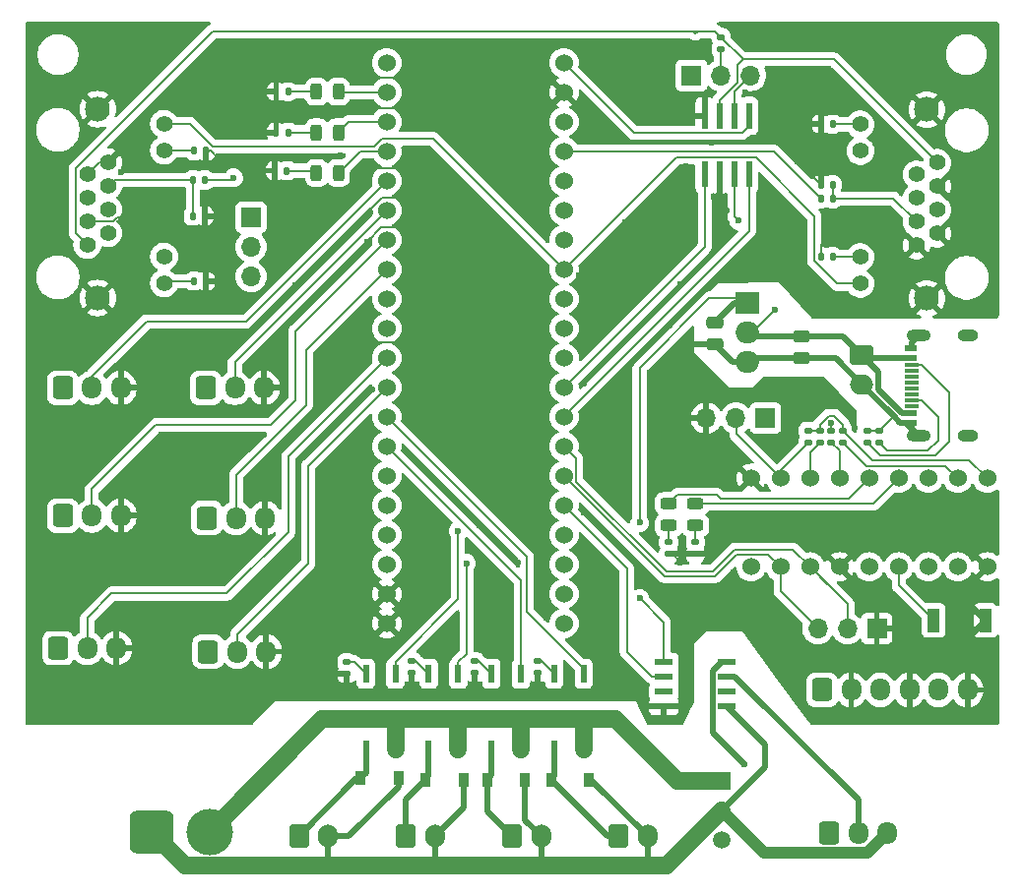
<source format=gbr>
%TF.GenerationSoftware,KiCad,Pcbnew,8.0.8*%
%TF.CreationDate,2025-09-27T22:11:16+09:00*%
%TF.ProjectId,esp_bluepill_board,6573705f-626c-4756-9570-696c6c5f626f,rev?*%
%TF.SameCoordinates,Original*%
%TF.FileFunction,Copper,L1,Top*%
%TF.FilePolarity,Positive*%
%FSLAX46Y46*%
G04 Gerber Fmt 4.6, Leading zero omitted, Abs format (unit mm)*
G04 Created by KiCad (PCBNEW 8.0.8) date 2025-09-27 22:11:16*
%MOMM*%
%LPD*%
G01*
G04 APERTURE LIST*
G04 Aperture macros list*
%AMRoundRect*
0 Rectangle with rounded corners*
0 $1 Rounding radius*
0 $2 $3 $4 $5 $6 $7 $8 $9 X,Y pos of 4 corners*
0 Add a 4 corners polygon primitive as box body*
4,1,4,$2,$3,$4,$5,$6,$7,$8,$9,$2,$3,0*
0 Add four circle primitives for the rounded corners*
1,1,$1+$1,$2,$3*
1,1,$1+$1,$4,$5*
1,1,$1+$1,$6,$7*
1,1,$1+$1,$8,$9*
0 Add four rect primitives between the rounded corners*
20,1,$1+$1,$2,$3,$4,$5,0*
20,1,$1+$1,$4,$5,$6,$7,0*
20,1,$1+$1,$6,$7,$8,$9,0*
20,1,$1+$1,$8,$9,$2,$3,0*%
G04 Aperture macros list end*
%TA.AperFunction,SMDPad,CuDef*%
%ADD10R,1.045000X0.600000*%
%TD*%
%TA.AperFunction,SMDPad,CuDef*%
%ADD11R,1.240000X0.300000*%
%TD*%
%TA.AperFunction,HeatsinkPad*%
%ADD12O,2.100000X1.000000*%
%TD*%
%TA.AperFunction,HeatsinkPad*%
%ADD13O,1.800000X1.000000*%
%TD*%
%TA.AperFunction,ComponentPad*%
%ADD14R,1.700000X1.700000*%
%TD*%
%TA.AperFunction,ComponentPad*%
%ADD15O,1.700000X1.700000*%
%TD*%
%TA.AperFunction,ComponentPad*%
%ADD16RoundRect,0.250000X-0.600000X-0.725000X0.600000X-0.725000X0.600000X0.725000X-0.600000X0.725000X0*%
%TD*%
%TA.AperFunction,ComponentPad*%
%ADD17O,1.700000X1.950000*%
%TD*%
%TA.AperFunction,SMDPad,CuDef*%
%ADD18RoundRect,0.243750X-0.243750X-0.456250X0.243750X-0.456250X0.243750X0.456250X-0.243750X0.456250X0*%
%TD*%
%TA.AperFunction,ComponentPad*%
%ADD19C,1.397000*%
%TD*%
%TA.AperFunction,ComponentPad*%
%ADD20C,2.133600*%
%TD*%
%TA.AperFunction,SMDPad,CuDef*%
%ADD21R,0.914400X1.219200*%
%TD*%
%TA.AperFunction,SMDPad,CuDef*%
%ADD22RoundRect,0.135000X-0.135000X-0.185000X0.135000X-0.185000X0.135000X0.185000X-0.135000X0.185000X0*%
%TD*%
%TA.AperFunction,ComponentPad*%
%ADD23RoundRect,0.250000X-0.600000X-0.750000X0.600000X-0.750000X0.600000X0.750000X-0.600000X0.750000X0*%
%TD*%
%TA.AperFunction,ComponentPad*%
%ADD24O,1.700000X2.000000*%
%TD*%
%TA.AperFunction,SMDPad,CuDef*%
%ADD25RoundRect,0.135000X0.185000X-0.135000X0.185000X0.135000X-0.185000X0.135000X-0.185000X-0.135000X0*%
%TD*%
%TA.AperFunction,SMDPad,CuDef*%
%ADD26RoundRect,0.135000X-0.185000X0.135000X-0.185000X-0.135000X0.185000X-0.135000X0.185000X0.135000X0*%
%TD*%
%TA.AperFunction,SMDPad,CuDef*%
%ADD27RoundRect,0.243750X0.456250X-0.243750X0.456250X0.243750X-0.456250X0.243750X-0.456250X-0.243750X0*%
%TD*%
%TA.AperFunction,SMDPad,CuDef*%
%ADD28R,0.570000X1.610000*%
%TD*%
%TA.AperFunction,ComponentPad*%
%ADD29R,1.508000X1.508000*%
%TD*%
%TA.AperFunction,ComponentPad*%
%ADD30C,1.508000*%
%TD*%
%TA.AperFunction,SMDPad,CuDef*%
%ADD31RoundRect,0.135000X0.135000X0.185000X-0.135000X0.185000X-0.135000X-0.185000X0.135000X-0.185000X0*%
%TD*%
%TA.AperFunction,SMDPad,CuDef*%
%ADD32R,0.558800X2.286000*%
%TD*%
%TA.AperFunction,SMDPad,CuDef*%
%ADD33R,1.550000X0.600000*%
%TD*%
%TA.AperFunction,ComponentPad*%
%ADD34RoundRect,0.250000X-0.750000X0.600000X-0.750000X-0.600000X0.750000X-0.600000X0.750000X0.600000X0*%
%TD*%
%TA.AperFunction,ComponentPad*%
%ADD35O,2.000000X1.700000*%
%TD*%
%TA.AperFunction,SMDPad,CuDef*%
%ADD36R,1.050000X2.000000*%
%TD*%
%TA.AperFunction,SMDPad,CuDef*%
%ADD37RoundRect,0.250000X-0.475000X0.250000X-0.475000X-0.250000X0.475000X-0.250000X0.475000X0.250000X0*%
%TD*%
%TA.AperFunction,ComponentPad*%
%ADD38C,1.524000*%
%TD*%
%TA.AperFunction,ComponentPad*%
%ADD39R,2.000000X1.905000*%
%TD*%
%TA.AperFunction,ComponentPad*%
%ADD40O,2.000000X1.905000*%
%TD*%
%TA.AperFunction,ComponentPad*%
%ADD41RoundRect,0.760000X-1.140000X-1.140000X1.140000X-1.140000X1.140000X1.140000X-1.140000X1.140000X0*%
%TD*%
%TA.AperFunction,ComponentPad*%
%ADD42C,4.000000*%
%TD*%
%TA.AperFunction,ViaPad*%
%ADD43C,0.600000*%
%TD*%
%TA.AperFunction,Conductor*%
%ADD44C,0.200000*%
%TD*%
%TA.AperFunction,Conductor*%
%ADD45C,0.500000*%
%TD*%
%TA.AperFunction,Conductor*%
%ADD46C,1.500000*%
%TD*%
%TA.AperFunction,Conductor*%
%ADD47C,1.000000*%
%TD*%
G04 APERTURE END LIST*
D10*
%TO.P,J19,A1,GND*%
%TO.N,GND*%
X96602500Y-55000000D03*
%TO.P,J19,A4,VBUS*%
%TO.N,+5V*%
X96602500Y-54200000D03*
D11*
%TO.P,J19,A5,CC1*%
%TO.N,Net-(J19-CC1)*%
X96700000Y-53050000D03*
%TO.P,J19,A6*%
%TO.N,N/C*%
X96700000Y-52050000D03*
%TO.P,J19,A7*%
X96700000Y-51550000D03*
%TO.P,J19,A8*%
X96700000Y-50550000D03*
D10*
%TO.P,J19,A9,VBUS*%
%TO.N,+5V*%
X96602500Y-49400000D03*
%TO.P,J19,A12,GND*%
%TO.N,GND*%
X96602500Y-48600000D03*
D11*
%TO.P,J19,B5,CC2*%
%TO.N,Net-(J19-CC2)*%
X96700000Y-50050000D03*
%TO.P,J19,B6*%
%TO.N,N/C*%
X96700000Y-51050000D03*
%TO.P,J19,B7*%
X96700000Y-52550000D03*
%TO.P,J19,B8*%
X96700000Y-53550000D03*
D12*
%TO.P,J19,S1,SHIELD*%
%TO.N,GND*%
X97300000Y-56120000D03*
D13*
X101500000Y-56120000D03*
D12*
X97300000Y-47480000D03*
D13*
X101500000Y-47480000D03*
%TD*%
D14*
%TO.P,J20,1,Pin_1*%
%TO.N,other_3*%
X39900000Y-37320000D03*
D15*
%TO.P,J20,2,Pin_2*%
%TO.N,other_2*%
X39900000Y-39860000D03*
%TO.P,J20,3,Pin_3*%
%TO.N,other_1*%
X39900000Y-42400000D03*
%TD*%
D14*
%TO.P,SW2,1,A*%
%TO.N,unconnected-(SW2A-A-Pad1)*%
X84125000Y-54600000D03*
D15*
%TO.P,SW2,2,B*%
%TO.N,Net-(SW2A-B)*%
X81585000Y-54600000D03*
%TO.P,SW2,3,C*%
%TO.N,GND*%
X79045000Y-54600000D03*
%TD*%
D14*
%TO.P,J4,1,Pin_1*%
%TO.N,unconnected-(J4-Pin_1-Pad1)*%
X77760000Y-25100000D03*
D15*
%TO.P,J4,2,Pin_2*%
%TO.N,Net-(J4-Pin_2)*%
X80300000Y-25100000D03*
%TO.P,J4,3,Pin_3*%
%TO.N,Net-(J4-Pin_3)*%
X82840000Y-25100000D03*
%TD*%
D14*
%TO.P,J1,1,Pin_1*%
%TO.N,GND*%
X93700000Y-72700000D03*
D15*
%TO.P,J1,2,Pin_2*%
%TO.N,UART_1*%
X91160000Y-72700000D03*
%TO.P,J1,3,Pin_3*%
%TO.N,UART_2*%
X88620000Y-72700000D03*
%TD*%
D16*
%TO.P,J14,1,Pin_1*%
%TO.N,DC_DIR_2*%
X36000000Y-52000000D03*
D17*
%TO.P,J14,2,Pin_2*%
%TO.N,Net-(J14-Pin_2)*%
X38500000Y-52000000D03*
%TO.P,J14,3,Pin_3*%
%TO.N,GND*%
X41000000Y-52000000D03*
%TD*%
D18*
%TO.P,D3,1,K*%
%TO.N,Net-(D3-K)*%
X45522500Y-30000000D03*
%TO.P,D3,2,A*%
%TO.N,Net-(D3-A)*%
X47397500Y-30000000D03*
%TD*%
D19*
%TO.P,J3,1*%
%TO.N,Net-(U4-CANH)*%
X25811000Y-39684000D03*
%TO.P,J3,2*%
%TO.N,Net-(J4-Pin_3)*%
X27589000Y-38668000D03*
%TO.P,J3,3*%
%TO.N,GND*%
X25811000Y-37652000D03*
%TO.P,J3,4*%
%TO.N,unconnected-(J3-Pad4)*%
X27589000Y-36636000D03*
%TO.P,J3,5*%
%TO.N,unconnected-(J3-Pad5)*%
X25811000Y-35620000D03*
%TO.P,J3,6*%
%TO.N,Net-(J3-Pad6)*%
X27589000Y-34604000D03*
%TO.P,J3,7*%
%TO.N,GND*%
X25811000Y-33588000D03*
%TO.P,J3,8*%
X27589000Y-32572000D03*
%TO.P,J3,9*%
%TO.N,Net-(J3-Pad9)*%
X32415000Y-42986000D03*
%TO.P,J3,10*%
%TO.N,+3V3*%
X32415000Y-40700000D03*
%TO.P,J3,11*%
%TO.N,Net-(J3-Pad11)*%
X32415000Y-31556000D03*
%TO.P,J3,12*%
%TO.N,CAN_LED_Yello*%
X32415000Y-29270000D03*
D20*
%TO.P,J3,SH*%
%TO.N,GND*%
X26700000Y-28000000D03*
X26700000Y-44256000D03*
%TD*%
D21*
%TO.P,D6,1,K*%
%TO.N,Net-(D6-K)*%
X65691700Y-85717500D03*
%TO.P,D6,2,A*%
%TO.N,24V_GND*%
X68968300Y-85717500D03*
%TD*%
D22*
%TO.P,R10,1*%
%TO.N,GND*%
X42050000Y-26500000D03*
%TO.P,R10,2*%
%TO.N,Net-(D2-K)*%
X43070000Y-26500000D03*
%TD*%
D23*
%TO.P,J12,1,Pin_1*%
%TO.N,Net-(D9-K)*%
X44000000Y-90600000D03*
D24*
%TO.P,J12,2,Pin_2*%
%TO.N,24V_GND*%
X46500000Y-90600000D03*
%TD*%
D22*
%TO.P,R11,1*%
%TO.N,GND*%
X42050000Y-30000000D03*
%TO.P,R11,2*%
%TO.N,Net-(D3-K)*%
X43070000Y-30000000D03*
%TD*%
%TO.P,R16,1*%
%TO.N,Net-(J3-Pad11)*%
X35000000Y-31600000D03*
%TO.P,R16,2*%
%TO.N,GND*%
X36020000Y-31600000D03*
%TD*%
D25*
%TO.P,R12,1*%
%TO.N,Net-(J4-Pin_2)*%
X80300000Y-22810000D03*
%TO.P,R12,2*%
%TO.N,Net-(U4-CANH)*%
X80300000Y-21790000D03*
%TD*%
D26*
%TO.P,R4,1*%
%TO.N,+3V3*%
X87800000Y-55690000D03*
%TO.P,R4,2*%
%TO.N,Net-(SW2A-B)*%
X87800000Y-56710000D03*
%TD*%
D19*
%TO.P,J2,1*%
%TO.N,Net-(U4-CANH)*%
X98889000Y-32616000D03*
%TO.P,J2,2*%
%TO.N,Net-(J4-Pin_3)*%
X97111000Y-33632000D03*
%TO.P,J2,3*%
%TO.N,GND*%
X98889000Y-34648000D03*
%TO.P,J2,4*%
%TO.N,unconnected-(J2-Pad4)*%
X97111000Y-35664000D03*
%TO.P,J2,5*%
%TO.N,unconnected-(J2-Pad5)*%
X98889000Y-36680000D03*
%TO.P,J2,6*%
%TO.N,Net-(J2-Pad6)*%
X97111000Y-37696000D03*
%TO.P,J2,7*%
%TO.N,GND*%
X98889000Y-38712000D03*
%TO.P,J2,8*%
X97111000Y-39728000D03*
%TO.P,J2,9*%
%TO.N,Net-(J2-Pad9)*%
X92285000Y-29314000D03*
%TO.P,J2,10*%
%TO.N,+3V3*%
X92285000Y-31600000D03*
%TO.P,J2,11*%
%TO.N,Net-(J2-Pad11)*%
X92285000Y-40744000D03*
%TO.P,J2,12*%
%TO.N,CAN_LED_Yello*%
X92285000Y-43030000D03*
D20*
%TO.P,J2,SH*%
%TO.N,GND*%
X98000000Y-44300000D03*
X98000000Y-28044000D03*
%TD*%
D25*
%TO.P,R5,1*%
%TO.N,Net-(J19-CC1)*%
X93900000Y-56710000D03*
%TO.P,R5,2*%
%TO.N,GND*%
X93900000Y-55690000D03*
%TD*%
D27*
%TO.P,D4,1,K*%
%TO.N,Net-(D4-K)*%
X75800000Y-63837500D03*
%TO.P,D4,2,A*%
%TO.N,Net-(D4-A)*%
X75800000Y-61962500D03*
%TD*%
D28*
%TO.P,U6,1*%
%TO.N,denji_2*%
X63100000Y-76600000D03*
%TO.P,U6,3*%
%TO.N,Net-(R18-Pad1)*%
X60560000Y-76600000D03*
%TO.P,U6,4*%
%TO.N,Net-(D7-K)*%
X60560000Y-83100000D03*
%TO.P,U6,6*%
%TO.N,+24V*%
X63100000Y-83100000D03*
%TD*%
D29*
%TO.P,PS1,1,+VIN*%
%TO.N,+24V*%
X80400000Y-85820000D03*
D30*
%TO.P,PS1,2,GND*%
%TO.N,24V_GND*%
X80400000Y-88360000D03*
%TO.P,PS1,3,+VOUT*%
%TO.N,Net-(J8-Pin_1)*%
X80400000Y-90900000D03*
%TD*%
D25*
%TO.P,R7,1*%
%TO.N,GND*%
X78100000Y-66310000D03*
%TO.P,R7,2*%
%TO.N,Net-(D5-K)*%
X78100000Y-65290000D03*
%TD*%
D31*
%TO.P,R15,1*%
%TO.N,Net-(J2-Pad11)*%
X89910000Y-40700000D03*
%TO.P,R15,2*%
%TO.N,GND*%
X88890000Y-40700000D03*
%TD*%
D16*
%TO.P,J16,1,Pin_1*%
%TO.N,DC_DIR_4*%
X36100000Y-63200000D03*
D17*
%TO.P,J16,2,Pin_2*%
%TO.N,Net-(J16-Pin_2)*%
X38600000Y-63200000D03*
%TO.P,J16,3,Pin_3*%
%TO.N,GND*%
X41100000Y-63200000D03*
%TD*%
D22*
%TO.P,R21,1*%
%TO.N,EMS*%
X88890000Y-35700000D03*
%TO.P,R21,2*%
%TO.N,Net-(J2-Pad6)*%
X89910000Y-35700000D03*
%TD*%
D16*
%TO.P,J8,1,Pin_1*%
%TO.N,Net-(J8-Pin_1)*%
X89600000Y-90300000D03*
D17*
%TO.P,J8,2,Pin_2*%
%TO.N,Net-(J8-Pin_2)*%
X92100000Y-90300000D03*
%TO.P,J8,3,Pin_3*%
%TO.N,24V_GND*%
X94600000Y-90300000D03*
%TD*%
D22*
%TO.P,R23,1*%
%TO.N,GND*%
X88890000Y-34500000D03*
%TO.P,R23,2*%
%TO.N,Net-(J2-Pad6)*%
X89910000Y-34500000D03*
%TD*%
D21*
%TO.P,D9,1,K*%
%TO.N,Net-(D9-K)*%
X49291700Y-85617500D03*
%TO.P,D9,2,A*%
%TO.N,24V_GND*%
X52568300Y-85617500D03*
%TD*%
D26*
%TO.P,R18,1*%
%TO.N,Net-(R18-Pad1)*%
X59130000Y-75507500D03*
%TO.P,R18,2*%
%TO.N,GND*%
X59130000Y-76527500D03*
%TD*%
D32*
%TO.P,U4,1,TXD*%
%TO.N,Net-(U4-TXD)*%
X78895000Y-33614600D03*
%TO.P,U4,2,GND*%
%TO.N,GND*%
X80165000Y-33614600D03*
%TO.P,U4,3,VCC*%
%TO.N,+5V*%
X81435000Y-33614600D03*
%TO.P,U4,4,RXD*%
%TO.N,Net-(U4-RXD)*%
X82705000Y-33614600D03*
%TO.P,U4,5,VIO*%
%TO.N,+3V3*%
X82705000Y-28585400D03*
%TO.P,U4,6,CANL*%
%TO.N,Net-(J4-Pin_3)*%
X81435000Y-28585400D03*
%TO.P,U4,7,CANH*%
%TO.N,Net-(U4-CANH)*%
X80165000Y-28585400D03*
%TO.P,U4,8,STBY*%
%TO.N,GND*%
X78895000Y-28585400D03*
%TD*%
D18*
%TO.P,D2,1,K*%
%TO.N,Net-(D2-K)*%
X45522500Y-26500000D03*
%TO.P,D2,2,A*%
%TO.N,Net-(D2-A)*%
X47397500Y-26500000D03*
%TD*%
D23*
%TO.P,J11,1,Pin_1*%
%TO.N,Net-(D8-K)*%
X53200000Y-90600000D03*
D24*
%TO.P,J11,2,Pin_2*%
%TO.N,24V_GND*%
X55700000Y-90600000D03*
%TD*%
D26*
%TO.P,R2,1*%
%TO.N,GND*%
X89800000Y-55690000D03*
%TO.P,R2,2*%
%TO.N,Net-(U7-IO15)*%
X89800000Y-56710000D03*
%TD*%
D16*
%TO.P,J18,1,Pin_1*%
%TO.N,DC_DIR_6*%
X36200000Y-74700000D03*
D17*
%TO.P,J18,2,Pin_2*%
%TO.N,Net-(J18-Pin_2)*%
X38700000Y-74700000D03*
%TO.P,J18,3,Pin_3*%
%TO.N,GND*%
X41200000Y-74700000D03*
%TD*%
D33*
%TO.P,U2,1,VDD1*%
%TO.N,+3V3*%
X75400000Y-75590000D03*
%TO.P,U2,2,A1*%
%TO.N,neopixel_tim*%
X75400000Y-76860000D03*
%TO.P,U2,3,A2*%
%TO.N,unconnected-(U2-A2-Pad3)*%
X75400000Y-78130000D03*
%TO.P,U2,4,GND1*%
%TO.N,GND*%
X75400000Y-79400000D03*
%TO.P,U2,5,VDD2*%
%TO.N,Net-(J8-Pin_1)*%
X80800000Y-75590000D03*
%TO.P,U2,6,B1*%
%TO.N,Net-(J8-Pin_2)*%
X80800000Y-76860000D03*
%TO.P,U2,7,B2*%
%TO.N,unconnected-(U2-B2-Pad7)*%
X80800000Y-78130000D03*
%TO.P,U2,8,GND2*%
%TO.N,24V_GND*%
X80800000Y-79400000D03*
%TD*%
D28*
%TO.P,U5,1*%
%TO.N,denji_1*%
X68500000Y-76600000D03*
%TO.P,U5,3*%
%TO.N,Net-(R17-Pad1)*%
X65960000Y-76600000D03*
%TO.P,U5,4*%
%TO.N,Net-(D6-K)*%
X65960000Y-83100000D03*
%TO.P,U5,6*%
%TO.N,+24V*%
X68500000Y-83100000D03*
%TD*%
D23*
%TO.P,J9,1,Pin_1*%
%TO.N,Net-(D6-K)*%
X71500000Y-90600000D03*
D24*
%TO.P,J9,2,Pin_2*%
%TO.N,24V_GND*%
X74000000Y-90600000D03*
%TD*%
D31*
%TO.P,R22,1*%
%TO.N,EMS*%
X35910000Y-34100000D03*
%TO.P,R22,2*%
%TO.N,Net-(J3-Pad6)*%
X34890000Y-34100000D03*
%TD*%
D28*
%TO.P,U8,1*%
%TO.N,denji_3*%
X57700000Y-76600000D03*
%TO.P,U8,3*%
%TO.N,Net-(R19-Pad1)*%
X55160000Y-76600000D03*
%TO.P,U8,4*%
%TO.N,Net-(D8-K)*%
X55160000Y-83100000D03*
%TO.P,U8,6*%
%TO.N,+24V*%
X57700000Y-83100000D03*
%TD*%
D31*
%TO.P,R24,1*%
%TO.N,GND*%
X35900000Y-37200000D03*
%TO.P,R24,2*%
%TO.N,Net-(J3-Pad6)*%
X34880000Y-37200000D03*
%TD*%
D34*
%TO.P,J5,1,Pin_1*%
%TO.N,+5V*%
X92400000Y-49200000D03*
D35*
%TO.P,J5,2,Pin_2*%
%TO.N,GND*%
X92400000Y-51700000D03*
%TD*%
D36*
%TO.P,SW1,1,1*%
%TO.N,Net-(U7-RST)*%
X98575000Y-72000000D03*
%TO.P,SW1,2,2*%
%TO.N,GND*%
X103025000Y-72000000D03*
%TD*%
D22*
%TO.P,R14,1*%
%TO.N,Net-(J3-Pad9)*%
X34990000Y-42800000D03*
%TO.P,R14,2*%
%TO.N,GND*%
X36010000Y-42800000D03*
%TD*%
D37*
%TO.P,C2,1*%
%TO.N,+3V3*%
X79800000Y-46350000D03*
%TO.P,C2,2*%
%TO.N,GND*%
X79800000Y-48250000D03*
%TD*%
D27*
%TO.P,D5,1,K*%
%TO.N,Net-(D5-K)*%
X78100000Y-63837500D03*
%TO.P,D5,2,A*%
%TO.N,Net-(D5-A)*%
X78100000Y-61962500D03*
%TD*%
D25*
%TO.P,R6,1*%
%TO.N,Net-(J19-CC2)*%
X92900000Y-56710000D03*
%TO.P,R6,2*%
%TO.N,GND*%
X92900000Y-55690000D03*
%TD*%
D16*
%TO.P,J15,1,Pin_1*%
%TO.N,DC_DIR_3*%
X23700000Y-63000000D03*
D17*
%TO.P,J15,2,Pin_2*%
%TO.N,Net-(J15-Pin_2)*%
X26200000Y-63000000D03*
%TO.P,J15,3,Pin_3*%
%TO.N,GND*%
X28700000Y-63000000D03*
%TD*%
D26*
%TO.P,R17,1*%
%TO.N,Net-(R17-Pad1)*%
X64530000Y-75507500D03*
%TO.P,R17,2*%
%TO.N,GND*%
X64530000Y-76527500D03*
%TD*%
D31*
%TO.P,R13,1*%
%TO.N,Net-(J2-Pad9)*%
X89910000Y-29300000D03*
%TO.P,R13,2*%
%TO.N,GND*%
X88890000Y-29300000D03*
%TD*%
D26*
%TO.P,R3,1*%
%TO.N,+3V3*%
X88800000Y-55690000D03*
%TO.P,R3,2*%
%TO.N,Net-(U7-IO2)*%
X88800000Y-56710000D03*
%TD*%
D38*
%TO.P,U1,3V3,3.3V*%
%TO.N,+3V3*%
X66800000Y-24020000D03*
X51560000Y-67200000D03*
%TO.P,U1,5V,5V*%
%TO.N,unconnected-(U1-Pad5V)*%
X66800000Y-29100000D03*
%TO.P,U1,G,GND*%
%TO.N,GND*%
X66800000Y-26560000D03*
X51560000Y-72280000D03*
X51560000Y-69740000D03*
%TO.P,U1,NRST,RESET*%
%TO.N,unconnected-(U1-RESET-PadNRST)*%
X51560000Y-64660000D03*
%TO.P,U1,PA0,PA0*%
%TO.N,Net-(J13-Pin_2)*%
X51560000Y-34180000D03*
%TO.P,U1,PA1,PA1*%
%TO.N,Net-(J14-Pin_2)*%
X51560000Y-36720000D03*
%TO.P,U1,PA2,PA2*%
%TO.N,Net-(J15-Pin_2)*%
X51560000Y-39260000D03*
%TO.P,U1,PA3,PA3*%
%TO.N,Net-(J16-Pin_2)*%
X51560000Y-41800000D03*
%TO.P,U1,PA4,PA4*%
%TO.N,denji_3*%
X51560000Y-44340000D03*
%TO.P,U1,PA5,PA5*%
%TO.N,other_1*%
X51560000Y-46880000D03*
%TO.P,U1,PA6,PA6*%
%TO.N,Net-(J17-Pin_2)*%
X51560000Y-49420000D03*
%TO.P,U1,PA7,PA7*%
%TO.N,Net-(J18-Pin_2)*%
X51560000Y-51960000D03*
%TO.P,U1,PA8,PA8*%
%TO.N,neopixel_tim*%
X66800000Y-62120000D03*
%TO.P,U1,PA9,PA9*%
%TO.N,UART_2*%
X66800000Y-59580000D03*
%TO.P,U1,PA10,PA10*%
%TO.N,UART_1*%
X66800000Y-57040000D03*
%TO.P,U1,PA11,PA11*%
%TO.N,Net-(U4-RXD)*%
X66800000Y-54500000D03*
%TO.P,U1,PA12,PA12*%
%TO.N,Net-(U4-TXD)*%
X66800000Y-51960000D03*
%TO.P,U1,PA15,PA15*%
%TO.N,other_2*%
X66800000Y-49420000D03*
%TO.P,U1,PB0,PB0*%
%TO.N,denji_1*%
X51560000Y-54500000D03*
%TO.P,U1,PB1,PB1*%
%TO.N,denji_2*%
X51560000Y-57040000D03*
%TO.P,U1,PB3,PB3*%
%TO.N,denji_4*%
X66800000Y-46880000D03*
%TO.P,U1,PB4,PB4*%
%TO.N,other_3*%
X66800000Y-44340000D03*
%TO.P,U1,PB5,PB5*%
%TO.N,CAN_LED_Yello*%
X66800000Y-41800000D03*
%TO.P,U1,PB6,PB6*%
%TO.N,Net-(J7-Pin_1)*%
X66800000Y-39260000D03*
%TO.P,U1,PB7,PB7*%
%TO.N,Net-(J7-Pin_3)*%
X66800000Y-36720000D03*
%TO.P,U1,PB8,PB8*%
%TO.N,Net-(J7-Pin_5)*%
X66800000Y-34180000D03*
%TO.P,U1,PB9,PB9*%
%TO.N,EMS*%
X66800000Y-31640000D03*
%TO.P,U1,PB10,PB10*%
%TO.N,DC_DIR_1*%
X51560000Y-59580000D03*
%TO.P,U1,PB11,PB11*%
%TO.N,DC_DIR_2*%
X51560000Y-62120000D03*
%TO.P,U1,PB12,PB12*%
%TO.N,DC_DIR_3*%
X66800000Y-72280000D03*
%TO.P,U1,PB13,PB13*%
%TO.N,DC_DIR_4*%
X66800000Y-69740000D03*
%TO.P,U1,PB14,PB14*%
%TO.N,DC_DIR_5*%
X66800000Y-67200000D03*
%TO.P,U1,PB15,PB15*%
%TO.N,DC_DIR_6*%
X66800000Y-64660000D03*
%TO.P,U1,PC13,PC13*%
%TO.N,Net-(D2-A)*%
X51560000Y-26560000D03*
%TO.P,U1,PC14,PC14*%
%TO.N,Net-(D3-A)*%
X51560000Y-29100000D03*
%TO.P,U1,PC15,PC15*%
%TO.N,Net-(D1-A)*%
X51560000Y-31640000D03*
%TO.P,U1,VBAT,Vbat*%
%TO.N,unconnected-(U1-Vbat-PadVBAT)*%
X51560000Y-24020000D03*
%TD*%
D16*
%TO.P,J7,1,Pin_1*%
%TO.N,Net-(J7-Pin_1)*%
X89000000Y-78000000D03*
D17*
%TO.P,J7,2,Pin_2*%
%TO.N,GND*%
X91500000Y-78000000D03*
%TO.P,J7,3,Pin_3*%
%TO.N,Net-(J7-Pin_3)*%
X94000000Y-78000000D03*
%TO.P,J7,4,Pin_4*%
%TO.N,GND*%
X96500000Y-78000000D03*
%TO.P,J7,5,Pin_5*%
%TO.N,Net-(J7-Pin_5)*%
X99000000Y-78000000D03*
%TO.P,J7,6,Pin_6*%
%TO.N,GND*%
X101500000Y-78000000D03*
%TD*%
D23*
%TO.P,J10,1,Pin_1*%
%TO.N,Net-(D7-K)*%
X62350000Y-90575000D03*
D24*
%TO.P,J10,2,Pin_2*%
%TO.N,24V_GND*%
X64850000Y-90575000D03*
%TD*%
D21*
%TO.P,D8,1,K*%
%TO.N,Net-(D8-K)*%
X54891700Y-85717500D03*
%TO.P,D8,2,A*%
%TO.N,24V_GND*%
X58168300Y-85717500D03*
%TD*%
D16*
%TO.P,J13,1,Pin_1*%
%TO.N,DC_DIR_1*%
X23700000Y-52000000D03*
D17*
%TO.P,J13,2,Pin_2*%
%TO.N,Net-(J13-Pin_2)*%
X26200000Y-52000000D03*
%TO.P,J13,3,Pin_3*%
%TO.N,GND*%
X28700000Y-52000000D03*
%TD*%
D26*
%TO.P,R20,1*%
%TO.N,Net-(R20-Pad1)*%
X48130000Y-75607500D03*
%TO.P,R20,2*%
%TO.N,GND*%
X48130000Y-76627500D03*
%TD*%
D37*
%TO.P,C1,1*%
%TO.N,+5V*%
X87200000Y-47550000D03*
%TO.P,C1,2*%
%TO.N,GND*%
X87200000Y-49450000D03*
%TD*%
D26*
%TO.P,R1,1*%
%TO.N,+3V3*%
X90800000Y-55690000D03*
%TO.P,R1,2*%
%TO.N,Net-(U7-EN)*%
X90800000Y-56710000D03*
%TD*%
D18*
%TO.P,D1,1,K*%
%TO.N,Net-(D1-K)*%
X45522500Y-33500000D03*
%TO.P,D1,2,A*%
%TO.N,Net-(D1-A)*%
X47397500Y-33500000D03*
%TD*%
D39*
%TO.P,U3,1,VO*%
%TO.N,+3V3*%
X82555000Y-44660000D03*
D40*
%TO.P,U3,2,VI*%
%TO.N,+5V*%
X82555000Y-47200000D03*
%TO.P,U3,3,ADJ*%
%TO.N,GND*%
X82555000Y-49740000D03*
%TD*%
D22*
%TO.P,R9,1*%
%TO.N,GND*%
X41950000Y-33300000D03*
%TO.P,R9,2*%
%TO.N,Net-(D1-K)*%
X42970000Y-33300000D03*
%TD*%
D28*
%TO.P,U9,1*%
%TO.N,denji_4*%
X52300000Y-76600000D03*
%TO.P,U9,3*%
%TO.N,Net-(R20-Pad1)*%
X49760000Y-76600000D03*
%TO.P,U9,4*%
%TO.N,Net-(D9-K)*%
X49760000Y-83100000D03*
%TO.P,U9,6*%
%TO.N,+24V*%
X52300000Y-83100000D03*
%TD*%
D25*
%TO.P,R8,1*%
%TO.N,GND*%
X75800000Y-66310000D03*
%TO.P,R8,2*%
%TO.N,Net-(D4-K)*%
X75800000Y-65290000D03*
%TD*%
D38*
%TO.P,U7,1,3V3*%
%TO.N,+3V3*%
X103200000Y-59780000D03*
%TO.P,U7,2,EN*%
%TO.N,Net-(U7-EN)*%
X100660000Y-59780000D03*
%TO.P,U7,3,IO14*%
%TO.N,unconnected-(U7-IO14-Pad3)*%
X98120000Y-59780000D03*
%TO.P,U7,4,IO12*%
%TO.N,Net-(D5-A)*%
X95580000Y-59780000D03*
%TO.P,U7,5,IO13*%
%TO.N,Net-(D4-A)*%
X93040000Y-59780000D03*
%TO.P,U7,6,IO15*%
%TO.N,Net-(U7-IO15)*%
X90500000Y-59780000D03*
%TO.P,U7,7,IO2*%
%TO.N,Net-(U7-IO2)*%
X87960000Y-59780000D03*
%TO.P,U7,8,IO0*%
%TO.N,Net-(SW2A-B)*%
X85420000Y-59780000D03*
%TO.P,U7,9,G*%
%TO.N,GND*%
X82880000Y-59780000D03*
%TO.P,U7,10,G*%
X103200000Y-67400000D03*
%TO.P,U7,11,IO16*%
%TO.N,unconnected-(U7-IO16-Pad11)*%
X100660000Y-67400000D03*
%TO.P,U7,12,TOUT*%
%TO.N,unconnected-(U7-TOUT-Pad12)*%
X98120000Y-67400000D03*
%TO.P,U7,13,RST*%
%TO.N,Net-(U7-RST)*%
X95580000Y-67400000D03*
%TO.P,U7,14,IO5*%
%TO.N,unconnected-(U7-IO5-Pad14)*%
X93040000Y-67400000D03*
%TO.P,U7,15,G*%
%TO.N,GND*%
X90500000Y-67400000D03*
%TO.P,U7,16,TXD*%
%TO.N,UART_1*%
X87960000Y-67400000D03*
%TO.P,U7,17,RXD*%
%TO.N,UART_2*%
X85420000Y-67400000D03*
%TO.P,U7,18,IO4*%
%TO.N,unconnected-(U7-IO4-Pad18)*%
X82880000Y-67400000D03*
%TD*%
D16*
%TO.P,J17,1,Pin_1*%
%TO.N,DC_DIR_5*%
X23300000Y-74400000D03*
D17*
%TO.P,J17,2,Pin_2*%
%TO.N,Net-(J17-Pin_2)*%
X25800000Y-74400000D03*
%TO.P,J17,3,Pin_3*%
%TO.N,GND*%
X28300000Y-74400000D03*
%TD*%
D21*
%TO.P,D7,1,K*%
%TO.N,Net-(D7-K)*%
X60191700Y-85717500D03*
%TO.P,D7,2,A*%
%TO.N,24V_GND*%
X63468300Y-85717500D03*
%TD*%
D41*
%TO.P,J6,1,Pin_1*%
%TO.N,24V_GND*%
X31300000Y-90200000D03*
D42*
%TO.P,J6,2,Pin_2*%
%TO.N,+24V*%
X36300000Y-90200000D03*
%TD*%
D26*
%TO.P,R19,1*%
%TO.N,Net-(R19-Pad1)*%
X53730000Y-75507500D03*
%TO.P,R19,2*%
%TO.N,GND*%
X53730000Y-76527500D03*
%TD*%
D43*
%TO.N,GND*%
X28800000Y-31300000D03*
X36000000Y-32800000D03*
X91500000Y-80400000D03*
X96600000Y-80400000D03*
X59200000Y-78400000D03*
X64500000Y-78400000D03*
X53700000Y-78300000D03*
X28700000Y-33400000D03*
X44200000Y-28800000D03*
X39600000Y-34000000D03*
X33500000Y-41900000D03*
X37300000Y-40100000D03*
X43700000Y-43200000D03*
X75900000Y-46600000D03*
X76800000Y-43100000D03*
X50000000Y-45400000D03*
X41400000Y-41100000D03*
X100800000Y-72000000D03*
X38400000Y-71900000D03*
X29100000Y-71200000D03*
X68500000Y-62700000D03*
X54000000Y-72100000D03*
X54800000Y-70100000D03*
X65000000Y-69800000D03*
X60700000Y-69800000D03*
X56900000Y-72500000D03*
X61000000Y-72200000D03*
X65300000Y-71800000D03*
X64900000Y-65200000D03*
X60200000Y-67800000D03*
X62800000Y-67000000D03*
X59500000Y-63800000D03*
X56100000Y-60300000D03*
X53500000Y-57700000D03*
X53400000Y-53200000D03*
X48800000Y-23700000D03*
X50500000Y-25300000D03*
X50400000Y-27900000D03*
X40300000Y-32100000D03*
X47600000Y-32000000D03*
X36100000Y-35300000D03*
X39000000Y-45300000D03*
X29300000Y-56200000D03*
X58500000Y-49600000D03*
X87200000Y-37600000D03*
X80800000Y-36700000D03*
X77800000Y-39200000D03*
X65100000Y-31600000D03*
X57400000Y-22200000D03*
X71500000Y-22400000D03*
X86200000Y-28700000D03*
X99500000Y-45700000D03*
X94600000Y-36700000D03*
X89300000Y-39300000D03*
X89200000Y-36900000D03*
X101900000Y-39400000D03*
X86900000Y-32500000D03*
X95800000Y-34800000D03*
X96100000Y-31200000D03*
X91200000Y-30500000D03*
X70900000Y-44800000D03*
X68100000Y-42300000D03*
X72100000Y-37700000D03*
X77300000Y-32900000D03*
X73900000Y-43600000D03*
X81300000Y-42100000D03*
X88200000Y-45500000D03*
X84000000Y-34300000D03*
X103800000Y-45700000D03*
X37600000Y-61200000D03*
X29300000Y-59100000D03*
X56400000Y-67000000D03*
X53500000Y-47200000D03*
X53400000Y-60400000D03*
X60000000Y-33600000D03*
X58100000Y-36900000D03*
X53900000Y-39200000D03*
X53500000Y-33700000D03*
X65100000Y-41500000D03*
X60500000Y-57100000D03*
X65200000Y-50400000D03*
X64600000Y-62300000D03*
X56700000Y-58100000D03*
X63400000Y-44500000D03*
X53300000Y-44300000D03*
X68500000Y-51600000D03*
X69900000Y-54400000D03*
X72400000Y-63100000D03*
X89400000Y-24600000D03*
X79500000Y-30900000D03*
X75800000Y-28200000D03*
X62600000Y-27300000D03*
X53600000Y-27700000D03*
X53700000Y-24300000D03*
X37200000Y-32400000D03*
X38600000Y-27300000D03*
X46400000Y-22800000D03*
X37100000Y-22400000D03*
X28300000Y-23500000D03*
X35500000Y-20900000D03*
X32100000Y-37300000D03*
X22500000Y-33200000D03*
X22500000Y-38900000D03*
X44100000Y-38550000D03*
X50000000Y-33700000D03*
X50100000Y-36900000D03*
X49900000Y-39400000D03*
X46900000Y-49700000D03*
X50308863Y-52125245D03*
X50600000Y-48100000D03*
X47600000Y-39400000D03*
X45100000Y-44400000D03*
X39200000Y-47500000D03*
X31400000Y-47400000D03*
X23400000Y-55200000D03*
X23800000Y-61000000D03*
X27900000Y-57600000D03*
X36900000Y-54300000D03*
X33900000Y-57500000D03*
X39600000Y-57000000D03*
X41000000Y-56000000D03*
X44600000Y-57600000D03*
X42500000Y-57100000D03*
X41200000Y-58600000D03*
X39900000Y-69600000D03*
X35500000Y-68600000D03*
X23500000Y-69200000D03*
X30200000Y-80700000D03*
X51000000Y-76100000D03*
X56400000Y-76200000D03*
X62000000Y-76300000D03*
X49900000Y-71900000D03*
X49900000Y-69900000D03*
X46100000Y-66350000D03*
X43100000Y-66300000D03*
X50000000Y-67700000D03*
X50150000Y-60180000D03*
X49900000Y-57400000D03*
X58700000Y-65500000D03*
X56400000Y-63500000D03*
X67100000Y-76100000D03*
X84400000Y-75100000D03*
X78500000Y-70900000D03*
X74800000Y-69500000D03*
X84200000Y-68500000D03*
X81400000Y-67900000D03*
X96900000Y-68600000D03*
X85400000Y-63800000D03*
X97200000Y-62300000D03*
X103900000Y-61300000D03*
X84300000Y-51400000D03*
X85700000Y-53900000D03*
X87700000Y-51400000D03*
X91800000Y-55400000D03*
X85100000Y-58100000D03*
X76100000Y-53000000D03*
X79500000Y-58900000D03*
X77700000Y-47400000D03*
X74200000Y-50700000D03*
X74400000Y-60500000D03*
X76800000Y-67000000D03*
X79400000Y-63000000D03*
X74400000Y-64900000D03*
X69100000Y-66800000D03*
X53300000Y-31700000D03*
X65200000Y-38900000D03*
X79700000Y-35500000D03*
X79400000Y-26700000D03*
X82400000Y-26600000D03*
X87400000Y-21600000D03*
X93300000Y-22200000D03*
X96100000Y-23000000D03*
X81000000Y-20800000D03*
X76000000Y-22400000D03*
X88200000Y-80600000D03*
X76700000Y-80700000D03*
X74200000Y-80700000D03*
X39800000Y-80600000D03*
X20800000Y-80700000D03*
X103900000Y-80700000D03*
X103900000Y-20800000D03*
X20800000Y-20800000D03*
%TO.N,+5V*%
X84900000Y-45300000D03*
X81800000Y-37600000D03*
%TO.N,+3V3*%
X73300000Y-63600000D03*
X73300000Y-70100000D03*
%TO.N,Net-(J8-Pin_1)*%
X82300000Y-84400000D03*
%TO.N,denji_4*%
X57700000Y-64300000D03*
%TO.N,GND*%
X89800000Y-55000000D03*
%TO.N,EMS*%
X38400000Y-33900000D03*
%TO.N,denji_3*%
X58400000Y-67100000D03*
%TD*%
D44*
%TO.N,GND*%
X25811000Y-33588000D02*
X26827000Y-32572000D01*
X26827000Y-32572000D02*
X27589000Y-32572000D01*
X36000000Y-32800000D02*
X36000000Y-32300000D01*
X36000000Y-32300000D02*
X36000000Y-31900000D01*
X36020000Y-31600000D02*
X36020000Y-32280000D01*
X36020000Y-32280000D02*
X36000000Y-32300000D01*
X36020000Y-31600000D02*
X36300000Y-31600000D01*
X36300000Y-31600000D02*
X36400000Y-31600000D01*
X36000000Y-31900000D02*
X36300000Y-31600000D01*
X36400000Y-31600000D02*
X37200000Y-32400000D01*
X86900000Y-32500000D02*
X88890000Y-34490000D01*
X88890000Y-34490000D02*
X88890000Y-34500000D01*
X79700000Y-35500000D02*
X79700000Y-35600000D01*
X79700000Y-35600000D02*
X80800000Y-36700000D01*
X80165000Y-33614600D02*
X80165000Y-35035000D01*
X80165000Y-35035000D02*
X79700000Y-35500000D01*
X64500000Y-78400000D02*
X64500000Y-76557500D01*
X64500000Y-76557500D02*
X64530000Y-76527500D01*
X59200000Y-78400000D02*
X59200000Y-76597500D01*
X59200000Y-76597500D02*
X59130000Y-76527500D01*
X75800000Y-66310000D02*
X76110000Y-66310000D01*
X76110000Y-66310000D02*
X76800000Y-67000000D01*
X53700000Y-78300000D02*
X53700000Y-76557500D01*
X53700000Y-76557500D02*
X53730000Y-76527500D01*
X88890000Y-40700000D02*
X88890000Y-39710000D01*
X88890000Y-39710000D02*
X89300000Y-39300000D01*
%TO.N,CAN_LED_Yello*%
X83284400Y-32171600D02*
X88320000Y-37207200D01*
X88320000Y-41068924D02*
X90281076Y-43030000D01*
X88320000Y-37207200D02*
X88320000Y-41068924D01*
X90281076Y-43030000D02*
X92285000Y-43030000D01*
%TO.N,UART_2*%
X85420000Y-67400000D02*
X85420000Y-69500000D01*
X85420000Y-69500000D02*
X88620000Y-72700000D01*
%TO.N,UART_1*%
X87960000Y-67400000D02*
X91160000Y-70600000D01*
X91160000Y-70600000D02*
X91160000Y-72700000D01*
%TO.N,Net-(U4-CANH)*%
X82200000Y-23700000D02*
X89973000Y-23700000D01*
X89973000Y-23700000D02*
X98889000Y-32616000D01*
%TO.N,Net-(J4-Pin_2)*%
X80300000Y-22810000D02*
X80300000Y-25100000D01*
%TO.N,Net-(U4-CANH)*%
X82200000Y-23700000D02*
X81690000Y-24210000D01*
X81690000Y-24210000D02*
X81690000Y-25684314D01*
X80165000Y-27209314D02*
X80165000Y-28585400D01*
X81690000Y-25684314D02*
X80165000Y-27209314D01*
%TO.N,Net-(J4-Pin_3)*%
X82840000Y-25100000D02*
X81435000Y-26505000D01*
X81435000Y-26505000D02*
X81435000Y-28585400D01*
D45*
%TO.N,GND*%
X79800000Y-48250000D02*
X76650000Y-48250000D01*
X76650000Y-48250000D02*
X74200000Y-50700000D01*
D44*
X50600000Y-48100000D02*
X52600000Y-48100000D01*
X52600000Y-48100000D02*
X53500000Y-47200000D01*
X49900000Y-39400000D02*
X51102000Y-38198000D01*
X51102000Y-38198000D02*
X52898000Y-38198000D01*
X52898000Y-38198000D02*
X53900000Y-39200000D01*
X50100000Y-36900000D02*
X50100000Y-36678105D01*
X50100000Y-36678105D02*
X51120105Y-35658000D01*
X51120105Y-35658000D02*
X56858000Y-35658000D01*
X56858000Y-35658000D02*
X58100000Y-36900000D01*
X50000000Y-33700000D02*
X50582000Y-33118000D01*
X50582000Y-33118000D02*
X52918000Y-33118000D01*
X52918000Y-33118000D02*
X53500000Y-33700000D01*
X50500000Y-25300000D02*
X52700000Y-25300000D01*
X52700000Y-25300000D02*
X53700000Y-24300000D01*
X50400000Y-27900000D02*
X53400000Y-27900000D01*
X53400000Y-27900000D02*
X53600000Y-27700000D01*
X25811000Y-37652000D02*
X28052000Y-37652000D01*
X28052000Y-37652000D02*
X28404000Y-37300000D01*
X28404000Y-37300000D02*
X32100000Y-37300000D01*
X92900000Y-55690000D02*
X93900000Y-55690000D01*
D45*
X95700000Y-55000000D02*
X95150000Y-54450000D01*
X95150000Y-54450000D02*
X92400000Y-51700000D01*
D44*
X93900000Y-55690000D02*
X93910000Y-55690000D01*
X93910000Y-55690000D02*
X95150000Y-54450000D01*
D45*
%TO.N,+5V*%
X92400000Y-49200000D02*
X90750000Y-47550000D01*
D44*
X81435000Y-33614600D02*
X81435000Y-37235000D01*
D45*
X87200000Y-47550000D02*
X82905000Y-47550000D01*
D44*
X81435000Y-37235000D02*
X81800000Y-37600000D01*
D45*
X82905000Y-47550000D02*
X82555000Y-47200000D01*
X96700000Y-54200000D02*
X95889950Y-54200000D01*
D44*
X83000000Y-47200000D02*
X82555000Y-47200000D01*
D45*
X93850000Y-50650000D02*
X92400000Y-49200000D01*
X95889950Y-54200000D02*
X93850000Y-52160050D01*
X96700000Y-49400000D02*
X92600000Y-49400000D01*
X93850000Y-52160050D02*
X93850000Y-50650000D01*
D44*
X84900000Y-45300000D02*
X83000000Y-47200000D01*
D45*
X92400000Y-49200000D02*
X92200000Y-49200000D01*
X90750000Y-47550000D02*
X87200000Y-47550000D01*
X92600000Y-49400000D02*
X92400000Y-49200000D01*
D44*
%TO.N,+3V3*%
X72808400Y-30028400D02*
X66800000Y-24020000D01*
X88800000Y-55690000D02*
X87800000Y-55690000D01*
X73300000Y-50300000D02*
X79300000Y-44300000D01*
X82195000Y-44300000D02*
X82555000Y-44660000D01*
X88800000Y-55151471D02*
X88800000Y-55690000D01*
X93310000Y-58200000D02*
X101620000Y-58200000D01*
X79300000Y-44300000D02*
X82195000Y-44300000D01*
D45*
X81490000Y-44660000D02*
X79800000Y-46350000D01*
X82555000Y-44660000D02*
X81490000Y-44660000D01*
D44*
X90048529Y-54400000D02*
X89551471Y-54400000D01*
X82705000Y-28585400D02*
X82705000Y-29449000D01*
X90800000Y-55690000D02*
X93310000Y-58200000D01*
X89551471Y-54400000D02*
X88800000Y-55151471D01*
X101620000Y-58200000D02*
X103200000Y-59780000D01*
X82125600Y-30028400D02*
X72808400Y-30028400D01*
X82705000Y-29449000D02*
X82125600Y-30028400D01*
X75400000Y-72200000D02*
X73300000Y-70100000D01*
X90800000Y-55690000D02*
X90800000Y-55151471D01*
X73300000Y-63600000D02*
X73300000Y-50300000D01*
X90800000Y-55151471D02*
X90048529Y-54400000D01*
X75400000Y-75590000D02*
X75400000Y-72200000D01*
%TO.N,Net-(D1-A)*%
X49257500Y-31640000D02*
X47397500Y-33500000D01*
X51560000Y-31640000D02*
X49257500Y-31640000D01*
%TO.N,Net-(D1-K)*%
X42970000Y-33300000D02*
X45322500Y-33300000D01*
X45322500Y-33300000D02*
X45522500Y-33500000D01*
%TO.N,Net-(D2-A)*%
X47457500Y-26560000D02*
X47397500Y-26500000D01*
X51560000Y-26560000D02*
X47457500Y-26560000D01*
%TO.N,Net-(D2-K)*%
X43070000Y-26500000D02*
X45522500Y-26500000D01*
%TO.N,Net-(D3-A)*%
X47397500Y-30000000D02*
X48297500Y-29100000D01*
X48297500Y-29100000D02*
X51560000Y-29100000D01*
%TO.N,Net-(D3-K)*%
X43070000Y-30000000D02*
X45522500Y-30000000D01*
D45*
%TO.N,Net-(D6-K)*%
X65691700Y-85717500D02*
X70574200Y-90600000D01*
X65960000Y-83100000D02*
X65960000Y-85449200D01*
X65960000Y-85449200D02*
X65691700Y-85717500D01*
X70574200Y-90600000D02*
X71500000Y-90600000D01*
%TO.N,Net-(D7-K)*%
X60560000Y-85349200D02*
X60191700Y-85717500D01*
X60560000Y-83100000D02*
X60560000Y-85349200D01*
X60191700Y-88416700D02*
X62350000Y-90575000D01*
X60191700Y-85717500D02*
X60191700Y-88416700D01*
%TO.N,Net-(D8-K)*%
X55160000Y-85449200D02*
X54891700Y-85717500D01*
X53200000Y-90600000D02*
X53200000Y-87409200D01*
X55160000Y-83100000D02*
X55160000Y-85449200D01*
X53200000Y-87409200D02*
X54891700Y-85717500D01*
%TO.N,Net-(D9-K)*%
X49760000Y-85149200D02*
X49291700Y-85617500D01*
X48982500Y-85617500D02*
X44000000Y-90600000D01*
X49760000Y-83100000D02*
X49760000Y-85149200D01*
X49291700Y-85617500D02*
X48982500Y-85617500D01*
D46*
%TO.N,24V_GND*%
X31300000Y-90200000D02*
X34250000Y-93150000D01*
D47*
X94600000Y-90300000D02*
X92925000Y-91975000D01*
D45*
X46500000Y-90600000D02*
X46500000Y-92950000D01*
D46*
X55600000Y-93150000D02*
X64900000Y-93150000D01*
D45*
X63468300Y-85717500D02*
X63468300Y-89193300D01*
D46*
X64900000Y-93150000D02*
X74000000Y-93150000D01*
D47*
X92925000Y-91975000D02*
X84015000Y-91975000D01*
D45*
X74000000Y-90600000D02*
X74000000Y-93150000D01*
X58168300Y-85717500D02*
X58168300Y-88131700D01*
D46*
X46700000Y-93150000D02*
X55600000Y-93150000D01*
D45*
X46500000Y-92950000D02*
X46700000Y-93150000D01*
X64850000Y-90575000D02*
X64850000Y-93100000D01*
X52568300Y-86331700D02*
X52568300Y-85617500D01*
X48300000Y-90600000D02*
X52568300Y-86331700D01*
D46*
X75610000Y-93150000D02*
X80400000Y-88360000D01*
X74000000Y-93150000D02*
X75610000Y-93150000D01*
D45*
X58168300Y-88131700D02*
X55700000Y-90600000D01*
X80800000Y-79400000D02*
X84100000Y-82700000D01*
X84100000Y-84660000D02*
X80400000Y-88360000D01*
X63468300Y-89193300D02*
X64850000Y-90575000D01*
D46*
X34250000Y-93150000D02*
X46700000Y-93150000D01*
D45*
X55700000Y-90600000D02*
X55700000Y-93050000D01*
X69117500Y-85717500D02*
X74000000Y-90600000D01*
X46500000Y-90600000D02*
X48300000Y-90600000D01*
D47*
X84015000Y-91975000D02*
X80400000Y-88360000D01*
D45*
X68968300Y-85717500D02*
X69117500Y-85717500D01*
X55700000Y-93050000D02*
X55600000Y-93150000D01*
X64850000Y-93100000D02*
X64900000Y-93150000D01*
X84100000Y-82700000D02*
X84100000Y-84660000D01*
D44*
%TO.N,UART_1*%
X67862000Y-60062000D02*
X75600000Y-67800000D01*
X86498000Y-65938000D02*
X87960000Y-67400000D01*
X75600000Y-67800000D02*
X79600000Y-67800000D01*
X79600000Y-67800000D02*
X81462000Y-65938000D01*
X67862000Y-58102000D02*
X67862000Y-60062000D01*
X66800000Y-57040000D02*
X67862000Y-58102000D01*
X87960000Y-67400000D02*
X89425000Y-68865000D01*
X81462000Y-65938000D02*
X86498000Y-65938000D01*
%TO.N,UART_2*%
X81662000Y-66338000D02*
X79800000Y-68200000D01*
X75420000Y-68200000D02*
X66800000Y-59580000D01*
X79800000Y-68200000D02*
X75420000Y-68200000D01*
X85420000Y-67400000D02*
X84358000Y-66338000D01*
X84358000Y-66338000D02*
X81662000Y-66338000D01*
%TO.N,Net-(U4-CANH)*%
X78100000Y-21500000D02*
X78100000Y-21300000D01*
X78100000Y-21300000D02*
X78300000Y-21300000D01*
X77900000Y-21300000D02*
X78100000Y-21500000D01*
X82200000Y-23690000D02*
X82200000Y-23700000D01*
X24812500Y-33087500D02*
X36600000Y-21300000D01*
X77900000Y-21300000D02*
X78100000Y-21300000D01*
X25811000Y-39684000D02*
X24812500Y-38685500D01*
X24812500Y-38685500D02*
X24812500Y-33087500D01*
X78300000Y-21300000D02*
X78100000Y-21500000D01*
X78300000Y-21300000D02*
X79800000Y-21300000D01*
X80300000Y-21790000D02*
X82200000Y-23690000D01*
X79800000Y-21300000D02*
X80290000Y-21790000D01*
X36600000Y-21300000D02*
X77900000Y-21300000D01*
X80290000Y-21790000D02*
X80300000Y-21790000D01*
%TO.N,Net-(J2-Pad6)*%
X89910000Y-34500000D02*
X89910000Y-35700000D01*
X89910000Y-35700000D02*
X95115000Y-35700000D01*
X95115000Y-35700000D02*
X97111000Y-37696000D01*
%TO.N,Net-(J2-Pad9)*%
X92285000Y-29314000D02*
X89924000Y-29314000D01*
X89924000Y-29314000D02*
X89910000Y-29300000D01*
%TO.N,Net-(J2-Pad11)*%
X92285000Y-40744000D02*
X89954000Y-40744000D01*
X89954000Y-40744000D02*
X89910000Y-40700000D01*
%TO.N,CAN_LED_Yello*%
X76428400Y-32171600D02*
X83284400Y-32171600D01*
X66800000Y-41800000D02*
X76428400Y-32171600D01*
X55578000Y-30578000D02*
X51120105Y-30578000D01*
X36590000Y-31231076D02*
X34628924Y-29270000D01*
X50467029Y-31231076D02*
X36590000Y-31231076D01*
X66800000Y-41800000D02*
X55578000Y-30578000D01*
X34628924Y-29270000D02*
X32415000Y-29270000D01*
X51120105Y-30578000D02*
X50467029Y-31231076D01*
%TO.N,Net-(J3-Pad11)*%
X32415000Y-31556000D02*
X34956000Y-31556000D01*
X34956000Y-31556000D02*
X35000000Y-31600000D01*
%TO.N,Net-(J3-Pad9)*%
X32601000Y-42800000D02*
X32415000Y-42986000D01*
X34990000Y-42800000D02*
X32601000Y-42800000D01*
D46*
%TO.N,+24V*%
X68500000Y-80700000D02*
X68300000Y-80500000D01*
X68300000Y-80500000D02*
X71200000Y-80500000D01*
X63100000Y-80700000D02*
X63300000Y-80500000D01*
X52300000Y-83100000D02*
X52300000Y-80500000D01*
X36300000Y-90200000D02*
X46000000Y-80500000D01*
X57500000Y-80500000D02*
X63300000Y-80500000D01*
X46000000Y-80500000D02*
X52300000Y-80500000D01*
X63100000Y-83100000D02*
X63100000Y-80700000D01*
X71200000Y-80500000D02*
X76520000Y-85820000D01*
X52300000Y-80500000D02*
X57500000Y-80500000D01*
X63300000Y-80500000D02*
X68300000Y-80500000D01*
X76520000Y-85820000D02*
X80400000Y-85820000D01*
X57700000Y-80700000D02*
X57500000Y-80500000D01*
X68500000Y-83100000D02*
X68500000Y-80700000D01*
X57700000Y-83100000D02*
X57700000Y-80700000D01*
D44*
%TO.N,Net-(J3-Pad6)*%
X28093000Y-34100000D02*
X27589000Y-34604000D01*
X34890000Y-37190000D02*
X34880000Y-37200000D01*
X34890000Y-34100000D02*
X28093000Y-34100000D01*
X34890000Y-34100000D02*
X34890000Y-37190000D01*
D45*
%TO.N,Net-(J8-Pin_2)*%
X92100000Y-87455000D02*
X81505000Y-76860000D01*
X81505000Y-76860000D02*
X80800000Y-76860000D01*
X92100000Y-90300000D02*
X92100000Y-87455000D01*
D44*
%TO.N,Net-(J13-Pin_2)*%
X39440000Y-46300000D02*
X30900000Y-46300000D01*
X26200000Y-51000000D02*
X26200000Y-52000000D01*
X30900000Y-46300000D02*
X26200000Y-51000000D01*
X51560000Y-34180000D02*
X39440000Y-46300000D01*
%TO.N,Net-(J14-Pin_2)*%
X51560000Y-36720000D02*
X38500000Y-49780000D01*
X38500000Y-49780000D02*
X38500000Y-52000000D01*
%TO.N,Net-(J15-Pin_2)*%
X26200000Y-63000000D02*
X26200000Y-60700000D01*
X26200000Y-60700000D02*
X31700000Y-55200000D01*
X43700000Y-47120000D02*
X51560000Y-39260000D01*
X31700000Y-55200000D02*
X41600000Y-55200000D01*
X41600000Y-55200000D02*
X43700000Y-53100000D01*
X43700000Y-53100000D02*
X43700000Y-47120000D01*
%TO.N,Net-(J16-Pin_2)*%
X44600000Y-48760000D02*
X44600000Y-53500000D01*
X38600000Y-59500000D02*
X38600000Y-63200000D01*
X51560000Y-41800000D02*
X44600000Y-48760000D01*
X44600000Y-53500000D02*
X38600000Y-59500000D01*
%TO.N,Net-(J17-Pin_2)*%
X43100000Y-64400000D02*
X37800000Y-69700000D01*
X37800000Y-69700000D02*
X27900000Y-69700000D01*
X51560000Y-49420000D02*
X43100000Y-57880000D01*
X25800000Y-71800000D02*
X25800000Y-74400000D01*
X43100000Y-57880000D02*
X43100000Y-64400000D01*
X27900000Y-69700000D02*
X25800000Y-71800000D01*
%TO.N,Net-(J18-Pin_2)*%
X44800000Y-58720000D02*
X44800000Y-67100000D01*
X51560000Y-51960000D02*
X44800000Y-58720000D01*
X38700000Y-73200000D02*
X38700000Y-74700000D01*
X44800000Y-67100000D02*
X38700000Y-73200000D01*
D45*
%TO.N,Net-(J8-Pin_1)*%
X79575000Y-76340000D02*
X79575000Y-81675000D01*
X80800000Y-75590000D02*
X80325000Y-75590000D01*
X79575000Y-81675000D02*
X82300000Y-84400000D01*
X80325000Y-75590000D02*
X79575000Y-76340000D01*
D44*
%TO.N,Net-(J19-CC1)*%
X99000000Y-54480000D02*
X99000000Y-56500000D01*
X98100000Y-57400000D02*
X94590000Y-57400000D01*
X99000000Y-56500000D02*
X98100000Y-57400000D01*
X96700000Y-53050000D02*
X97570000Y-53050000D01*
X94590000Y-57400000D02*
X93900000Y-56710000D01*
X97570000Y-53050000D02*
X99000000Y-54480000D01*
%TO.N,Net-(J19-CC2)*%
X96700000Y-50050000D02*
X97570000Y-50050000D01*
X99900000Y-56600000D02*
X98700000Y-57800000D01*
X97570000Y-50050000D02*
X99900000Y-52380000D01*
X98700000Y-57800000D02*
X93990000Y-57800000D01*
X99900000Y-52380000D02*
X99900000Y-56600000D01*
X93990000Y-57800000D02*
X92900000Y-56710000D01*
%TO.N,Net-(R17-Pad1)*%
X64530000Y-75507500D02*
X64867500Y-75507500D01*
X64867500Y-75507500D02*
X65960000Y-76600000D01*
%TO.N,Net-(R18-Pad1)*%
X59130000Y-75507500D02*
X59467500Y-75507500D01*
X59467500Y-75507500D02*
X60560000Y-76600000D01*
%TO.N,Net-(R19-Pad1)*%
X53730000Y-75507500D02*
X54067500Y-75507500D01*
X54067500Y-75507500D02*
X55160000Y-76600000D01*
%TO.N,Net-(R20-Pad1)*%
X48767500Y-75607500D02*
X49760000Y-76600000D01*
X48130000Y-75607500D02*
X48767500Y-75607500D01*
%TO.N,Net-(U4-RXD)*%
X82705000Y-38485256D02*
X82705000Y-33614600D01*
X66800000Y-54500000D02*
X66800000Y-54390256D01*
X66800000Y-54390256D02*
X82705000Y-38485256D01*
%TO.N,Net-(D4-K)*%
X75800000Y-63837500D02*
X75800000Y-65290000D01*
%TO.N,Net-(D4-A)*%
X76587500Y-61175000D02*
X75800000Y-61962500D01*
X93040000Y-59780000D02*
X91257500Y-61562500D01*
X79912500Y-61175000D02*
X76587500Y-61175000D01*
X80300000Y-61562500D02*
X79912500Y-61175000D01*
X91257500Y-61562500D02*
X80300000Y-61562500D01*
%TO.N,Net-(D5-K)*%
X78100000Y-63837500D02*
X78100000Y-65290000D01*
%TO.N,Net-(D5-A)*%
X93397500Y-61962500D02*
X95580000Y-59780000D01*
X78100000Y-61962500D02*
X93397500Y-61962500D01*
%TO.N,denji_4*%
X52300000Y-76600000D02*
X52300000Y-75595000D01*
X52300000Y-75595000D02*
X57700000Y-70195000D01*
X57700000Y-70195000D02*
X57700000Y-64300000D01*
D45*
%TO.N,GND*%
X90150000Y-49450000D02*
X87200000Y-49450000D01*
X82555000Y-49740000D02*
X81290000Y-49740000D01*
X96700000Y-48080000D02*
X97300000Y-47480000D01*
X92400000Y-51700000D02*
X90150000Y-49450000D01*
X81290000Y-49740000D02*
X79800000Y-48250000D01*
X95700000Y-55000000D02*
X96180000Y-55000000D01*
X87200000Y-49450000D02*
X82845000Y-49450000D01*
X96180000Y-55000000D02*
X97300000Y-56120000D01*
X96700000Y-55000000D02*
X95700000Y-55000000D01*
D44*
X89800000Y-55690000D02*
X89800000Y-55000000D01*
D45*
X96700000Y-55520000D02*
X97300000Y-56120000D01*
X96700000Y-55000000D02*
X96700000Y-55520000D01*
X82845000Y-49450000D02*
X82555000Y-49740000D01*
X96700000Y-48600000D02*
X96700000Y-48080000D01*
D44*
%TO.N,denji_2*%
X63100000Y-76600000D02*
X63100000Y-68580000D01*
X63100000Y-68580000D02*
X51560000Y-57040000D01*
%TO.N,Net-(U4-TXD)*%
X66800000Y-51960000D02*
X78895000Y-39865000D01*
X78895000Y-39865000D02*
X78895000Y-33614600D01*
%TO.N,denji_1*%
X63600000Y-66540000D02*
X63600000Y-71300000D01*
X51560000Y-54500000D02*
X63600000Y-66540000D01*
X63600000Y-71300000D02*
X68500000Y-76200000D01*
X68500000Y-76200000D02*
X68500000Y-76600000D01*
%TO.N,EMS*%
X84830000Y-31640000D02*
X66800000Y-31640000D01*
X38200000Y-34100000D02*
X35910000Y-34100000D01*
X38400000Y-33900000D02*
X38200000Y-34100000D01*
X88890000Y-35700000D02*
X84830000Y-31640000D01*
%TO.N,neopixel_tim*%
X74360000Y-76860000D02*
X75400000Y-76860000D01*
X66800000Y-62120000D02*
X72200000Y-67520000D01*
X72200000Y-74700000D02*
X74360000Y-76860000D01*
X72200000Y-67520000D02*
X72200000Y-74700000D01*
%TO.N,denji_3*%
X57700000Y-75595000D02*
X58400000Y-74895000D01*
X57700000Y-76600000D02*
X57700000Y-75595000D01*
X58400000Y-74895000D02*
X58400000Y-67100000D01*
%TO.N,Net-(U7-EN)*%
X92808000Y-58718000D02*
X99598000Y-58718000D01*
X90800000Y-56710000D02*
X92808000Y-58718000D01*
X99598000Y-58718000D02*
X100660000Y-59780000D01*
%TO.N,Net-(U7-IO15)*%
X90500000Y-59780000D02*
X90500000Y-57410000D01*
X90500000Y-57410000D02*
X89800000Y-56710000D01*
%TO.N,Net-(U7-IO2)*%
X87960000Y-59780000D02*
X87960000Y-57550000D01*
X87960000Y-57550000D02*
X88800000Y-56710000D01*
%TO.N,Net-(SW2A-B)*%
X85420000Y-59780000D02*
X81600000Y-55960000D01*
X85420000Y-59090000D02*
X87800000Y-56710000D01*
X81600000Y-55960000D02*
X81600000Y-54800000D01*
X85420000Y-59780000D02*
X85420000Y-59090000D01*
%TO.N,Net-(U7-RST)*%
X95580000Y-69005000D02*
X98975000Y-72400000D01*
X95580000Y-67400000D02*
X95580000Y-69005000D01*
%TD*%
%TA.AperFunction,Conductor*%
%TO.N,GND*%
G36*
X36391091Y-20520185D02*
G01*
X36436846Y-20572989D01*
X36446790Y-20642147D01*
X36417765Y-20705703D01*
X36375252Y-20736357D01*
X36375254Y-20736359D01*
X36375236Y-20736368D01*
X36371502Y-20739062D01*
X36368211Y-20740424D01*
X36231290Y-20819475D01*
X36231282Y-20819481D01*
X36119478Y-20931286D01*
X28373631Y-28677132D01*
X28312308Y-28710617D01*
X28242616Y-28705633D01*
X28186683Y-28663761D01*
X28162266Y-28598297D01*
X28171389Y-28541998D01*
X28194723Y-28485664D01*
X28252294Y-28245862D01*
X28271644Y-28000000D01*
X28252294Y-27754137D01*
X28194723Y-27514335D01*
X28100346Y-27286487D01*
X27973711Y-27079839D01*
X27425643Y-27627908D01*
X27420294Y-27614995D01*
X27331343Y-27481870D01*
X27218130Y-27368657D01*
X27085005Y-27279706D01*
X27072089Y-27274356D01*
X27620159Y-26726287D01*
X27413512Y-26599653D01*
X27185664Y-26505276D01*
X26945862Y-26447705D01*
X26700000Y-26428355D01*
X26454137Y-26447705D01*
X26214335Y-26505276D01*
X25986495Y-26599650D01*
X25986490Y-26599653D01*
X25779839Y-26726287D01*
X26327909Y-27274356D01*
X26314995Y-27279706D01*
X26181870Y-27368657D01*
X26068657Y-27481870D01*
X25979706Y-27614995D01*
X25974356Y-27627909D01*
X25426287Y-27079839D01*
X25299653Y-27286490D01*
X25299650Y-27286495D01*
X25205276Y-27514335D01*
X25147705Y-27754137D01*
X25128355Y-28000000D01*
X25147705Y-28245862D01*
X25205276Y-28485664D01*
X25299653Y-28713512D01*
X25426287Y-28920159D01*
X25974356Y-28372089D01*
X25979706Y-28385005D01*
X26068657Y-28518130D01*
X26181870Y-28631343D01*
X26314995Y-28720294D01*
X26327908Y-28725643D01*
X25779839Y-29273711D01*
X25986487Y-29400346D01*
X26214335Y-29494723D01*
X26454137Y-29552294D01*
X26700000Y-29571644D01*
X26945862Y-29552294D01*
X27185664Y-29494723D01*
X27241998Y-29471389D01*
X27311467Y-29463920D01*
X27373946Y-29495195D01*
X27409599Y-29555283D01*
X27407106Y-29625109D01*
X27377132Y-29673631D01*
X24443786Y-32606978D01*
X24331981Y-32718782D01*
X24331977Y-32718787D01*
X24288236Y-32794551D01*
X24288236Y-32794552D01*
X24252923Y-32855714D01*
X24244253Y-32888070D01*
X24211999Y-33008443D01*
X24211999Y-33008445D01*
X24211999Y-33176546D01*
X24212000Y-33176559D01*
X24212000Y-38598830D01*
X24211999Y-38598848D01*
X24211999Y-38764554D01*
X24211998Y-38764554D01*
X24252923Y-38917285D01*
X24280918Y-38965772D01*
X24280919Y-38965776D01*
X24280920Y-38965776D01*
X24331979Y-39054214D01*
X24331981Y-39054217D01*
X24450849Y-39173085D01*
X24450855Y-39173090D01*
X24600899Y-39323134D01*
X24634384Y-39384457D01*
X24632485Y-39444746D01*
X24627366Y-39462737D01*
X24627365Y-39462740D01*
X24606863Y-39683999D01*
X24606863Y-39684000D01*
X24627365Y-39905259D01*
X24627366Y-39905261D01*
X24688174Y-40118979D01*
X24688180Y-40118994D01*
X24787222Y-40317896D01*
X24921133Y-40495224D01*
X25085344Y-40644921D01*
X25085346Y-40644923D01*
X25274266Y-40761897D01*
X25274272Y-40761900D01*
X25303206Y-40773109D01*
X25481472Y-40842170D01*
X25699896Y-40883000D01*
X25699899Y-40883000D01*
X25922101Y-40883000D01*
X25922104Y-40883000D01*
X26140528Y-40842170D01*
X26347730Y-40761899D01*
X26447702Y-40699999D01*
X31210863Y-40699999D01*
X31210863Y-40700000D01*
X31231365Y-40921259D01*
X31231366Y-40921261D01*
X31292174Y-41134979D01*
X31292180Y-41134994D01*
X31391222Y-41333896D01*
X31525133Y-41511224D01*
X31666400Y-41640005D01*
X31689345Y-41660922D01*
X31788263Y-41722169D01*
X31813141Y-41737573D01*
X31859776Y-41789601D01*
X31870880Y-41858583D01*
X31842927Y-41922617D01*
X31813141Y-41948427D01*
X31689343Y-42025079D01*
X31525133Y-42174775D01*
X31391222Y-42352103D01*
X31292180Y-42551005D01*
X31292174Y-42551020D01*
X31231366Y-42764738D01*
X31231365Y-42764740D01*
X31210863Y-42985999D01*
X31210863Y-42986000D01*
X31231365Y-43207259D01*
X31231366Y-43207261D01*
X31292174Y-43420979D01*
X31292180Y-43420994D01*
X31391222Y-43619896D01*
X31525133Y-43797224D01*
X31689344Y-43946921D01*
X31689346Y-43946923D01*
X31878266Y-44063897D01*
X31878272Y-44063900D01*
X31907206Y-44075109D01*
X32085472Y-44144170D01*
X32303896Y-44185000D01*
X32303899Y-44185000D01*
X32526101Y-44185000D01*
X32526104Y-44185000D01*
X32744528Y-44144170D01*
X32951730Y-44063899D01*
X33140655Y-43946922D01*
X33304868Y-43797222D01*
X33438778Y-43619896D01*
X33513801Y-43469229D01*
X33561303Y-43417992D01*
X33624801Y-43400500D01*
X34320405Y-43400500D01*
X34387444Y-43420185D01*
X34408081Y-43436814D01*
X34462402Y-43491135D01*
X34600607Y-43572869D01*
X34624140Y-43579706D01*
X34754791Y-43617664D01*
X34754794Y-43617664D01*
X34754796Y-43617665D01*
X34790819Y-43620500D01*
X35189180Y-43620499D01*
X35225204Y-43617665D01*
X35379393Y-43572869D01*
X35437369Y-43538581D01*
X35505093Y-43521398D01*
X35563612Y-43538581D01*
X35620805Y-43572404D01*
X35760000Y-43612844D01*
X35760000Y-43612843D01*
X36260000Y-43612843D01*
X36399194Y-43572404D01*
X36537285Y-43490738D01*
X36537294Y-43490731D01*
X36650731Y-43377294D01*
X36650738Y-43377285D01*
X36732406Y-43239191D01*
X36732407Y-43239188D01*
X36777166Y-43085128D01*
X36777167Y-43085122D01*
X36779931Y-43050000D01*
X36260000Y-43050000D01*
X36260000Y-43612843D01*
X35760000Y-43612843D01*
X35760000Y-43060408D01*
X35760382Y-43050679D01*
X35760500Y-43049181D01*
X35760499Y-42550820D01*
X35760434Y-42550000D01*
X35760382Y-42549332D01*
X35760000Y-42539607D01*
X35760000Y-41987154D01*
X36260000Y-41987154D01*
X36260000Y-42550000D01*
X36779931Y-42550000D01*
X36777167Y-42514877D01*
X36777166Y-42514871D01*
X36732407Y-42360811D01*
X36732406Y-42360808D01*
X36650738Y-42222714D01*
X36650731Y-42222705D01*
X36537294Y-42109268D01*
X36537285Y-42109261D01*
X36399191Y-42027593D01*
X36399188Y-42027591D01*
X36260001Y-41987153D01*
X36260000Y-41987154D01*
X35760000Y-41987154D01*
X35759998Y-41987153D01*
X35620811Y-42027591D01*
X35620810Y-42027592D01*
X35563611Y-42061419D01*
X35495886Y-42078600D01*
X35437371Y-42061419D01*
X35380174Y-42027593D01*
X35379393Y-42027131D01*
X35379392Y-42027130D01*
X35379391Y-42027130D01*
X35379388Y-42027129D01*
X35225208Y-41982335D01*
X35225202Y-41982334D01*
X35189181Y-41979500D01*
X34790830Y-41979500D01*
X34790808Y-41979501D01*
X34754794Y-41982335D01*
X34600611Y-42027129D01*
X34600606Y-42027131D01*
X34462404Y-42108863D01*
X34462400Y-42108866D01*
X34435243Y-42136023D01*
X34408084Y-42163182D01*
X34346764Y-42196666D01*
X34320405Y-42199500D01*
X33380025Y-42199500D01*
X33312986Y-42179815D01*
X33296487Y-42167137D01*
X33140655Y-42025078D01*
X33140653Y-42025076D01*
X33016859Y-41948427D01*
X32970223Y-41896399D01*
X32959119Y-41827418D01*
X32987072Y-41763383D01*
X33016859Y-41737573D01*
X33069594Y-41704921D01*
X33140655Y-41660922D01*
X33294693Y-41520498D01*
X33304866Y-41511224D01*
X33307229Y-41508095D01*
X33438778Y-41333896D01*
X33537824Y-41134984D01*
X33598634Y-40921260D01*
X33619137Y-40700000D01*
X33617098Y-40678001D01*
X33598634Y-40478740D01*
X33598633Y-40478738D01*
X33590689Y-40450819D01*
X33537824Y-40265016D01*
X33520799Y-40230826D01*
X33473514Y-40135863D01*
X33438778Y-40066104D01*
X33317318Y-39905264D01*
X33304866Y-39888775D01*
X33273300Y-39859999D01*
X38544341Y-39859999D01*
X38544341Y-39860000D01*
X38564936Y-40095403D01*
X38564938Y-40095413D01*
X38626094Y-40323655D01*
X38626096Y-40323659D01*
X38626097Y-40323663D01*
X38721855Y-40529017D01*
X38725965Y-40537830D01*
X38725967Y-40537834D01*
X38800952Y-40644923D01*
X38841244Y-40702466D01*
X38861501Y-40731395D01*
X38861506Y-40731402D01*
X39028597Y-40898493D01*
X39028603Y-40898498D01*
X39214158Y-41028425D01*
X39257783Y-41083002D01*
X39264977Y-41152500D01*
X39233454Y-41214855D01*
X39214158Y-41231575D01*
X39028597Y-41361505D01*
X38861505Y-41528597D01*
X38725965Y-41722169D01*
X38725964Y-41722171D01*
X38626098Y-41936335D01*
X38626094Y-41936344D01*
X38564938Y-42164586D01*
X38564936Y-42164596D01*
X38544341Y-42399999D01*
X38544341Y-42400000D01*
X38564936Y-42635403D01*
X38564938Y-42635413D01*
X38626094Y-42863655D01*
X38626096Y-42863659D01*
X38626097Y-42863663D01*
X38721855Y-43069017D01*
X38725965Y-43077830D01*
X38725967Y-43077834D01*
X38834281Y-43232521D01*
X38861505Y-43271401D01*
X39028599Y-43438495D01*
X39072492Y-43469229D01*
X39222165Y-43574032D01*
X39222167Y-43574033D01*
X39222170Y-43574035D01*
X39436337Y-43673903D01*
X39664592Y-43735063D01*
X39852918Y-43751539D01*
X39899999Y-43755659D01*
X39900000Y-43755659D01*
X39900001Y-43755659D01*
X39939234Y-43752226D01*
X40135408Y-43735063D01*
X40363663Y-43673903D01*
X40577830Y-43574035D01*
X40771401Y-43438495D01*
X40938495Y-43271401D01*
X41074035Y-43077830D01*
X41173903Y-42863663D01*
X41235063Y-42635408D01*
X41255659Y-42400000D01*
X41255574Y-42399034D01*
X41251468Y-42352103D01*
X41235063Y-42164592D01*
X41178127Y-41952101D01*
X41173905Y-41936344D01*
X41173904Y-41936343D01*
X41173903Y-41936337D01*
X41074035Y-41722171D01*
X41061958Y-41704922D01*
X40938494Y-41528597D01*
X40771402Y-41361506D01*
X40771396Y-41361501D01*
X40585842Y-41231575D01*
X40542217Y-41176998D01*
X40535023Y-41107500D01*
X40566546Y-41045145D01*
X40585842Y-41028425D01*
X40676049Y-40965261D01*
X40771401Y-40898495D01*
X40938495Y-40731401D01*
X41074035Y-40537830D01*
X41173903Y-40323663D01*
X41235063Y-40095408D01*
X41255659Y-39860000D01*
X41235063Y-39624592D01*
X41173903Y-39396337D01*
X41074035Y-39182171D01*
X41067676Y-39173090D01*
X40938496Y-38988600D01*
X40883062Y-38933166D01*
X40816567Y-38866671D01*
X40783084Y-38805351D01*
X40788068Y-38735659D01*
X40829939Y-38679725D01*
X40860915Y-38662810D01*
X40992331Y-38613796D01*
X41107546Y-38527546D01*
X41193796Y-38412331D01*
X41244091Y-38277483D01*
X41250500Y-38217873D01*
X41250499Y-36422128D01*
X41244091Y-36362517D01*
X41234506Y-36336819D01*
X41193797Y-36227671D01*
X41193793Y-36227664D01*
X41107547Y-36112455D01*
X41107544Y-36112452D01*
X40992335Y-36026206D01*
X40992328Y-36026202D01*
X40857482Y-35975908D01*
X40857483Y-35975908D01*
X40797883Y-35969501D01*
X40797881Y-35969500D01*
X40797873Y-35969500D01*
X40797864Y-35969500D01*
X39002129Y-35969500D01*
X39002123Y-35969501D01*
X38942516Y-35975908D01*
X38807671Y-36026202D01*
X38807664Y-36026206D01*
X38692455Y-36112452D01*
X38692452Y-36112455D01*
X38606206Y-36227664D01*
X38606202Y-36227671D01*
X38555908Y-36362517D01*
X38551713Y-36401542D01*
X38549501Y-36422123D01*
X38549500Y-36422135D01*
X38549500Y-38217870D01*
X38549501Y-38217876D01*
X38555908Y-38277483D01*
X38606202Y-38412328D01*
X38606206Y-38412335D01*
X38692452Y-38527544D01*
X38692455Y-38527547D01*
X38807664Y-38613793D01*
X38807671Y-38613797D01*
X38939081Y-38662810D01*
X38995015Y-38704681D01*
X39019432Y-38770145D01*
X39004580Y-38838418D01*
X38983430Y-38866673D01*
X38861503Y-38988600D01*
X38725965Y-39182169D01*
X38725964Y-39182171D01*
X38626098Y-39396335D01*
X38626094Y-39396344D01*
X38564938Y-39624586D01*
X38564936Y-39624596D01*
X38544341Y-39859999D01*
X33273300Y-39859999D01*
X33140655Y-39739078D01*
X33140653Y-39739076D01*
X32951733Y-39622102D01*
X32951727Y-39622099D01*
X32804083Y-39564902D01*
X32744528Y-39541830D01*
X32526104Y-39501000D01*
X32303896Y-39501000D01*
X32085472Y-39541830D01*
X32047788Y-39556429D01*
X31878272Y-39622099D01*
X31878266Y-39622102D01*
X31689346Y-39739076D01*
X31689344Y-39739078D01*
X31525133Y-39888775D01*
X31391222Y-40066103D01*
X31292180Y-40265005D01*
X31292174Y-40265020D01*
X31231366Y-40478738D01*
X31231365Y-40478740D01*
X31210863Y-40699999D01*
X26447702Y-40699999D01*
X26536655Y-40644922D01*
X26676200Y-40517709D01*
X26700866Y-40495224D01*
X26700868Y-40495222D01*
X26834778Y-40317896D01*
X26933824Y-40118984D01*
X26994634Y-39905260D01*
X26995735Y-39893370D01*
X27021517Y-39828436D01*
X27078316Y-39787746D01*
X27148097Y-39784223D01*
X27163990Y-39789180D01*
X27259472Y-39826170D01*
X27477896Y-39867000D01*
X27477899Y-39867000D01*
X27700101Y-39867000D01*
X27700104Y-39867000D01*
X27918528Y-39826170D01*
X28125730Y-39745899D01*
X28314655Y-39628922D01*
X28460584Y-39495890D01*
X28478866Y-39479224D01*
X28478868Y-39479222D01*
X28612778Y-39301896D01*
X28711824Y-39102984D01*
X28772634Y-38889260D01*
X28793137Y-38668000D01*
X28792110Y-38656922D01*
X28772634Y-38446740D01*
X28772633Y-38446738D01*
X28770451Y-38439070D01*
X28711824Y-38233016D01*
X28710230Y-38229815D01*
X28646776Y-38102382D01*
X28612778Y-38034104D01*
X28524541Y-37917259D01*
X28478866Y-37856775D01*
X28354758Y-37743637D01*
X28318476Y-37683926D01*
X28320237Y-37614079D01*
X28354758Y-37560363D01*
X28478866Y-37447224D01*
X28478868Y-37447222D01*
X28612778Y-37269896D01*
X28711824Y-37070984D01*
X28772634Y-36857260D01*
X28793137Y-36636000D01*
X28788637Y-36587443D01*
X28772634Y-36414740D01*
X28772633Y-36414738D01*
X28768878Y-36401542D01*
X28711824Y-36201016D01*
X28692443Y-36162094D01*
X28624777Y-36026202D01*
X28612778Y-36002104D01*
X28478868Y-35824778D01*
X28478866Y-35824775D01*
X28377761Y-35732607D01*
X28354757Y-35711636D01*
X28318476Y-35651926D01*
X28320237Y-35582079D01*
X28354758Y-35528363D01*
X28361925Y-35521830D01*
X28448682Y-35442740D01*
X28478866Y-35415224D01*
X28478868Y-35415222D01*
X28612778Y-35237896D01*
X28711824Y-35038984D01*
X28772634Y-34825260D01*
X28773765Y-34813056D01*
X28799553Y-34748119D01*
X28856354Y-34707433D01*
X28897236Y-34700500D01*
X34165500Y-34700500D01*
X34232539Y-34720185D01*
X34278294Y-34772989D01*
X34289500Y-34824500D01*
X34289500Y-36520404D01*
X34269815Y-36587443D01*
X34253181Y-36608085D01*
X34238869Y-36622396D01*
X34238863Y-36622404D01*
X34157131Y-36760606D01*
X34157129Y-36760611D01*
X34112335Y-36914791D01*
X34112334Y-36914797D01*
X34109500Y-36950811D01*
X34109500Y-37449169D01*
X34109501Y-37449191D01*
X34112335Y-37485205D01*
X34157129Y-37639388D01*
X34157131Y-37639393D01*
X34238863Y-37777595D01*
X34238869Y-37777603D01*
X34352396Y-37891130D01*
X34352400Y-37891133D01*
X34352402Y-37891135D01*
X34490607Y-37972869D01*
X34531268Y-37984682D01*
X34644791Y-38017664D01*
X34644794Y-38017664D01*
X34644796Y-38017665D01*
X34680819Y-38020500D01*
X35079180Y-38020499D01*
X35115204Y-38017665D01*
X35269393Y-37972869D01*
X35327369Y-37938581D01*
X35395093Y-37921398D01*
X35453612Y-37938581D01*
X35510805Y-37972404D01*
X35650000Y-38012844D01*
X35650000Y-38012843D01*
X36150000Y-38012843D01*
X36289194Y-37972404D01*
X36427285Y-37890738D01*
X36427294Y-37890731D01*
X36540731Y-37777294D01*
X36540738Y-37777285D01*
X36622406Y-37639191D01*
X36622407Y-37639188D01*
X36667166Y-37485128D01*
X36667167Y-37485122D01*
X36669931Y-37450000D01*
X36150000Y-37450000D01*
X36150000Y-38012843D01*
X35650000Y-38012843D01*
X35650000Y-37460408D01*
X35650382Y-37450679D01*
X35650500Y-37449181D01*
X35650499Y-36950820D01*
X35650434Y-36950000D01*
X35650382Y-36949332D01*
X35650000Y-36939607D01*
X35650000Y-36387154D01*
X36150000Y-36387154D01*
X36150000Y-36950000D01*
X36669931Y-36950000D01*
X36667167Y-36914877D01*
X36667166Y-36914871D01*
X36622407Y-36760811D01*
X36622406Y-36760808D01*
X36540738Y-36622714D01*
X36540731Y-36622705D01*
X36427294Y-36509268D01*
X36427285Y-36509261D01*
X36289191Y-36427593D01*
X36289188Y-36427591D01*
X36150001Y-36387153D01*
X36150000Y-36387154D01*
X35650000Y-36387154D01*
X35649998Y-36387153D01*
X35649095Y-36387416D01*
X35579226Y-36387217D01*
X35520556Y-36349275D01*
X35491712Y-36285636D01*
X35490500Y-36268340D01*
X35490500Y-35029274D01*
X35510185Y-34962235D01*
X35562989Y-34916480D01*
X35632147Y-34906536D01*
X35649086Y-34910195D01*
X35674796Y-34917665D01*
X35710819Y-34920500D01*
X36109180Y-34920499D01*
X36145204Y-34917665D01*
X36299393Y-34872869D01*
X36437598Y-34791135D01*
X36491915Y-34736817D01*
X36553236Y-34703334D01*
X36579595Y-34700500D01*
X38113331Y-34700500D01*
X38113347Y-34700501D01*
X38120943Y-34700501D01*
X38279062Y-34700501D01*
X38287121Y-34699440D01*
X38287184Y-34699925D01*
X38324869Y-34697099D01*
X38400000Y-34705565D01*
X38400003Y-34705565D01*
X38579249Y-34685369D01*
X38579252Y-34685368D01*
X38579255Y-34685368D01*
X38749522Y-34625789D01*
X38902262Y-34529816D01*
X39029816Y-34402262D01*
X39125789Y-34249522D01*
X39185368Y-34079255D01*
X39185369Y-34079249D01*
X39205565Y-33900003D01*
X39205565Y-33899996D01*
X39185369Y-33720750D01*
X39185368Y-33720745D01*
X39167190Y-33668796D01*
X39125789Y-33550478D01*
X39125489Y-33550000D01*
X41180069Y-33550000D01*
X41182832Y-33585122D01*
X41182833Y-33585128D01*
X41227592Y-33739188D01*
X41227593Y-33739191D01*
X41309261Y-33877285D01*
X41309268Y-33877294D01*
X41422705Y-33990731D01*
X41422714Y-33990738D01*
X41560805Y-34072404D01*
X41700000Y-34112844D01*
X41700000Y-33550000D01*
X41180069Y-33550000D01*
X39125489Y-33550000D01*
X39124973Y-33549180D01*
X39060034Y-33445830D01*
X39029816Y-33397738D01*
X38902262Y-33270184D01*
X38805167Y-33209175D01*
X38749523Y-33174211D01*
X38579254Y-33114631D01*
X38579249Y-33114630D01*
X38400004Y-33094435D01*
X38399996Y-33094435D01*
X38220750Y-33114630D01*
X38220745Y-33114631D01*
X38050476Y-33174211D01*
X37897737Y-33270184D01*
X37770182Y-33397739D01*
X37742703Y-33441473D01*
X37690369Y-33487763D01*
X37637710Y-33499500D01*
X36579595Y-33499500D01*
X36512556Y-33479815D01*
X36491918Y-33463185D01*
X36437598Y-33408865D01*
X36419155Y-33397958D01*
X36299393Y-33327131D01*
X36299388Y-33327129D01*
X36145208Y-33282335D01*
X36145202Y-33282334D01*
X36109181Y-33279500D01*
X35710830Y-33279500D01*
X35710808Y-33279501D01*
X35674794Y-33282335D01*
X35520611Y-33327129D01*
X35520604Y-33327132D01*
X35463119Y-33361128D01*
X35395395Y-33378309D01*
X35336881Y-33361128D01*
X35279395Y-33327132D01*
X35279388Y-33327129D01*
X35125208Y-33282335D01*
X35125202Y-33282334D01*
X35089181Y-33279500D01*
X34690830Y-33279500D01*
X34690808Y-33279501D01*
X34654794Y-33282335D01*
X34500611Y-33327129D01*
X34500606Y-33327131D01*
X34362404Y-33408863D01*
X34362400Y-33408866D01*
X34344284Y-33426983D01*
X34308084Y-33463182D01*
X34246764Y-33496666D01*
X34220405Y-33499500D01*
X28639457Y-33499500D01*
X28572418Y-33479815D01*
X28526663Y-33427011D01*
X28516719Y-33357853D01*
X28540503Y-33300773D01*
X28612349Y-33205632D01*
X28689845Y-33050000D01*
X41180069Y-33050000D01*
X41700000Y-33050000D01*
X41700000Y-32487154D01*
X41699998Y-32487153D01*
X41560811Y-32527591D01*
X41560808Y-32527593D01*
X41422714Y-32609261D01*
X41422705Y-32609268D01*
X41309268Y-32722705D01*
X41309261Y-32722714D01*
X41227593Y-32860808D01*
X41227592Y-32860811D01*
X41182833Y-33014871D01*
X41182832Y-33014877D01*
X41180069Y-33050000D01*
X28689845Y-33050000D01*
X28711350Y-33006813D01*
X28711356Y-33006798D01*
X28772139Y-32793168D01*
X28772140Y-32793166D01*
X28792634Y-32572000D01*
X28792634Y-32571999D01*
X28772140Y-32350833D01*
X28772139Y-32350831D01*
X28711356Y-32137201D01*
X28711350Y-32137186D01*
X28612351Y-31938370D01*
X28612349Y-31938367D01*
X28596788Y-31917762D01*
X28026647Y-32487904D01*
X28003208Y-32400429D01*
X27944689Y-32299070D01*
X27861930Y-32216311D01*
X27760571Y-32157792D01*
X27673093Y-32134352D01*
X28241237Y-31566208D01*
X28241236Y-31566207D01*
X28125509Y-31494552D01*
X28125503Y-31494549D01*
X27918392Y-31414315D01*
X27700055Y-31373500D01*
X27675096Y-31373500D01*
X27608057Y-31353815D01*
X27562302Y-31301011D01*
X27552358Y-31231853D01*
X27581383Y-31168297D01*
X27587401Y-31161833D01*
X31999235Y-26750000D01*
X41280069Y-26750000D01*
X41282832Y-26785122D01*
X41282833Y-26785128D01*
X41327592Y-26939188D01*
X41327593Y-26939191D01*
X41409261Y-27077285D01*
X41409268Y-27077294D01*
X41522705Y-27190731D01*
X41522714Y-27190738D01*
X41660805Y-27272404D01*
X41800000Y-27312844D01*
X41800000Y-26750000D01*
X41280069Y-26750000D01*
X31999235Y-26750000D01*
X32499235Y-26250000D01*
X41280069Y-26250000D01*
X41800000Y-26250000D01*
X41800000Y-25687154D01*
X41799998Y-25687153D01*
X41660811Y-25727591D01*
X41660808Y-25727593D01*
X41522714Y-25809261D01*
X41522705Y-25809268D01*
X41409268Y-25922705D01*
X41409261Y-25922714D01*
X41327593Y-26060808D01*
X41327592Y-26060811D01*
X41282833Y-26214871D01*
X41282832Y-26214877D01*
X41280069Y-26250000D01*
X32499235Y-26250000D01*
X36812416Y-21936819D01*
X36873739Y-21903334D01*
X36900097Y-21900500D01*
X77599902Y-21900500D01*
X77666941Y-21920185D01*
X77687583Y-21936819D01*
X77731284Y-21980520D01*
X77802756Y-22021784D01*
X77868215Y-22059577D01*
X78020943Y-22100501D01*
X78020946Y-22100501D01*
X78179056Y-22100501D01*
X78179057Y-22100501D01*
X78179058Y-22100501D01*
X78331785Y-22059577D01*
X78468716Y-21980520D01*
X78512417Y-21936819D01*
X78573740Y-21903334D01*
X78600098Y-21900500D01*
X79357897Y-21900500D01*
X79424936Y-21920185D01*
X79470691Y-21972989D01*
X79481515Y-22014778D01*
X79482335Y-22025204D01*
X79527129Y-22179388D01*
X79527132Y-22179395D01*
X79561128Y-22236881D01*
X79578309Y-22304605D01*
X79561128Y-22363119D01*
X79527132Y-22420604D01*
X79527129Y-22420611D01*
X79482335Y-22574791D01*
X79482334Y-22574797D01*
X79479500Y-22610811D01*
X79479500Y-23009169D01*
X79479501Y-23009191D01*
X79482335Y-23045205D01*
X79527129Y-23199388D01*
X79527131Y-23199393D01*
X79608865Y-23337598D01*
X79663182Y-23391915D01*
X79696666Y-23453236D01*
X79699500Y-23479595D01*
X79699500Y-23810908D01*
X79679815Y-23877947D01*
X79627914Y-23923286D01*
X79622173Y-23925963D01*
X79622169Y-23925965D01*
X79428600Y-24061503D01*
X79306673Y-24183430D01*
X79245350Y-24216914D01*
X79175658Y-24211930D01*
X79119725Y-24170058D01*
X79102810Y-24139081D01*
X79053797Y-24007671D01*
X79053793Y-24007664D01*
X78967547Y-23892455D01*
X78967544Y-23892452D01*
X78852335Y-23806206D01*
X78852328Y-23806202D01*
X78717482Y-23755908D01*
X78717483Y-23755908D01*
X78657883Y-23749501D01*
X78657881Y-23749500D01*
X78657873Y-23749500D01*
X78657864Y-23749500D01*
X76862129Y-23749500D01*
X76862123Y-23749501D01*
X76802516Y-23755908D01*
X76667671Y-23806202D01*
X76667664Y-23806206D01*
X76552455Y-23892452D01*
X76552452Y-23892455D01*
X76466206Y-24007664D01*
X76466202Y-24007671D01*
X76415908Y-24142517D01*
X76409501Y-24202116D01*
X76409500Y-24202135D01*
X76409500Y-25997870D01*
X76409501Y-25997876D01*
X76415908Y-26057483D01*
X76466202Y-26192328D01*
X76466206Y-26192335D01*
X76552452Y-26307544D01*
X76552455Y-26307547D01*
X76667664Y-26393793D01*
X76667671Y-26393797D01*
X76802517Y-26444091D01*
X76802516Y-26444091D01*
X76809444Y-26444835D01*
X76862127Y-26450500D01*
X78657872Y-26450499D01*
X78717483Y-26444091D01*
X78852331Y-26393796D01*
X78967546Y-26307546D01*
X79053796Y-26192331D01*
X79102810Y-26060916D01*
X79144681Y-26004984D01*
X79210145Y-25980566D01*
X79278418Y-25995417D01*
X79306673Y-26016569D01*
X79428599Y-26138495D01*
X79516309Y-26199910D01*
X79622165Y-26274032D01*
X79622167Y-26274033D01*
X79622170Y-26274035D01*
X79836337Y-26373903D01*
X79836342Y-26373904D01*
X79836346Y-26373906D01*
X79877184Y-26384848D01*
X79936845Y-26421212D01*
X79967375Y-26484059D01*
X79959081Y-26553434D01*
X79932774Y-26592304D01*
X79796286Y-26728792D01*
X79684481Y-26840596D01*
X79684479Y-26840599D01*
X79659420Y-26884003D01*
X79649330Y-26901481D01*
X79634361Y-26927408D01*
X79634358Y-26927412D01*
X79609585Y-26970317D01*
X79559017Y-27018531D01*
X79490409Y-27031752D01*
X79427889Y-27007581D01*
X79416489Y-26999047D01*
X79416486Y-26999045D01*
X79281779Y-26948803D01*
X79281772Y-26948801D01*
X79222244Y-26942400D01*
X79145000Y-26942400D01*
X79145000Y-28461400D01*
X79125315Y-28528439D01*
X79072511Y-28574194D01*
X79021000Y-28585400D01*
X78895000Y-28585400D01*
X78895000Y-28711400D01*
X78875315Y-28778439D01*
X78822511Y-28824194D01*
X78771000Y-28835400D01*
X78115600Y-28835400D01*
X78115600Y-29303900D01*
X78095915Y-29370939D01*
X78043111Y-29416694D01*
X77991600Y-29427900D01*
X73108498Y-29427900D01*
X73041459Y-29408215D01*
X73020817Y-29391581D01*
X71023791Y-27394555D01*
X78115600Y-27394555D01*
X78115600Y-28335400D01*
X78645000Y-28335400D01*
X78645000Y-26942400D01*
X78567755Y-26942400D01*
X78508227Y-26948801D01*
X78508220Y-26948803D01*
X78373513Y-26999045D01*
X78373506Y-26999049D01*
X78258412Y-27085209D01*
X78258409Y-27085212D01*
X78172249Y-27200306D01*
X78172245Y-27200313D01*
X78122003Y-27335020D01*
X78122001Y-27335027D01*
X78115600Y-27394555D01*
X71023791Y-27394555D01*
X68060914Y-24431679D01*
X68027429Y-24370356D01*
X68028821Y-24311902D01*
X68031877Y-24300500D01*
X68048070Y-24240068D01*
X68067323Y-24020000D01*
X68066244Y-24007671D01*
X68058862Y-23923286D01*
X68048070Y-23799932D01*
X67990894Y-23586550D01*
X67897534Y-23386339D01*
X67770826Y-23205380D01*
X67614620Y-23049174D01*
X67614616Y-23049171D01*
X67614615Y-23049170D01*
X67433666Y-22922468D01*
X67433662Y-22922466D01*
X67433660Y-22922465D01*
X67233450Y-22829106D01*
X67233447Y-22829105D01*
X67233445Y-22829104D01*
X67020070Y-22771930D01*
X67020062Y-22771929D01*
X66800002Y-22752677D01*
X66799998Y-22752677D01*
X66579937Y-22771929D01*
X66579929Y-22771930D01*
X66366554Y-22829104D01*
X66366548Y-22829107D01*
X66166340Y-22922465D01*
X66166338Y-22922466D01*
X65985377Y-23049175D01*
X65829175Y-23205377D01*
X65702466Y-23386338D01*
X65702465Y-23386340D01*
X65609107Y-23586548D01*
X65609104Y-23586554D01*
X65551930Y-23799929D01*
X65551929Y-23799937D01*
X65532677Y-24019997D01*
X65532677Y-24020002D01*
X65551929Y-24240062D01*
X65551930Y-24240070D01*
X65609104Y-24453445D01*
X65609105Y-24453447D01*
X65609106Y-24453450D01*
X65686265Y-24618918D01*
X65702466Y-24653662D01*
X65702468Y-24653666D01*
X65829170Y-24834615D01*
X65829175Y-24834621D01*
X65985378Y-24990824D01*
X65985384Y-24990829D01*
X66166333Y-25117531D01*
X66166335Y-25117532D01*
X66166338Y-25117534D01*
X66295189Y-25177618D01*
X66295781Y-25177894D01*
X66348220Y-25224066D01*
X66367372Y-25291260D01*
X66347156Y-25358141D01*
X66295781Y-25402658D01*
X66166590Y-25462901D01*
X66101811Y-25508258D01*
X66711415Y-26117861D01*
X66626306Y-26140667D01*
X66523694Y-26199910D01*
X66439910Y-26283694D01*
X66380667Y-26386306D01*
X66357861Y-26471414D01*
X65748258Y-25861811D01*
X65702901Y-25926590D01*
X65609579Y-26126720D01*
X65609575Y-26126729D01*
X65552426Y-26340013D01*
X65552424Y-26340023D01*
X65533179Y-26559999D01*
X65533179Y-26560000D01*
X65552424Y-26779976D01*
X65552426Y-26779986D01*
X65609575Y-26993270D01*
X65609580Y-26993284D01*
X65702898Y-27193405D01*
X65702901Y-27193411D01*
X65748258Y-27258187D01*
X65748258Y-27258188D01*
X66357861Y-26648584D01*
X66380667Y-26733694D01*
X66439910Y-26836306D01*
X66523694Y-26920090D01*
X66626306Y-26979333D01*
X66711414Y-27002137D01*
X66101810Y-27611740D01*
X66166589Y-27657098D01*
X66295781Y-27717342D01*
X66348220Y-27763514D01*
X66367372Y-27830708D01*
X66347156Y-27897589D01*
X66295781Y-27942106D01*
X66166340Y-28002465D01*
X66166338Y-28002466D01*
X65985377Y-28129175D01*
X65829175Y-28285377D01*
X65702466Y-28466338D01*
X65702465Y-28466340D01*
X65609107Y-28666548D01*
X65609104Y-28666554D01*
X65551930Y-28879929D01*
X65551929Y-28879937D01*
X65532677Y-29099997D01*
X65532677Y-29100002D01*
X65551929Y-29320062D01*
X65551930Y-29320070D01*
X65609104Y-29533445D01*
X65609105Y-29533447D01*
X65609106Y-29533450D01*
X65665804Y-29655040D01*
X65702466Y-29733662D01*
X65702468Y-29733666D01*
X65829170Y-29914615D01*
X65829175Y-29914621D01*
X65985378Y-30070824D01*
X65985384Y-30070829D01*
X66166333Y-30197531D01*
X66166335Y-30197532D01*
X66166338Y-30197534D01*
X66254821Y-30238794D01*
X66295189Y-30257618D01*
X66347628Y-30303790D01*
X66366780Y-30370984D01*
X66346564Y-30437865D01*
X66295189Y-30482382D01*
X66166339Y-30542466D01*
X65985377Y-30669175D01*
X65829175Y-30825377D01*
X65702466Y-31006338D01*
X65702465Y-31006340D01*
X65609107Y-31206548D01*
X65609104Y-31206554D01*
X65551930Y-31419929D01*
X65551929Y-31419937D01*
X65532677Y-31639997D01*
X65532677Y-31640002D01*
X65551929Y-31860062D01*
X65551930Y-31860070D01*
X65609104Y-32073445D01*
X65609105Y-32073447D01*
X65609106Y-32073450D01*
X65670809Y-32205773D01*
X65702466Y-32273662D01*
X65702468Y-32273666D01*
X65829170Y-32454615D01*
X65829175Y-32454621D01*
X65985378Y-32610824D01*
X65985384Y-32610829D01*
X66166333Y-32737531D01*
X66166335Y-32737532D01*
X66166338Y-32737534D01*
X66246543Y-32774934D01*
X66295189Y-32797618D01*
X66347628Y-32843790D01*
X66366780Y-32910984D01*
X66346564Y-32977865D01*
X66295189Y-33022382D01*
X66166340Y-33082465D01*
X66166338Y-33082466D01*
X65985377Y-33209175D01*
X65829175Y-33365377D01*
X65702466Y-33546338D01*
X65702465Y-33546340D01*
X65609107Y-33746548D01*
X65609104Y-33746554D01*
X65551930Y-33959929D01*
X65551929Y-33959937D01*
X65532677Y-34179997D01*
X65532677Y-34180002D01*
X65551929Y-34400062D01*
X65551930Y-34400070D01*
X65609104Y-34613445D01*
X65609105Y-34613447D01*
X65609106Y-34613450D01*
X65683500Y-34772989D01*
X65702466Y-34813662D01*
X65702468Y-34813666D01*
X65829170Y-34994615D01*
X65829175Y-34994621D01*
X65985378Y-35150824D01*
X65985384Y-35150829D01*
X66166333Y-35277531D01*
X66166335Y-35277532D01*
X66166338Y-35277534D01*
X66281606Y-35331284D01*
X66295189Y-35337618D01*
X66347628Y-35383790D01*
X66366780Y-35450984D01*
X66346564Y-35517865D01*
X66295189Y-35562382D01*
X66166340Y-35622465D01*
X66166338Y-35622466D01*
X65985377Y-35749175D01*
X65829175Y-35905377D01*
X65702466Y-36086338D01*
X65702465Y-36086340D01*
X65609107Y-36286548D01*
X65609104Y-36286554D01*
X65551930Y-36499929D01*
X65551929Y-36499937D01*
X65532677Y-36719997D01*
X65532677Y-36720002D01*
X65551929Y-36940062D01*
X65551930Y-36940070D01*
X65609104Y-37153445D01*
X65609105Y-37153447D01*
X65609106Y-37153450D01*
X65671035Y-37286257D01*
X65702466Y-37353662D01*
X65702468Y-37353666D01*
X65829170Y-37534615D01*
X65829175Y-37534621D01*
X65985378Y-37690824D01*
X65985384Y-37690829D01*
X66166333Y-37817531D01*
X66166335Y-37817532D01*
X66166338Y-37817534D01*
X66285748Y-37873215D01*
X66295189Y-37877618D01*
X66347628Y-37923790D01*
X66366780Y-37990984D01*
X66346564Y-38057865D01*
X66295189Y-38102382D01*
X66166340Y-38162465D01*
X66166338Y-38162466D01*
X65985377Y-38289175D01*
X65829175Y-38445377D01*
X65702466Y-38626338D01*
X65702465Y-38626340D01*
X65609107Y-38826548D01*
X65609104Y-38826554D01*
X65551930Y-39039929D01*
X65551929Y-39039937D01*
X65532677Y-39259997D01*
X65532677Y-39260002D01*
X65543582Y-39384649D01*
X65529815Y-39453149D01*
X65481200Y-39503332D01*
X65413171Y-39519265D01*
X65347328Y-39495890D01*
X65332373Y-39483137D01*
X56065590Y-30216355D01*
X56065588Y-30216352D01*
X55946717Y-30097481D01*
X55946716Y-30097480D01*
X55859904Y-30047360D01*
X55859904Y-30047359D01*
X55859900Y-30047358D01*
X55809785Y-30018423D01*
X55657057Y-29977499D01*
X55498943Y-29977499D01*
X55491347Y-29977499D01*
X55491331Y-29977500D01*
X52724999Y-29977500D01*
X52657960Y-29957815D01*
X52612205Y-29905011D01*
X52602261Y-29835853D01*
X52623424Y-29782377D01*
X52653521Y-29739393D01*
X52657534Y-29733662D01*
X52750894Y-29533450D01*
X52808070Y-29320068D01*
X52827323Y-29100000D01*
X52825981Y-29084664D01*
X52815439Y-28964159D01*
X52808070Y-28879932D01*
X52750894Y-28666550D01*
X52657534Y-28466339D01*
X52565850Y-28335400D01*
X52530827Y-28285381D01*
X52460179Y-28214733D01*
X52374620Y-28129174D01*
X52374616Y-28129171D01*
X52374615Y-28129170D01*
X52193666Y-28002468D01*
X52193658Y-28002464D01*
X52064811Y-27942382D01*
X52012371Y-27896210D01*
X51993219Y-27829017D01*
X52013435Y-27762135D01*
X52064811Y-27717618D01*
X52070802Y-27714824D01*
X52193662Y-27657534D01*
X52374620Y-27530826D01*
X52530826Y-27374620D01*
X52657534Y-27193662D01*
X52750894Y-26993450D01*
X52808070Y-26780068D01*
X52827323Y-26560000D01*
X52808070Y-26339932D01*
X52750894Y-26126550D01*
X52657534Y-25926339D01*
X52554087Y-25778600D01*
X52530827Y-25745381D01*
X52464946Y-25679500D01*
X52374620Y-25589174D01*
X52374616Y-25589171D01*
X52374615Y-25589170D01*
X52193666Y-25462468D01*
X52193658Y-25462464D01*
X52064811Y-25402382D01*
X52012371Y-25356210D01*
X51993219Y-25289017D01*
X52013435Y-25222135D01*
X52064811Y-25177618D01*
X52070802Y-25174824D01*
X52193662Y-25117534D01*
X52374620Y-24990826D01*
X52530826Y-24834620D01*
X52657534Y-24653662D01*
X52750894Y-24453450D01*
X52808070Y-24240068D01*
X52827323Y-24020000D01*
X52826244Y-24007671D01*
X52818862Y-23923286D01*
X52808070Y-23799932D01*
X52750894Y-23586550D01*
X52657534Y-23386339D01*
X52530826Y-23205380D01*
X52374620Y-23049174D01*
X52374616Y-23049171D01*
X52374615Y-23049170D01*
X52193666Y-22922468D01*
X52193662Y-22922466D01*
X52193660Y-22922465D01*
X51993450Y-22829106D01*
X51993447Y-22829105D01*
X51993445Y-22829104D01*
X51780070Y-22771930D01*
X51780062Y-22771929D01*
X51560002Y-22752677D01*
X51559998Y-22752677D01*
X51339937Y-22771929D01*
X51339929Y-22771930D01*
X51126554Y-22829104D01*
X51126548Y-22829107D01*
X50926340Y-22922465D01*
X50926338Y-22922466D01*
X50745377Y-23049175D01*
X50589175Y-23205377D01*
X50462466Y-23386338D01*
X50462465Y-23386340D01*
X50369107Y-23586548D01*
X50369104Y-23586554D01*
X50311930Y-23799929D01*
X50311929Y-23799937D01*
X50292677Y-24019997D01*
X50292677Y-24020002D01*
X50311929Y-24240062D01*
X50311930Y-24240070D01*
X50369104Y-24453445D01*
X50369105Y-24453447D01*
X50369106Y-24453450D01*
X50446265Y-24618918D01*
X50462466Y-24653662D01*
X50462468Y-24653666D01*
X50589170Y-24834615D01*
X50589175Y-24834621D01*
X50745378Y-24990824D01*
X50745384Y-24990829D01*
X50926333Y-25117531D01*
X50926335Y-25117532D01*
X50926338Y-25117534D01*
X51045748Y-25173215D01*
X51055189Y-25177618D01*
X51107628Y-25223790D01*
X51126780Y-25290984D01*
X51106564Y-25357865D01*
X51055189Y-25402382D01*
X50926340Y-25462465D01*
X50926338Y-25462466D01*
X50745377Y-25589175D01*
X50589175Y-25745377D01*
X50476271Y-25906623D01*
X50421694Y-25950248D01*
X50374696Y-25959500D01*
X48486920Y-25959500D01*
X48419881Y-25939815D01*
X48374126Y-25887011D01*
X48369217Y-25874511D01*
X48320362Y-25727075D01*
X48320358Y-25727069D01*
X48320357Y-25727066D01*
X48229028Y-25579000D01*
X48229025Y-25578996D01*
X48106003Y-25455974D01*
X48105999Y-25455971D01*
X47957933Y-25364642D01*
X47957927Y-25364639D01*
X47957925Y-25364638D01*
X47932491Y-25356210D01*
X47792776Y-25309913D01*
X47690855Y-25299500D01*
X47690848Y-25299500D01*
X47104152Y-25299500D01*
X47104144Y-25299500D01*
X47002223Y-25309913D01*
X46837077Y-25364637D01*
X46837066Y-25364642D01*
X46689000Y-25455971D01*
X46688996Y-25455974D01*
X46565974Y-25578996D01*
X46565971Y-25579000D01*
X46565538Y-25579703D01*
X46565114Y-25580083D01*
X46561493Y-25584664D01*
X46560710Y-25584045D01*
X46513590Y-25626428D01*
X46444628Y-25637649D01*
X46380546Y-25609806D01*
X46358657Y-25584544D01*
X46358507Y-25584664D01*
X46355859Y-25581315D01*
X46354462Y-25579703D01*
X46354028Y-25579000D01*
X46354025Y-25578996D01*
X46231003Y-25455974D01*
X46230999Y-25455971D01*
X46082933Y-25364642D01*
X46082927Y-25364639D01*
X46082925Y-25364638D01*
X46057491Y-25356210D01*
X45917776Y-25309913D01*
X45815855Y-25299500D01*
X45815848Y-25299500D01*
X45229152Y-25299500D01*
X45229144Y-25299500D01*
X45127223Y-25309913D01*
X44962077Y-25364637D01*
X44962066Y-25364642D01*
X44814000Y-25455971D01*
X44813996Y-25455974D01*
X44690974Y-25578996D01*
X44690971Y-25579000D01*
X44599642Y-25727066D01*
X44599637Y-25727077D01*
X44570667Y-25814504D01*
X44530894Y-25871949D01*
X44466378Y-25898772D01*
X44452961Y-25899500D01*
X43739595Y-25899500D01*
X43672556Y-25879815D01*
X43651918Y-25863185D01*
X43597598Y-25808865D01*
X43545127Y-25777834D01*
X43459393Y-25727131D01*
X43459388Y-25727129D01*
X43305208Y-25682335D01*
X43305202Y-25682334D01*
X43269181Y-25679500D01*
X42870830Y-25679500D01*
X42870808Y-25679501D01*
X42834794Y-25682335D01*
X42680611Y-25727129D01*
X42680607Y-25727130D01*
X42622628Y-25761419D01*
X42554903Y-25778600D01*
X42496388Y-25761419D01*
X42439189Y-25727592D01*
X42439188Y-25727591D01*
X42300001Y-25687153D01*
X42300000Y-25687154D01*
X42300000Y-26239591D01*
X42299618Y-26249316D01*
X42299500Y-26250804D01*
X42299500Y-26250819D01*
X42299500Y-26491705D01*
X42299501Y-26500000D01*
X42299501Y-26749181D01*
X42299618Y-26750663D01*
X42300000Y-26760393D01*
X42300000Y-27312844D01*
X42439194Y-27272405D01*
X42439196Y-27272404D01*
X42496386Y-27238582D01*
X42564109Y-27221398D01*
X42622629Y-27238581D01*
X42680607Y-27272869D01*
X42704140Y-27279706D01*
X42834791Y-27317664D01*
X42834794Y-27317664D01*
X42834796Y-27317665D01*
X42870819Y-27320500D01*
X43269180Y-27320499D01*
X43305204Y-27317665D01*
X43459393Y-27272869D01*
X43597598Y-27191135D01*
X43651915Y-27136817D01*
X43713236Y-27103334D01*
X43739595Y-27100500D01*
X44452961Y-27100500D01*
X44520000Y-27120185D01*
X44565755Y-27172989D01*
X44570667Y-27185496D01*
X44599637Y-27272922D01*
X44599642Y-27272933D01*
X44690971Y-27420999D01*
X44690974Y-27421003D01*
X44813996Y-27544025D01*
X44814000Y-27544028D01*
X44962066Y-27635357D01*
X44962069Y-27635358D01*
X44962075Y-27635362D01*
X45127225Y-27690087D01*
X45229152Y-27700500D01*
X45229157Y-27700500D01*
X45815843Y-27700500D01*
X45815848Y-27700500D01*
X45917775Y-27690087D01*
X46082925Y-27635362D01*
X46231003Y-27544026D01*
X46354026Y-27421003D01*
X46354458Y-27420301D01*
X46354881Y-27419921D01*
X46358507Y-27415336D01*
X46359290Y-27415955D01*
X46406402Y-27373575D01*
X46475364Y-27362349D01*
X46539448Y-27390188D01*
X46561342Y-27415455D01*
X46561493Y-27415336D01*
X46564143Y-27418687D01*
X46565540Y-27420299D01*
X46565972Y-27420999D01*
X46565975Y-27421004D01*
X46688996Y-27544025D01*
X46689000Y-27544028D01*
X46837066Y-27635357D01*
X46837069Y-27635358D01*
X46837075Y-27635362D01*
X47002225Y-27690087D01*
X47104152Y-27700500D01*
X47104157Y-27700500D01*
X47690843Y-27700500D01*
X47690848Y-27700500D01*
X47792775Y-27690087D01*
X47957925Y-27635362D01*
X48106003Y-27544026D01*
X48229026Y-27421003D01*
X48320362Y-27272925D01*
X48329451Y-27245493D01*
X48369225Y-27188050D01*
X48433741Y-27161228D01*
X48447157Y-27160500D01*
X50374695Y-27160500D01*
X50441734Y-27180185D01*
X50476270Y-27213377D01*
X50527465Y-27286490D01*
X50589170Y-27374615D01*
X50589175Y-27374621D01*
X50745378Y-27530824D01*
X50745384Y-27530829D01*
X50926333Y-27657531D01*
X50926335Y-27657532D01*
X50926338Y-27657534D01*
X51045748Y-27713215D01*
X51055189Y-27717618D01*
X51107628Y-27763790D01*
X51126780Y-27830984D01*
X51106564Y-27897865D01*
X51055189Y-27942382D01*
X50926340Y-28002465D01*
X50926338Y-28002466D01*
X50745377Y-28129175D01*
X50589175Y-28285377D01*
X50476271Y-28446623D01*
X50421694Y-28490248D01*
X50374696Y-28499500D01*
X48376557Y-28499500D01*
X48218442Y-28499500D01*
X48065715Y-28540423D01*
X48065714Y-28540423D01*
X48065712Y-28540424D01*
X48065709Y-28540425D01*
X48015596Y-28569359D01*
X48015595Y-28569360D01*
X47999591Y-28578600D01*
X47928785Y-28619479D01*
X47928782Y-28619481D01*
X47871132Y-28677132D01*
X47816980Y-28731284D01*
X47816978Y-28731286D01*
X47790752Y-28757512D01*
X47784917Y-28763347D01*
X47723593Y-28796831D01*
X47694005Y-28799254D01*
X47694005Y-28799500D01*
X47691014Y-28799500D01*
X47690953Y-28799505D01*
X47690854Y-28799500D01*
X47690848Y-28799500D01*
X47104152Y-28799500D01*
X47104144Y-28799500D01*
X47002223Y-28809913D01*
X46837077Y-28864637D01*
X46837066Y-28864642D01*
X46689000Y-28955971D01*
X46688996Y-28955974D01*
X46565974Y-29078996D01*
X46565971Y-29079000D01*
X46565538Y-29079703D01*
X46565114Y-29080083D01*
X46561493Y-29084664D01*
X46560710Y-29084045D01*
X46513590Y-29126428D01*
X46444628Y-29137649D01*
X46380546Y-29109806D01*
X46358657Y-29084544D01*
X46358507Y-29084664D01*
X46355859Y-29081315D01*
X46354462Y-29079703D01*
X46354028Y-29079000D01*
X46354025Y-29078996D01*
X46231003Y-28955974D01*
X46230999Y-28955971D01*
X46082933Y-28864642D01*
X46082927Y-28864639D01*
X46082925Y-28864638D01*
X46070760Y-28860607D01*
X45917776Y-28809913D01*
X45815855Y-28799500D01*
X45815848Y-28799500D01*
X45229152Y-28799500D01*
X45229144Y-28799500D01*
X45127223Y-28809913D01*
X44962077Y-28864637D01*
X44962066Y-28864642D01*
X44814000Y-28955971D01*
X44813996Y-28955974D01*
X44690974Y-29078996D01*
X44690971Y-29079000D01*
X44599642Y-29227066D01*
X44599637Y-29227077D01*
X44570667Y-29314504D01*
X44530894Y-29371949D01*
X44466378Y-29398772D01*
X44452961Y-29399500D01*
X43739595Y-29399500D01*
X43672556Y-29379815D01*
X43651918Y-29363185D01*
X43597598Y-29308865D01*
X43459393Y-29227131D01*
X43459388Y-29227129D01*
X43305208Y-29182335D01*
X43305202Y-29182334D01*
X43269181Y-29179500D01*
X42870830Y-29179500D01*
X42870808Y-29179501D01*
X42834794Y-29182335D01*
X42680611Y-29227129D01*
X42680607Y-29227130D01*
X42622628Y-29261419D01*
X42554903Y-29278600D01*
X42496388Y-29261419D01*
X42439189Y-29227592D01*
X42439188Y-29227591D01*
X42300001Y-29187153D01*
X42300000Y-29187154D01*
X42300000Y-29739591D01*
X42299618Y-29749316D01*
X42299500Y-29750804D01*
X42299500Y-29750819D01*
X42299500Y-29876001D01*
X42279817Y-29943039D01*
X42227013Y-29988794D01*
X42175501Y-30000000D01*
X42050000Y-30000000D01*
X42050000Y-30126000D01*
X42030315Y-30193039D01*
X41977511Y-30238794D01*
X41926000Y-30250000D01*
X41280069Y-30250000D01*
X41282832Y-30285122D01*
X41282833Y-30285128D01*
X41327592Y-30439188D01*
X41327592Y-30439189D01*
X41330114Y-30443453D01*
X41347298Y-30511177D01*
X41325139Y-30577440D01*
X41270674Y-30621204D01*
X41223383Y-30630576D01*
X36890097Y-30630576D01*
X36823058Y-30610891D01*
X36802416Y-30594257D01*
X35958159Y-29750000D01*
X41280069Y-29750000D01*
X41800000Y-29750000D01*
X41800000Y-29187154D01*
X41799998Y-29187153D01*
X41660811Y-29227591D01*
X41660808Y-29227593D01*
X41522714Y-29309261D01*
X41522705Y-29309268D01*
X41409268Y-29422705D01*
X41409261Y-29422714D01*
X41327593Y-29560808D01*
X41327592Y-29560811D01*
X41282833Y-29714871D01*
X41282832Y-29714877D01*
X41280069Y-29750000D01*
X35958159Y-29750000D01*
X35116514Y-28908355D01*
X35116512Y-28908352D01*
X34997641Y-28789481D01*
X34997633Y-28789475D01*
X34896842Y-28731284D01*
X34896840Y-28731283D01*
X34860714Y-28710425D01*
X34860713Y-28710424D01*
X34842833Y-28705633D01*
X34707981Y-28669499D01*
X34549867Y-28669499D01*
X34542271Y-28669499D01*
X34542255Y-28669500D01*
X33525742Y-28669500D01*
X33458703Y-28649815D01*
X33426788Y-28620227D01*
X33418206Y-28608863D01*
X33328633Y-28490248D01*
X33304866Y-28458775D01*
X33140655Y-28309078D01*
X33140653Y-28309076D01*
X32951733Y-28192102D01*
X32951727Y-28192099D01*
X32844080Y-28150397D01*
X32744528Y-28111830D01*
X32526104Y-28071000D01*
X32303896Y-28071000D01*
X32085472Y-28111830D01*
X32040713Y-28129170D01*
X31878272Y-28192099D01*
X31878266Y-28192102D01*
X31689346Y-28309076D01*
X31689344Y-28309078D01*
X31525133Y-28458775D01*
X31391222Y-28636103D01*
X31292180Y-28835005D01*
X31292174Y-28835020D01*
X31231366Y-29048738D01*
X31231365Y-29048740D01*
X31210863Y-29269999D01*
X31210863Y-29270000D01*
X31231365Y-29491259D01*
X31231366Y-29491261D01*
X31292174Y-29704979D01*
X31292180Y-29704994D01*
X31391222Y-29903896D01*
X31525133Y-30081224D01*
X31643133Y-30188794D01*
X31689345Y-30230922D01*
X31804358Y-30302135D01*
X31813141Y-30307573D01*
X31859776Y-30359601D01*
X31870880Y-30428583D01*
X31842927Y-30492617D01*
X31813141Y-30518427D01*
X31689343Y-30595079D01*
X31525133Y-30744775D01*
X31391222Y-30922103D01*
X31292180Y-31121005D01*
X31292174Y-31121020D01*
X31231366Y-31334738D01*
X31231365Y-31334740D01*
X31210863Y-31555999D01*
X31210863Y-31556000D01*
X31231365Y-31777259D01*
X31231366Y-31777261D01*
X31292174Y-31990979D01*
X31292180Y-31990994D01*
X31391222Y-32189896D01*
X31525133Y-32367224D01*
X31689344Y-32516921D01*
X31689346Y-32516923D01*
X31878266Y-32633897D01*
X31878272Y-32633900D01*
X31895559Y-32640597D01*
X32085472Y-32714170D01*
X32303896Y-32755000D01*
X32303899Y-32755000D01*
X32526101Y-32755000D01*
X32526104Y-32755000D01*
X32744528Y-32714170D01*
X32951730Y-32633899D01*
X33140655Y-32516922D01*
X33294421Y-32376746D01*
X33304866Y-32367224D01*
X33316447Y-32351889D01*
X33426788Y-32205772D01*
X33482897Y-32164137D01*
X33525742Y-32156500D01*
X34286404Y-32156500D01*
X34353443Y-32176185D01*
X34374085Y-32192819D01*
X34472396Y-32291130D01*
X34472400Y-32291133D01*
X34472402Y-32291135D01*
X34610607Y-32372869D01*
X34623952Y-32376746D01*
X34764791Y-32417664D01*
X34764794Y-32417664D01*
X34764796Y-32417665D01*
X34800819Y-32420500D01*
X35199180Y-32420499D01*
X35235204Y-32417665D01*
X35389393Y-32372869D01*
X35447369Y-32338581D01*
X35515093Y-32321398D01*
X35573612Y-32338581D01*
X35630805Y-32372404D01*
X35770000Y-32412844D01*
X35770000Y-31860408D01*
X35770382Y-31850679D01*
X35770500Y-31849181D01*
X35770499Y-31723998D01*
X35790183Y-31656961D01*
X35842987Y-31611206D01*
X35894499Y-31600000D01*
X36058326Y-31600000D01*
X36125365Y-31619685D01*
X36146002Y-31636314D01*
X36221284Y-31711596D01*
X36221286Y-31711597D01*
X36221480Y-31711746D01*
X36221604Y-31711916D01*
X36227032Y-31717344D01*
X36226185Y-31718190D01*
X36262686Y-31768171D01*
X36270000Y-31810127D01*
X36270000Y-32412843D01*
X36409194Y-32372404D01*
X36547285Y-32290738D01*
X36547294Y-32290731D01*
X36660731Y-32177294D01*
X36660738Y-32177285D01*
X36742405Y-32039193D01*
X36776749Y-31920981D01*
X36814356Y-31862096D01*
X36877828Y-31832889D01*
X36895826Y-31831576D01*
X47917327Y-31831576D01*
X47984366Y-31851261D01*
X48030121Y-31904065D01*
X48040065Y-31973223D01*
X48011040Y-32036779D01*
X48005027Y-32043237D01*
X47831953Y-32216311D01*
X47784918Y-32263346D01*
X47723595Y-32296830D01*
X47694005Y-32299254D01*
X47694005Y-32299500D01*
X47691014Y-32299500D01*
X47690953Y-32299505D01*
X47690854Y-32299500D01*
X47690848Y-32299500D01*
X47104152Y-32299500D01*
X47104144Y-32299500D01*
X47002223Y-32309913D01*
X46837077Y-32364637D01*
X46837066Y-32364642D01*
X46689000Y-32455971D01*
X46688996Y-32455974D01*
X46565974Y-32578996D01*
X46565971Y-32579000D01*
X46565538Y-32579703D01*
X46565114Y-32580083D01*
X46561493Y-32584664D01*
X46560710Y-32584045D01*
X46513590Y-32626428D01*
X46444628Y-32637649D01*
X46380546Y-32609806D01*
X46358657Y-32584544D01*
X46358507Y-32584664D01*
X46355859Y-32581315D01*
X46354462Y-32579703D01*
X46354028Y-32579000D01*
X46354025Y-32578996D01*
X46231003Y-32455974D01*
X46230999Y-32455971D01*
X46082933Y-32364642D01*
X46082927Y-32364639D01*
X46082925Y-32364638D01*
X45952435Y-32321398D01*
X45917776Y-32309913D01*
X45815855Y-32299500D01*
X45815848Y-32299500D01*
X45229152Y-32299500D01*
X45229144Y-32299500D01*
X45127223Y-32309913D01*
X44962077Y-32364637D01*
X44962066Y-32364642D01*
X44814000Y-32455971D01*
X44813996Y-32455974D01*
X44690974Y-32578996D01*
X44690971Y-32579000D01*
X44652978Y-32640597D01*
X44601030Y-32687322D01*
X44547440Y-32699500D01*
X43639595Y-32699500D01*
X43572556Y-32679815D01*
X43551918Y-32663185D01*
X43497598Y-32608865D01*
X43494407Y-32606978D01*
X43359393Y-32527131D01*
X43359388Y-32527129D01*
X43205208Y-32482335D01*
X43205202Y-32482334D01*
X43169181Y-32479500D01*
X42770830Y-32479500D01*
X42770808Y-32479501D01*
X42734794Y-32482335D01*
X42580611Y-32527129D01*
X42580607Y-32527130D01*
X42522628Y-32561419D01*
X42454903Y-32578600D01*
X42396388Y-32561419D01*
X42339189Y-32527592D01*
X42339188Y-32527591D01*
X42200001Y-32487153D01*
X42200000Y-32487154D01*
X42200000Y-33039591D01*
X42199618Y-33049316D01*
X42199500Y-33050804D01*
X42199500Y-33050819D01*
X42199500Y-33282335D01*
X42199501Y-33300000D01*
X42199501Y-33549181D01*
X42199618Y-33550663D01*
X42200000Y-33560393D01*
X42200000Y-34112844D01*
X42339194Y-34072405D01*
X42339196Y-34072404D01*
X42396386Y-34038582D01*
X42464109Y-34021398D01*
X42522629Y-34038581D01*
X42580607Y-34072869D01*
X42602588Y-34079255D01*
X42734791Y-34117664D01*
X42734794Y-34117664D01*
X42734796Y-34117665D01*
X42770819Y-34120500D01*
X43169180Y-34120499D01*
X43205204Y-34117665D01*
X43359393Y-34072869D01*
X43497598Y-33991135D01*
X43551915Y-33936817D01*
X43613236Y-33903334D01*
X43639595Y-33900500D01*
X44411760Y-33900500D01*
X44478799Y-33920185D01*
X44524554Y-33972989D01*
X44535118Y-34011898D01*
X44544913Y-34107775D01*
X44599637Y-34272922D01*
X44599642Y-34272933D01*
X44690971Y-34420999D01*
X44690974Y-34421003D01*
X44813996Y-34544025D01*
X44814000Y-34544028D01*
X44962066Y-34635357D01*
X44962069Y-34635358D01*
X44962075Y-34635362D01*
X45127225Y-34690087D01*
X45229152Y-34700500D01*
X45229157Y-34700500D01*
X45815843Y-34700500D01*
X45815848Y-34700500D01*
X45917775Y-34690087D01*
X46082925Y-34635362D01*
X46231003Y-34544026D01*
X46354026Y-34421003D01*
X46354458Y-34420301D01*
X46354881Y-34419921D01*
X46358507Y-34415336D01*
X46359290Y-34415955D01*
X46406402Y-34373575D01*
X46475364Y-34362349D01*
X46539448Y-34390188D01*
X46561342Y-34415455D01*
X46561493Y-34415336D01*
X46564143Y-34418687D01*
X46565540Y-34420299D01*
X46565974Y-34421003D01*
X46565975Y-34421004D01*
X46688996Y-34544025D01*
X46689000Y-34544028D01*
X46837066Y-34635357D01*
X46837069Y-34635358D01*
X46837075Y-34635362D01*
X47002225Y-34690087D01*
X47104152Y-34700500D01*
X47104157Y-34700500D01*
X47690843Y-34700500D01*
X47690848Y-34700500D01*
X47792775Y-34690087D01*
X47957925Y-34635362D01*
X48106003Y-34544026D01*
X48229026Y-34421003D01*
X48320362Y-34272925D01*
X48375087Y-34107775D01*
X48385500Y-34005848D01*
X48385500Y-33412597D01*
X48405185Y-33345558D01*
X48421819Y-33324916D01*
X49469916Y-32276819D01*
X49531239Y-32243334D01*
X49557597Y-32240500D01*
X50374695Y-32240500D01*
X50441734Y-32260185D01*
X50476270Y-32293377D01*
X50547244Y-32394738D01*
X50589170Y-32454615D01*
X50589175Y-32454621D01*
X50745378Y-32610824D01*
X50745384Y-32610829D01*
X50926333Y-32737531D01*
X50926335Y-32737532D01*
X50926338Y-32737534D01*
X51006543Y-32774934D01*
X51055189Y-32797618D01*
X51107628Y-32843790D01*
X51126780Y-32910984D01*
X51106564Y-32977865D01*
X51055189Y-33022382D01*
X50926340Y-33082465D01*
X50926338Y-33082466D01*
X50745377Y-33209175D01*
X50589175Y-33365377D01*
X50462466Y-33546338D01*
X50462465Y-33546340D01*
X50369107Y-33746548D01*
X50369104Y-33746554D01*
X50311930Y-33959929D01*
X50311929Y-33959937D01*
X50292677Y-34179997D01*
X50292677Y-34180002D01*
X50311929Y-34400062D01*
X50311932Y-34400076D01*
X50331178Y-34471906D01*
X50329515Y-34541755D01*
X50299084Y-34591679D01*
X39227584Y-45663181D01*
X39166261Y-45696666D01*
X39139903Y-45699500D01*
X30986670Y-45699500D01*
X30986654Y-45699499D01*
X30979058Y-45699499D01*
X30820943Y-45699499D01*
X30744579Y-45719961D01*
X30668214Y-45740423D01*
X30668209Y-45740426D01*
X30531290Y-45819475D01*
X30531282Y-45819481D01*
X25831286Y-50519478D01*
X25831282Y-50519480D01*
X25831283Y-50519481D01*
X25770380Y-50580382D01*
X25721022Y-50610629D01*
X25681584Y-50623444D01*
X25492179Y-50719951D01*
X25320215Y-50844889D01*
X25181398Y-50983706D01*
X25120075Y-51017190D01*
X25050383Y-51012206D01*
X24994450Y-50970334D01*
X24988178Y-50961120D01*
X24927327Y-50862465D01*
X24892712Y-50806344D01*
X24768656Y-50682288D01*
X24619334Y-50590186D01*
X24452797Y-50535001D01*
X24452795Y-50535000D01*
X24350010Y-50524500D01*
X23049998Y-50524500D01*
X23049981Y-50524501D01*
X22947203Y-50535000D01*
X22947200Y-50535001D01*
X22780668Y-50590185D01*
X22780663Y-50590187D01*
X22631342Y-50682289D01*
X22507289Y-50806342D01*
X22415187Y-50955663D01*
X22415185Y-50955668D01*
X22404082Y-50989175D01*
X22360001Y-51122203D01*
X22360001Y-51122204D01*
X22360000Y-51122204D01*
X22349500Y-51224983D01*
X22349500Y-52775001D01*
X22349501Y-52775018D01*
X22360000Y-52877796D01*
X22360001Y-52877799D01*
X22405894Y-53016294D01*
X22415186Y-53044334D01*
X22507288Y-53193656D01*
X22631344Y-53317712D01*
X22780666Y-53409814D01*
X22947203Y-53464999D01*
X23049991Y-53475500D01*
X24350008Y-53475499D01*
X24452797Y-53464999D01*
X24619334Y-53409814D01*
X24768656Y-53317712D01*
X24892712Y-53193656D01*
X24984814Y-53044334D01*
X24984814Y-53044331D01*
X24988178Y-53038879D01*
X25040126Y-52992154D01*
X25109088Y-52980931D01*
X25173170Y-53008774D01*
X25181398Y-53016294D01*
X25320213Y-53155109D01*
X25492179Y-53280048D01*
X25492181Y-53280049D01*
X25492184Y-53280051D01*
X25681588Y-53376557D01*
X25883757Y-53442246D01*
X26093713Y-53475500D01*
X26093714Y-53475500D01*
X26306286Y-53475500D01*
X26306287Y-53475500D01*
X26516243Y-53442246D01*
X26718412Y-53376557D01*
X26907816Y-53280051D01*
X26973021Y-53232677D01*
X27079786Y-53155109D01*
X27079788Y-53155106D01*
X27079792Y-53155104D01*
X27230104Y-53004792D01*
X27349991Y-52839779D01*
X27405320Y-52797115D01*
X27474933Y-52791136D01*
X27536729Y-52823741D01*
X27550627Y-52839781D01*
X27670272Y-53004459D01*
X27670276Y-53004464D01*
X27820535Y-53154723D01*
X27820540Y-53154727D01*
X27992442Y-53279620D01*
X28181782Y-53376095D01*
X28383871Y-53441757D01*
X28450000Y-53452231D01*
X28450000Y-52404145D01*
X28516657Y-52442630D01*
X28637465Y-52475000D01*
X28762535Y-52475000D01*
X28883343Y-52442630D01*
X28950000Y-52404145D01*
X28950000Y-53452230D01*
X29016126Y-53441757D01*
X29016129Y-53441757D01*
X29218217Y-53376095D01*
X29407557Y-53279620D01*
X29579459Y-53154727D01*
X29579464Y-53154723D01*
X29729723Y-53004464D01*
X29729727Y-53004459D01*
X29854620Y-52832557D01*
X29951095Y-52643217D01*
X30016757Y-52441130D01*
X30016757Y-52441127D01*
X30047030Y-52250000D01*
X29104146Y-52250000D01*
X29142630Y-52183343D01*
X29175000Y-52062535D01*
X29175000Y-51937465D01*
X29142630Y-51816657D01*
X29104146Y-51750000D01*
X30047030Y-51750000D01*
X30016757Y-51558872D01*
X30016757Y-51558869D01*
X29951095Y-51356782D01*
X29854620Y-51167442D01*
X29729727Y-50995540D01*
X29729723Y-50995535D01*
X29579464Y-50845276D01*
X29579459Y-50845272D01*
X29407557Y-50720379D01*
X29218215Y-50623903D01*
X29016124Y-50558241D01*
X28950000Y-50547768D01*
X28950000Y-51595854D01*
X28883343Y-51557370D01*
X28762535Y-51525000D01*
X28637465Y-51525000D01*
X28516657Y-51557370D01*
X28450000Y-51595854D01*
X28450000Y-50547768D01*
X28449999Y-50547768D01*
X28383875Y-50558241D01*
X28181784Y-50623903D01*
X27992442Y-50720379D01*
X27820540Y-50845272D01*
X27820535Y-50845276D01*
X27670276Y-50995535D01*
X27670272Y-50995540D01*
X27550627Y-51160218D01*
X27495297Y-51202884D01*
X27425684Y-51208863D01*
X27363889Y-51176257D01*
X27349991Y-51160218D01*
X27230109Y-50995214D01*
X27230105Y-50995209D01*
X27229746Y-50994850D01*
X27229653Y-50994679D01*
X27226947Y-50991512D01*
X27227612Y-50990943D01*
X27196261Y-50933527D01*
X27201245Y-50863835D01*
X27229746Y-50819488D01*
X28180176Y-49869059D01*
X31112417Y-46936819D01*
X31173740Y-46903334D01*
X31200098Y-46900500D01*
X39353331Y-46900500D01*
X39353347Y-46900501D01*
X39360943Y-46900501D01*
X39519054Y-46900501D01*
X39519057Y-46900501D01*
X39671785Y-46859577D01*
X39725885Y-46828342D01*
X39808716Y-46780520D01*
X39920520Y-46668716D01*
X39920520Y-46668714D01*
X39930724Y-46658511D01*
X39930728Y-46658506D01*
X50092375Y-36496858D01*
X50153696Y-36463375D01*
X50223388Y-36468359D01*
X50279321Y-36510231D01*
X50303738Y-36575695D01*
X50303582Y-36595348D01*
X50292677Y-36719997D01*
X50292677Y-36720002D01*
X50311929Y-36940062D01*
X50311932Y-36940076D01*
X50331178Y-37011906D01*
X50329515Y-37081755D01*
X50299084Y-37131679D01*
X38131286Y-49299478D01*
X38019481Y-49411282D01*
X38019477Y-49411287D01*
X37973789Y-49490423D01*
X37972974Y-49491835D01*
X37940423Y-49548215D01*
X37899499Y-49700943D01*
X37899499Y-49700945D01*
X37899499Y-49869046D01*
X37899500Y-49869059D01*
X37899500Y-50589281D01*
X37879815Y-50656320D01*
X37831795Y-50699765D01*
X37792185Y-50719947D01*
X37792184Y-50719948D01*
X37620215Y-50844889D01*
X37481398Y-50983706D01*
X37420075Y-51017190D01*
X37350383Y-51012206D01*
X37294450Y-50970334D01*
X37288178Y-50961120D01*
X37227327Y-50862465D01*
X37192712Y-50806344D01*
X37068656Y-50682288D01*
X36919334Y-50590186D01*
X36752797Y-50535001D01*
X36752795Y-50535000D01*
X36650010Y-50524500D01*
X35349998Y-50524500D01*
X35349981Y-50524501D01*
X35247203Y-50535000D01*
X35247200Y-50535001D01*
X35080668Y-50590185D01*
X35080663Y-50590187D01*
X34931342Y-50682289D01*
X34807289Y-50806342D01*
X34715187Y-50955663D01*
X34715185Y-50955668D01*
X34704082Y-50989175D01*
X34660001Y-51122203D01*
X34660001Y-51122204D01*
X34660000Y-51122204D01*
X34649500Y-51224983D01*
X34649500Y-52775001D01*
X34649501Y-52775018D01*
X34660000Y-52877796D01*
X34660001Y-52877799D01*
X34705894Y-53016294D01*
X34715186Y-53044334D01*
X34807288Y-53193656D01*
X34931344Y-53317712D01*
X35080666Y-53409814D01*
X35247203Y-53464999D01*
X35349991Y-53475500D01*
X36650008Y-53475499D01*
X36752797Y-53464999D01*
X36919334Y-53409814D01*
X37068656Y-53317712D01*
X37192712Y-53193656D01*
X37284814Y-53044334D01*
X37284814Y-53044331D01*
X37288178Y-53038879D01*
X37340126Y-52992154D01*
X37409088Y-52980931D01*
X37473170Y-53008774D01*
X37481398Y-53016294D01*
X37620213Y-53155109D01*
X37792179Y-53280048D01*
X37792181Y-53280049D01*
X37792184Y-53280051D01*
X37981588Y-53376557D01*
X38183757Y-53442246D01*
X38393713Y-53475500D01*
X38393714Y-53475500D01*
X38606286Y-53475500D01*
X38606287Y-53475500D01*
X38816243Y-53442246D01*
X39018412Y-53376557D01*
X39207816Y-53280051D01*
X39273021Y-53232677D01*
X39379786Y-53155109D01*
X39379788Y-53155106D01*
X39379792Y-53155104D01*
X39530104Y-53004792D01*
X39649991Y-52839779D01*
X39705320Y-52797115D01*
X39774933Y-52791136D01*
X39836729Y-52823741D01*
X39850627Y-52839781D01*
X39970272Y-53004459D01*
X39970276Y-53004464D01*
X40120535Y-53154723D01*
X40120540Y-53154727D01*
X40292442Y-53279620D01*
X40481782Y-53376095D01*
X40683871Y-53441757D01*
X40750000Y-53452231D01*
X40750000Y-52404145D01*
X40816657Y-52442630D01*
X40937465Y-52475000D01*
X41062535Y-52475000D01*
X41183343Y-52442630D01*
X41250000Y-52404145D01*
X41250000Y-53452230D01*
X41316126Y-53441757D01*
X41316129Y-53441757D01*
X41518217Y-53376095D01*
X41707557Y-53279620D01*
X41879459Y-53154727D01*
X41879464Y-53154723D01*
X42029723Y-53004464D01*
X42029727Y-53004459D01*
X42154620Y-52832557D01*
X42251095Y-52643217D01*
X42316757Y-52441130D01*
X42316757Y-52441127D01*
X42347030Y-52250000D01*
X41404146Y-52250000D01*
X41442630Y-52183343D01*
X41475000Y-52062535D01*
X41475000Y-51937465D01*
X41442630Y-51816657D01*
X41404146Y-51750000D01*
X42347030Y-51750000D01*
X42316757Y-51558872D01*
X42316757Y-51558869D01*
X42251095Y-51356782D01*
X42154620Y-51167442D01*
X42029727Y-50995540D01*
X42029723Y-50995535D01*
X41879464Y-50845276D01*
X41879459Y-50845272D01*
X41707557Y-50720379D01*
X41518215Y-50623903D01*
X41316124Y-50558241D01*
X41250000Y-50547768D01*
X41250000Y-51595854D01*
X41183343Y-51557370D01*
X41062535Y-51525000D01*
X40937465Y-51525000D01*
X40816657Y-51557370D01*
X40750000Y-51595854D01*
X40750000Y-50547768D01*
X40749999Y-50547768D01*
X40683875Y-50558241D01*
X40481784Y-50623903D01*
X40292442Y-50720379D01*
X40120540Y-50845272D01*
X40120535Y-50845276D01*
X39970276Y-50995535D01*
X39970272Y-50995540D01*
X39850627Y-51160218D01*
X39795297Y-51202884D01*
X39725684Y-51208863D01*
X39663889Y-51176257D01*
X39649991Y-51160218D01*
X39530109Y-50995214D01*
X39530105Y-50995209D01*
X39379786Y-50844890D01*
X39207815Y-50719948D01*
X39207814Y-50719947D01*
X39168205Y-50699765D01*
X39117409Y-50651791D01*
X39100500Y-50589281D01*
X39100500Y-50080096D01*
X39120185Y-50013057D01*
X39136814Y-49992420D01*
X50092375Y-39036858D01*
X50153696Y-39003375D01*
X50223388Y-39008359D01*
X50279321Y-39050231D01*
X50303738Y-39115695D01*
X50303582Y-39135348D01*
X50302579Y-39146813D01*
X50292677Y-39260000D01*
X50311929Y-39480062D01*
X50311930Y-39480066D01*
X50311930Y-39480070D01*
X50331178Y-39551904D01*
X50329515Y-39621754D01*
X50299084Y-39671678D01*
X43331286Y-46639478D01*
X43219481Y-46751282D01*
X43219479Y-46751284D01*
X43218606Y-46752797D01*
X43191643Y-46799500D01*
X43140423Y-46888215D01*
X43099499Y-47040943D01*
X43099499Y-47040945D01*
X43099499Y-47209046D01*
X43099500Y-47209059D01*
X43099500Y-52799903D01*
X43079815Y-52866942D01*
X43063181Y-52887584D01*
X41387584Y-54563181D01*
X41326261Y-54596666D01*
X41299903Y-54599500D01*
X31786670Y-54599500D01*
X31786654Y-54599499D01*
X31779058Y-54599499D01*
X31620943Y-54599499D01*
X31544579Y-54619961D01*
X31468214Y-54640423D01*
X31468209Y-54640426D01*
X31331290Y-54719475D01*
X31331282Y-54719481D01*
X25719481Y-60331282D01*
X25719480Y-60331284D01*
X25671920Y-60413662D01*
X25669361Y-60418094D01*
X25669359Y-60418096D01*
X25640425Y-60468209D01*
X25640424Y-60468210D01*
X25624544Y-60527472D01*
X25599499Y-60620943D01*
X25599499Y-60620945D01*
X25599499Y-60789046D01*
X25599500Y-60789059D01*
X25599500Y-61589281D01*
X25579815Y-61656320D01*
X25531795Y-61699765D01*
X25492185Y-61719947D01*
X25492184Y-61719948D01*
X25320215Y-61844889D01*
X25181398Y-61983706D01*
X25120075Y-62017190D01*
X25050383Y-62012206D01*
X24994450Y-61970334D01*
X24988178Y-61961120D01*
X24892712Y-61806344D01*
X24768657Y-61682289D01*
X24768656Y-61682288D01*
X24619334Y-61590186D01*
X24452797Y-61535001D01*
X24452795Y-61535000D01*
X24350010Y-61524500D01*
X23049998Y-61524500D01*
X23049981Y-61524501D01*
X22947203Y-61535000D01*
X22947200Y-61535001D01*
X22780668Y-61590185D01*
X22780663Y-61590187D01*
X22631342Y-61682289D01*
X22507289Y-61806342D01*
X22415187Y-61955663D01*
X22415185Y-61955668D01*
X22398393Y-62006344D01*
X22360001Y-62122203D01*
X22360001Y-62122204D01*
X22360000Y-62122204D01*
X22349500Y-62224983D01*
X22349500Y-63775001D01*
X22349501Y-63775018D01*
X22360000Y-63877796D01*
X22360001Y-63877799D01*
X22405894Y-64016294D01*
X22415186Y-64044334D01*
X22507288Y-64193656D01*
X22631344Y-64317712D01*
X22780666Y-64409814D01*
X22947203Y-64464999D01*
X23049991Y-64475500D01*
X24350008Y-64475499D01*
X24452797Y-64464999D01*
X24619334Y-64409814D01*
X24768656Y-64317712D01*
X24892712Y-64193656D01*
X24984814Y-64044334D01*
X24984814Y-64044331D01*
X24988178Y-64038879D01*
X25040126Y-63992154D01*
X25109088Y-63980931D01*
X25173170Y-64008774D01*
X25181398Y-64016294D01*
X25320213Y-64155109D01*
X25492179Y-64280048D01*
X25492181Y-64280049D01*
X25492184Y-64280051D01*
X25681588Y-64376557D01*
X25883757Y-64442246D01*
X26093713Y-64475500D01*
X26093714Y-64475500D01*
X26306286Y-64475500D01*
X26306287Y-64475500D01*
X26516243Y-64442246D01*
X26718412Y-64376557D01*
X26907816Y-64280051D01*
X26972885Y-64232776D01*
X27079786Y-64155109D01*
X27079788Y-64155106D01*
X27079792Y-64155104D01*
X27230104Y-64004792D01*
X27349991Y-63839779D01*
X27405320Y-63797115D01*
X27474933Y-63791136D01*
X27536729Y-63823741D01*
X27550627Y-63839781D01*
X27670272Y-64004459D01*
X27670276Y-64004464D01*
X27820535Y-64154723D01*
X27820540Y-64154727D01*
X27992442Y-64279620D01*
X28181782Y-64376095D01*
X28383871Y-64441757D01*
X28450000Y-64452231D01*
X28450000Y-63404145D01*
X28516657Y-63442630D01*
X28637465Y-63475000D01*
X28762535Y-63475000D01*
X28883343Y-63442630D01*
X28950000Y-63404145D01*
X28950000Y-64452230D01*
X29016126Y-64441757D01*
X29016129Y-64441757D01*
X29218217Y-64376095D01*
X29407557Y-64279620D01*
X29579459Y-64154727D01*
X29579464Y-64154723D01*
X29729723Y-64004464D01*
X29729727Y-64004459D01*
X29854620Y-63832557D01*
X29951095Y-63643217D01*
X30016757Y-63441130D01*
X30016757Y-63441127D01*
X30047030Y-63250000D01*
X29104146Y-63250000D01*
X29142630Y-63183343D01*
X29175000Y-63062535D01*
X29175000Y-62937465D01*
X29142630Y-62816657D01*
X29104146Y-62750000D01*
X30047030Y-62750000D01*
X30016757Y-62558872D01*
X30016757Y-62558869D01*
X29951095Y-62356782D01*
X29854620Y-62167442D01*
X29729727Y-61995540D01*
X29729723Y-61995535D01*
X29579464Y-61845276D01*
X29579459Y-61845272D01*
X29407557Y-61720379D01*
X29218215Y-61623903D01*
X29016124Y-61558241D01*
X28950000Y-61547768D01*
X28950000Y-62595854D01*
X28883343Y-62557370D01*
X28762535Y-62525000D01*
X28637465Y-62525000D01*
X28516657Y-62557370D01*
X28450000Y-62595854D01*
X28450000Y-61547768D01*
X28449999Y-61547768D01*
X28383875Y-61558241D01*
X28181784Y-61623903D01*
X27992442Y-61720379D01*
X27820540Y-61845272D01*
X27820535Y-61845276D01*
X27670276Y-61995535D01*
X27670272Y-61995540D01*
X27550627Y-62160218D01*
X27495297Y-62202884D01*
X27425684Y-62208863D01*
X27363889Y-62176257D01*
X27349991Y-62160218D01*
X27230109Y-61995214D01*
X27230105Y-61995209D01*
X27079786Y-61844890D01*
X26907815Y-61719948D01*
X26907814Y-61719947D01*
X26868205Y-61699765D01*
X26817409Y-61651791D01*
X26800500Y-61589281D01*
X26800500Y-61000097D01*
X26820185Y-60933058D01*
X26836819Y-60912416D01*
X31912417Y-55836819D01*
X31973740Y-55803334D01*
X32000098Y-55800500D01*
X41150903Y-55800500D01*
X41217942Y-55820185D01*
X41263697Y-55872989D01*
X41273641Y-55942147D01*
X41244616Y-56005703D01*
X41238584Y-56012180D01*
X39733946Y-57516818D01*
X38231286Y-59019478D01*
X38119481Y-59131282D01*
X38119479Y-59131284D01*
X38110643Y-59146590D01*
X38091643Y-59179500D01*
X38040423Y-59268215D01*
X37999499Y-59420943D01*
X37999499Y-59420945D01*
X37999499Y-59589046D01*
X37999500Y-59589059D01*
X37999500Y-61789281D01*
X37979815Y-61856320D01*
X37931795Y-61899765D01*
X37892185Y-61919947D01*
X37892184Y-61919948D01*
X37720215Y-62044889D01*
X37581398Y-62183706D01*
X37520075Y-62217190D01*
X37450383Y-62212206D01*
X37394450Y-62170334D01*
X37388178Y-62161120D01*
X37292712Y-62006344D01*
X37168657Y-61882289D01*
X37168656Y-61882288D01*
X37073998Y-61823903D01*
X37019336Y-61790187D01*
X37019331Y-61790185D01*
X37016603Y-61789281D01*
X36852797Y-61735001D01*
X36852795Y-61735000D01*
X36750010Y-61724500D01*
X35449998Y-61724500D01*
X35449981Y-61724501D01*
X35347203Y-61735000D01*
X35347200Y-61735001D01*
X35180668Y-61790185D01*
X35180663Y-61790187D01*
X35031342Y-61882289D01*
X34907289Y-62006342D01*
X34815187Y-62155663D01*
X34815185Y-62155668D01*
X34811369Y-62167184D01*
X34760001Y-62322203D01*
X34760001Y-62322204D01*
X34760000Y-62322204D01*
X34749500Y-62424983D01*
X34749500Y-63975001D01*
X34749501Y-63975018D01*
X34760000Y-64077796D01*
X34760001Y-64077799D01*
X34805894Y-64216294D01*
X34815186Y-64244334D01*
X34907288Y-64393656D01*
X35031344Y-64517712D01*
X35180666Y-64609814D01*
X35347203Y-64664999D01*
X35449991Y-64675500D01*
X36750008Y-64675499D01*
X36852797Y-64664999D01*
X37019334Y-64609814D01*
X37168656Y-64517712D01*
X37292712Y-64393656D01*
X37384814Y-64244334D01*
X37384814Y-64244331D01*
X37388178Y-64238879D01*
X37440126Y-64192154D01*
X37509088Y-64180931D01*
X37573170Y-64208774D01*
X37581398Y-64216294D01*
X37720213Y-64355109D01*
X37892179Y-64480048D01*
X37892181Y-64480049D01*
X37892184Y-64480051D01*
X38081588Y-64576557D01*
X38283757Y-64642246D01*
X38493713Y-64675500D01*
X38493714Y-64675500D01*
X38706286Y-64675500D01*
X38706287Y-64675500D01*
X38916243Y-64642246D01*
X39118412Y-64576557D01*
X39307816Y-64480051D01*
X39346109Y-64452230D01*
X39479786Y-64355109D01*
X39479788Y-64355106D01*
X39479792Y-64355104D01*
X39630104Y-64204792D01*
X39749991Y-64039779D01*
X39805320Y-63997115D01*
X39874933Y-63991136D01*
X39936729Y-64023741D01*
X39950627Y-64039781D01*
X40070272Y-64204459D01*
X40070276Y-64204464D01*
X40220535Y-64354723D01*
X40220540Y-64354727D01*
X40392442Y-64479620D01*
X40581782Y-64576095D01*
X40783871Y-64641757D01*
X40850000Y-64652231D01*
X40850000Y-63604145D01*
X40916657Y-63642630D01*
X41037465Y-63675000D01*
X41162535Y-63675000D01*
X41283343Y-63642630D01*
X41350000Y-63604145D01*
X41350000Y-64652230D01*
X41416126Y-64641757D01*
X41416129Y-64641757D01*
X41618217Y-64576095D01*
X41807554Y-64479622D01*
X41862486Y-64439712D01*
X41928292Y-64416232D01*
X41996346Y-64432057D01*
X42045041Y-64482163D01*
X42058917Y-64550641D01*
X42033568Y-64615750D01*
X42023053Y-64627711D01*
X37587584Y-69063181D01*
X37526261Y-69096666D01*
X37499903Y-69099500D01*
X27820941Y-69099500D01*
X27795418Y-69106338D01*
X27795419Y-69106339D01*
X27668214Y-69140423D01*
X27668209Y-69140426D01*
X27531290Y-69219475D01*
X27531282Y-69219481D01*
X25319479Y-71431284D01*
X25305643Y-71455249D01*
X25299795Y-71465380D01*
X25240423Y-71568215D01*
X25199499Y-71720943D01*
X25199499Y-71720945D01*
X25199499Y-71889046D01*
X25199500Y-71889059D01*
X25199500Y-72989281D01*
X25179815Y-73056320D01*
X25131795Y-73099765D01*
X25092185Y-73119947D01*
X25092184Y-73119948D01*
X24920215Y-73244889D01*
X24781398Y-73383706D01*
X24720075Y-73417190D01*
X24650383Y-73412206D01*
X24594450Y-73370334D01*
X24588178Y-73361120D01*
X24492712Y-73206344D01*
X24368657Y-73082289D01*
X24368656Y-73082288D01*
X24273998Y-73023903D01*
X24219336Y-72990187D01*
X24219331Y-72990185D01*
X24183123Y-72978187D01*
X24052797Y-72935001D01*
X24052795Y-72935000D01*
X23950010Y-72924500D01*
X22649998Y-72924500D01*
X22649981Y-72924501D01*
X22547203Y-72935000D01*
X22547200Y-72935001D01*
X22380668Y-72990185D01*
X22380663Y-72990187D01*
X22231342Y-73082289D01*
X22107289Y-73206342D01*
X22015187Y-73355663D01*
X22015185Y-73355668D01*
X22002668Y-73393442D01*
X21960001Y-73522203D01*
X21960001Y-73522204D01*
X21960000Y-73522204D01*
X21949500Y-73624983D01*
X21949500Y-75175001D01*
X21949501Y-75175018D01*
X21960000Y-75277796D01*
X21960001Y-75277799D01*
X22015185Y-75444331D01*
X22015187Y-75444336D01*
X22047741Y-75497115D01*
X22107288Y-75593656D01*
X22231344Y-75717712D01*
X22380666Y-75809814D01*
X22547203Y-75864999D01*
X22649991Y-75875500D01*
X23950008Y-75875499D01*
X24052797Y-75864999D01*
X24219334Y-75809814D01*
X24368656Y-75717712D01*
X24492712Y-75593656D01*
X24584814Y-75444334D01*
X24584814Y-75444331D01*
X24588178Y-75438879D01*
X24640126Y-75392154D01*
X24709088Y-75380931D01*
X24773170Y-75408774D01*
X24781398Y-75416294D01*
X24920213Y-75555109D01*
X25092179Y-75680048D01*
X25092181Y-75680049D01*
X25092184Y-75680051D01*
X25281588Y-75776557D01*
X25483757Y-75842246D01*
X25693713Y-75875500D01*
X25693714Y-75875500D01*
X25906286Y-75875500D01*
X25906287Y-75875500D01*
X26116243Y-75842246D01*
X26318412Y-75776557D01*
X26507816Y-75680051D01*
X26529789Y-75664086D01*
X26679786Y-75555109D01*
X26679788Y-75555106D01*
X26679792Y-75555104D01*
X26830104Y-75404792D01*
X26949991Y-75239779D01*
X27005320Y-75197115D01*
X27074933Y-75191136D01*
X27136729Y-75223741D01*
X27150627Y-75239781D01*
X27270272Y-75404459D01*
X27270276Y-75404464D01*
X27420535Y-75554723D01*
X27420540Y-75554727D01*
X27592442Y-75679620D01*
X27781782Y-75776095D01*
X27983871Y-75841757D01*
X28050000Y-75852231D01*
X28050000Y-74804145D01*
X28116657Y-74842630D01*
X28237465Y-74875000D01*
X28362535Y-74875000D01*
X28483343Y-74842630D01*
X28550000Y-74804145D01*
X28550000Y-75852230D01*
X28616126Y-75841757D01*
X28616129Y-75841757D01*
X28818217Y-75776095D01*
X29007557Y-75679620D01*
X29179459Y-75554727D01*
X29179464Y-75554723D01*
X29329723Y-75404464D01*
X29329727Y-75404459D01*
X29454620Y-75232557D01*
X29551095Y-75043217D01*
X29616757Y-74841130D01*
X29616757Y-74841127D01*
X29647030Y-74650000D01*
X28704146Y-74650000D01*
X28742630Y-74583343D01*
X28775000Y-74462535D01*
X28775000Y-74337465D01*
X28742630Y-74216657D01*
X28704146Y-74150000D01*
X29647030Y-74150000D01*
X29616757Y-73958872D01*
X29616757Y-73958869D01*
X29551095Y-73756782D01*
X29454620Y-73567442D01*
X29329727Y-73395540D01*
X29329723Y-73395535D01*
X29179464Y-73245276D01*
X29179459Y-73245272D01*
X29007557Y-73120379D01*
X28818215Y-73023903D01*
X28616124Y-72958241D01*
X28550000Y-72947768D01*
X28550000Y-73995854D01*
X28483343Y-73957370D01*
X28362535Y-73925000D01*
X28237465Y-73925000D01*
X28116657Y-73957370D01*
X28050000Y-73995854D01*
X28050000Y-72947768D01*
X28049999Y-72947768D01*
X27983875Y-72958241D01*
X27781784Y-73023903D01*
X27592442Y-73120379D01*
X27420540Y-73245272D01*
X27420535Y-73245276D01*
X27270276Y-73395535D01*
X27270272Y-73395540D01*
X27150627Y-73560218D01*
X27095297Y-73602884D01*
X27025684Y-73608863D01*
X26963889Y-73576257D01*
X26949991Y-73560218D01*
X26830109Y-73395214D01*
X26830105Y-73395209D01*
X26679786Y-73244890D01*
X26507815Y-73119948D01*
X26507814Y-73119947D01*
X26468205Y-73099765D01*
X26417409Y-73051791D01*
X26400500Y-72989281D01*
X26400500Y-72100097D01*
X26420185Y-72033058D01*
X26436819Y-72012416D01*
X28112416Y-70336819D01*
X28173739Y-70303334D01*
X28200097Y-70300500D01*
X37713331Y-70300500D01*
X37713347Y-70300501D01*
X37720943Y-70300501D01*
X37879054Y-70300501D01*
X37879057Y-70300501D01*
X38031785Y-70259577D01*
X38081904Y-70230639D01*
X38168716Y-70180520D01*
X38280520Y-70068716D01*
X38280520Y-70068714D01*
X38290728Y-70058507D01*
X38290730Y-70058504D01*
X43458506Y-64890728D01*
X43458511Y-64890724D01*
X43468714Y-64880520D01*
X43468716Y-64880520D01*
X43580520Y-64768716D01*
X43638076Y-64669026D01*
X43659577Y-64631785D01*
X43700501Y-64479057D01*
X43700501Y-64320943D01*
X43700501Y-64313348D01*
X43700500Y-64313330D01*
X43700500Y-58180096D01*
X43720185Y-58113057D01*
X43736814Y-58092420D01*
X50092375Y-51736858D01*
X50153696Y-51703375D01*
X50223388Y-51708359D01*
X50279321Y-51750231D01*
X50303738Y-51815695D01*
X50303582Y-51835348D01*
X50292677Y-51959997D01*
X50292677Y-51960002D01*
X50294780Y-51984036D01*
X50311929Y-52180062D01*
X50311930Y-52180066D01*
X50311930Y-52180070D01*
X50331178Y-52251904D01*
X50329515Y-52321754D01*
X50299084Y-52371678D01*
X44431286Y-58239478D01*
X44319481Y-58351282D01*
X44319479Y-58351284D01*
X44299507Y-58385878D01*
X44291065Y-58400501D01*
X44240423Y-58488215D01*
X44199499Y-58640943D01*
X44199499Y-58640945D01*
X44199499Y-58809046D01*
X44199500Y-58809059D01*
X44199500Y-66799902D01*
X44179815Y-66866941D01*
X44163181Y-66887583D01*
X38219481Y-72831282D01*
X38219480Y-72831284D01*
X38171920Y-72913662D01*
X38169361Y-72918094D01*
X38169359Y-72918096D01*
X38140425Y-72968209D01*
X38140424Y-72968210D01*
X38125501Y-73023903D01*
X38099499Y-73120943D01*
X38099499Y-73120945D01*
X38099499Y-73289046D01*
X38099500Y-73289059D01*
X38099500Y-73289281D01*
X38079815Y-73356320D01*
X38031795Y-73399765D01*
X37992185Y-73419947D01*
X37992184Y-73419948D01*
X37820215Y-73544889D01*
X37681398Y-73683706D01*
X37620075Y-73717190D01*
X37550383Y-73712206D01*
X37494450Y-73670334D01*
X37488178Y-73661120D01*
X37392712Y-73506344D01*
X37268657Y-73382289D01*
X37268656Y-73382288D01*
X37119334Y-73290186D01*
X36952797Y-73235001D01*
X36952795Y-73235000D01*
X36850010Y-73224500D01*
X35549998Y-73224500D01*
X35549981Y-73224501D01*
X35447203Y-73235000D01*
X35447200Y-73235001D01*
X35280668Y-73290185D01*
X35280663Y-73290187D01*
X35131342Y-73382289D01*
X35007289Y-73506342D01*
X34915187Y-73655663D01*
X34915185Y-73655668D01*
X34910325Y-73670334D01*
X34860001Y-73822203D01*
X34860001Y-73822204D01*
X34860000Y-73822204D01*
X34849500Y-73924983D01*
X34849500Y-75475001D01*
X34849501Y-75475018D01*
X34860000Y-75577796D01*
X34860001Y-75577799D01*
X34915185Y-75744331D01*
X34915187Y-75744336D01*
X34934264Y-75775265D01*
X35007288Y-75893656D01*
X35131344Y-76017712D01*
X35280666Y-76109814D01*
X35447203Y-76164999D01*
X35549991Y-76175500D01*
X36850008Y-76175499D01*
X36952797Y-76164999D01*
X37119334Y-76109814D01*
X37268656Y-76017712D01*
X37392712Y-75893656D01*
X37484814Y-75744334D01*
X37484814Y-75744331D01*
X37488178Y-75738879D01*
X37540126Y-75692154D01*
X37609088Y-75680931D01*
X37673170Y-75708774D01*
X37681398Y-75716294D01*
X37820213Y-75855109D01*
X37992179Y-75980048D01*
X37992181Y-75980049D01*
X37992184Y-75980051D01*
X38181588Y-76076557D01*
X38383757Y-76142246D01*
X38593713Y-76175500D01*
X38593714Y-76175500D01*
X38806286Y-76175500D01*
X38806287Y-76175500D01*
X39016243Y-76142246D01*
X39218412Y-76076557D01*
X39407816Y-75980051D01*
X39429789Y-75964086D01*
X39579786Y-75855109D01*
X39579788Y-75855106D01*
X39579792Y-75855104D01*
X39730104Y-75704792D01*
X39849991Y-75539779D01*
X39905320Y-75497115D01*
X39974933Y-75491136D01*
X40036729Y-75523741D01*
X40050627Y-75539781D01*
X40170272Y-75704459D01*
X40170276Y-75704464D01*
X40320535Y-75854723D01*
X40320540Y-75854727D01*
X40492442Y-75979620D01*
X40681782Y-76076095D01*
X40883871Y-76141757D01*
X40950000Y-76152231D01*
X40950000Y-75104145D01*
X41016657Y-75142630D01*
X41137465Y-75175000D01*
X41262535Y-75175000D01*
X41383343Y-75142630D01*
X41450000Y-75104145D01*
X41450000Y-76152230D01*
X41516126Y-76141757D01*
X41516129Y-76141757D01*
X41718217Y-76076095D01*
X41907557Y-75979620D01*
X42079459Y-75854727D01*
X42079464Y-75854723D01*
X42229723Y-75704464D01*
X42229727Y-75704459D01*
X42354620Y-75532557D01*
X42417927Y-75408311D01*
X47309500Y-75408311D01*
X47309500Y-75806669D01*
X47309501Y-75806691D01*
X47312335Y-75842705D01*
X47357129Y-75996888D01*
X47357130Y-75996891D01*
X47391419Y-76054871D01*
X47408601Y-76122595D01*
X47391419Y-76181111D01*
X47357594Y-76238306D01*
X47317156Y-76377500D01*
X47869591Y-76377500D01*
X47879318Y-76377882D01*
X47879516Y-76377897D01*
X47880819Y-76378000D01*
X48006001Y-76377999D01*
X48073039Y-76397683D01*
X48118794Y-76450487D01*
X48130000Y-76501999D01*
X48130000Y-76627500D01*
X48256000Y-76627500D01*
X48323039Y-76647185D01*
X48368794Y-76699989D01*
X48380000Y-76751500D01*
X48380000Y-77397430D01*
X48415122Y-77394667D01*
X48415128Y-77394666D01*
X48569188Y-77349907D01*
X48569191Y-77349906D01*
X48707285Y-77268238D01*
X48707290Y-77268234D01*
X48762818Y-77212706D01*
X48824141Y-77179221D01*
X48893833Y-77184205D01*
X48949767Y-77226076D01*
X48974184Y-77291540D01*
X48974500Y-77300386D01*
X48974500Y-77452869D01*
X48974501Y-77452876D01*
X48980908Y-77512483D01*
X49031202Y-77647328D01*
X49031206Y-77647335D01*
X49117452Y-77762544D01*
X49117455Y-77762547D01*
X49232664Y-77848793D01*
X49232671Y-77848797D01*
X49277618Y-77865561D01*
X49367517Y-77899091D01*
X49427127Y-77905500D01*
X50092872Y-77905499D01*
X50152483Y-77899091D01*
X50287331Y-77848796D01*
X50402546Y-77762546D01*
X50488796Y-77647331D01*
X50539091Y-77512483D01*
X50545500Y-77452873D01*
X50545499Y-75747128D01*
X50540299Y-75698757D01*
X50539091Y-75687516D01*
X50488797Y-75552671D01*
X50488793Y-75552664D01*
X50402547Y-75437455D01*
X50402544Y-75437452D01*
X50287335Y-75351206D01*
X50287328Y-75351202D01*
X50152486Y-75300910D01*
X50152485Y-75300909D01*
X50152483Y-75300909D01*
X50092873Y-75294500D01*
X50092863Y-75294500D01*
X49427129Y-75294500D01*
X49427123Y-75294501D01*
X49374697Y-75300137D01*
X49305938Y-75287730D01*
X49273763Y-75264528D01*
X49255090Y-75245855D01*
X49255088Y-75245852D01*
X49136217Y-75126981D01*
X49136216Y-75126980D01*
X49035299Y-75068716D01*
X48999285Y-75047923D01*
X48846557Y-75006999D01*
X48846554Y-75006999D01*
X48799595Y-75006999D01*
X48732556Y-74987314D01*
X48711914Y-74970680D01*
X48707603Y-74966369D01*
X48707595Y-74966363D01*
X48569393Y-74884631D01*
X48569388Y-74884629D01*
X48415208Y-74839835D01*
X48415202Y-74839834D01*
X48379181Y-74837000D01*
X47880830Y-74837000D01*
X47880808Y-74837001D01*
X47844794Y-74839835D01*
X47690611Y-74884629D01*
X47690606Y-74884631D01*
X47552404Y-74966363D01*
X47552396Y-74966369D01*
X47438869Y-75079896D01*
X47438863Y-75079904D01*
X47357131Y-75218106D01*
X47357129Y-75218111D01*
X47312335Y-75372291D01*
X47312334Y-75372297D01*
X47309500Y-75408311D01*
X42417927Y-75408311D01*
X42451095Y-75343217D01*
X42516757Y-75141130D01*
X42516757Y-75141127D01*
X42547030Y-74950000D01*
X41604146Y-74950000D01*
X41642630Y-74883343D01*
X41675000Y-74762535D01*
X41675000Y-74637465D01*
X41642630Y-74516657D01*
X41604146Y-74450000D01*
X42547030Y-74450000D01*
X42516757Y-74258872D01*
X42516757Y-74258869D01*
X42451095Y-74056782D01*
X42354620Y-73867442D01*
X42229727Y-73695540D01*
X42229723Y-73695535D01*
X42079464Y-73545276D01*
X42079459Y-73545272D01*
X41907557Y-73420379D01*
X41718215Y-73323903D01*
X41516124Y-73258241D01*
X41450000Y-73247768D01*
X41450000Y-74295854D01*
X41383343Y-74257370D01*
X41262535Y-74225000D01*
X41137465Y-74225000D01*
X41016657Y-74257370D01*
X40950000Y-74295854D01*
X40950000Y-73247768D01*
X40949999Y-73247768D01*
X40883875Y-73258241D01*
X40681784Y-73323903D01*
X40492442Y-73420379D01*
X40320540Y-73545272D01*
X40320535Y-73545276D01*
X40170276Y-73695535D01*
X40170272Y-73695540D01*
X40050627Y-73860218D01*
X39995297Y-73902884D01*
X39925684Y-73908863D01*
X39863889Y-73876257D01*
X39849991Y-73860218D01*
X39730109Y-73695214D01*
X39730105Y-73695209D01*
X39579790Y-73544894D01*
X39479789Y-73472239D01*
X39437124Y-73416909D01*
X39431145Y-73347296D01*
X39463751Y-73285501D01*
X39464923Y-73284311D01*
X45280520Y-67468716D01*
X45359577Y-67331784D01*
X45400501Y-67179057D01*
X45400501Y-67020942D01*
X45400501Y-67013347D01*
X45400500Y-67013329D01*
X45400500Y-59020097D01*
X45420185Y-58953058D01*
X45436819Y-58932416D01*
X47762687Y-56606548D01*
X50092375Y-54276859D01*
X50153696Y-54243376D01*
X50223388Y-54248360D01*
X50279321Y-54290232D01*
X50303738Y-54355696D01*
X50303582Y-54375349D01*
X50292677Y-54499997D01*
X50292677Y-54500002D01*
X50311929Y-54720062D01*
X50311930Y-54720070D01*
X50369104Y-54933445D01*
X50369105Y-54933446D01*
X50369106Y-54933450D01*
X50444449Y-55095025D01*
X50462466Y-55133662D01*
X50462468Y-55133666D01*
X50589170Y-55314615D01*
X50589175Y-55314621D01*
X50745378Y-55470824D01*
X50745384Y-55470829D01*
X50926333Y-55597531D01*
X50926335Y-55597532D01*
X50926338Y-55597534D01*
X51014180Y-55638495D01*
X51055189Y-55657618D01*
X51107628Y-55703790D01*
X51126780Y-55770984D01*
X51106564Y-55837865D01*
X51055189Y-55882382D01*
X50926340Y-55942465D01*
X50926338Y-55942466D01*
X50745377Y-56069175D01*
X50589175Y-56225377D01*
X50462466Y-56406338D01*
X50462465Y-56406340D01*
X50369107Y-56606548D01*
X50369104Y-56606554D01*
X50311930Y-56819929D01*
X50311929Y-56819937D01*
X50292677Y-57039997D01*
X50292677Y-57040002D01*
X50311929Y-57260062D01*
X50311930Y-57260070D01*
X50369104Y-57473445D01*
X50369105Y-57473447D01*
X50369106Y-57473450D01*
X50450600Y-57648215D01*
X50462466Y-57673662D01*
X50462468Y-57673666D01*
X50589170Y-57854615D01*
X50589175Y-57854621D01*
X50745378Y-58010824D01*
X50745384Y-58010829D01*
X50926333Y-58137531D01*
X50926335Y-58137532D01*
X50926338Y-58137534D01*
X51041125Y-58191060D01*
X51055189Y-58197618D01*
X51107628Y-58243790D01*
X51126780Y-58310984D01*
X51106564Y-58377865D01*
X51055189Y-58422382D01*
X50926340Y-58482465D01*
X50926338Y-58482466D01*
X50745377Y-58609175D01*
X50589175Y-58765377D01*
X50462466Y-58946338D01*
X50462465Y-58946340D01*
X50369107Y-59146548D01*
X50369104Y-59146554D01*
X50311930Y-59359929D01*
X50311929Y-59359937D01*
X50292677Y-59579997D01*
X50292677Y-59580002D01*
X50311929Y-59800062D01*
X50311930Y-59800070D01*
X50369104Y-60013445D01*
X50369105Y-60013447D01*
X50369106Y-60013450D01*
X50461983Y-60212627D01*
X50462466Y-60213662D01*
X50462468Y-60213666D01*
X50589170Y-60394615D01*
X50589175Y-60394621D01*
X50745378Y-60550824D01*
X50745384Y-60550829D01*
X50926333Y-60677531D01*
X50926335Y-60677532D01*
X50926338Y-60677534D01*
X51045748Y-60733215D01*
X51055189Y-60737618D01*
X51107628Y-60783790D01*
X51126780Y-60850984D01*
X51106564Y-60917865D01*
X51055189Y-60962382D01*
X50926340Y-61022465D01*
X50926338Y-61022466D01*
X50745377Y-61149175D01*
X50589175Y-61305377D01*
X50462466Y-61486338D01*
X50462465Y-61486340D01*
X50369107Y-61686548D01*
X50369104Y-61686554D01*
X50311930Y-61899929D01*
X50311929Y-61899937D01*
X50292677Y-62119997D01*
X50292677Y-62120002D01*
X50311929Y-62340062D01*
X50311930Y-62340070D01*
X50369104Y-62553445D01*
X50369105Y-62553447D01*
X50369106Y-62553450D01*
X50449101Y-62725000D01*
X50462466Y-62753662D01*
X50462468Y-62753666D01*
X50589170Y-62934615D01*
X50589175Y-62934621D01*
X50745378Y-63090824D01*
X50745384Y-63090829D01*
X50926333Y-63217531D01*
X50926335Y-63217532D01*
X50926338Y-63217534D01*
X51045748Y-63273215D01*
X51055189Y-63277618D01*
X51107628Y-63323790D01*
X51126780Y-63390984D01*
X51106564Y-63457865D01*
X51055189Y-63502382D01*
X50926340Y-63562465D01*
X50926338Y-63562466D01*
X50745377Y-63689175D01*
X50589175Y-63845377D01*
X50462466Y-64026338D01*
X50462465Y-64026340D01*
X50369107Y-64226548D01*
X50369104Y-64226554D01*
X50311930Y-64439929D01*
X50311929Y-64439937D01*
X50292677Y-64659997D01*
X50292677Y-64660002D01*
X50311929Y-64880062D01*
X50311930Y-64880070D01*
X50369104Y-65093445D01*
X50369105Y-65093447D01*
X50369106Y-65093450D01*
X50462466Y-65293662D01*
X50462468Y-65293666D01*
X50589170Y-65474615D01*
X50589175Y-65474621D01*
X50745378Y-65630824D01*
X50745384Y-65630829D01*
X50926333Y-65757531D01*
X50926335Y-65757532D01*
X50926338Y-65757534D01*
X51008589Y-65795888D01*
X51055189Y-65817618D01*
X51107628Y-65863790D01*
X51126780Y-65930984D01*
X51106564Y-65997865D01*
X51055189Y-66042382D01*
X50926340Y-66102465D01*
X50926338Y-66102466D01*
X50745377Y-66229175D01*
X50589175Y-66385377D01*
X50462466Y-66566338D01*
X50462465Y-66566340D01*
X50369107Y-66766548D01*
X50369104Y-66766554D01*
X50311930Y-66979929D01*
X50311929Y-66979937D01*
X50292677Y-67199997D01*
X50292677Y-67200002D01*
X50311929Y-67420062D01*
X50311930Y-67420070D01*
X50369104Y-67633445D01*
X50369105Y-67633447D01*
X50369106Y-67633450D01*
X50443850Y-67793739D01*
X50462466Y-67833662D01*
X50462468Y-67833666D01*
X50589170Y-68014615D01*
X50589175Y-68014621D01*
X50745378Y-68170824D01*
X50745384Y-68170829D01*
X50926333Y-68297531D01*
X50926335Y-68297532D01*
X50926338Y-68297534D01*
X51049701Y-68355059D01*
X51055781Y-68357894D01*
X51108220Y-68404066D01*
X51127372Y-68471260D01*
X51107156Y-68538141D01*
X51055781Y-68582658D01*
X50926590Y-68642901D01*
X50861811Y-68688258D01*
X51471415Y-69297861D01*
X51386306Y-69320667D01*
X51283694Y-69379910D01*
X51199910Y-69463694D01*
X51140667Y-69566306D01*
X51117861Y-69651414D01*
X50508258Y-69041811D01*
X50462901Y-69106590D01*
X50369579Y-69306720D01*
X50369575Y-69306729D01*
X50312426Y-69520013D01*
X50312424Y-69520023D01*
X50293179Y-69739999D01*
X50293179Y-69740000D01*
X50312424Y-69959976D01*
X50312426Y-69959986D01*
X50369575Y-70173270D01*
X50369580Y-70173284D01*
X50462898Y-70373405D01*
X50462901Y-70373411D01*
X50508258Y-70438187D01*
X50508258Y-70438188D01*
X51117861Y-69828584D01*
X51140667Y-69913694D01*
X51199910Y-70016306D01*
X51283694Y-70100090D01*
X51386306Y-70159333D01*
X51471414Y-70182137D01*
X50861810Y-70791740D01*
X50926589Y-70837098D01*
X51056373Y-70897618D01*
X51108812Y-70943790D01*
X51127964Y-71010984D01*
X51107748Y-71077865D01*
X51056373Y-71122382D01*
X50926590Y-71182901D01*
X50861811Y-71228258D01*
X51471415Y-71837861D01*
X51386306Y-71860667D01*
X51283694Y-71919910D01*
X51199910Y-72003694D01*
X51140667Y-72106306D01*
X51117861Y-72191414D01*
X50508258Y-71581811D01*
X50462901Y-71646590D01*
X50369579Y-71846720D01*
X50369575Y-71846729D01*
X50312426Y-72060013D01*
X50312424Y-72060023D01*
X50293179Y-72279999D01*
X50293179Y-72280000D01*
X50312424Y-72499976D01*
X50312426Y-72499986D01*
X50369575Y-72713270D01*
X50369580Y-72713284D01*
X50462898Y-72913405D01*
X50462901Y-72913411D01*
X50508258Y-72978187D01*
X50508258Y-72978188D01*
X51117861Y-72368584D01*
X51140667Y-72453694D01*
X51199910Y-72556306D01*
X51283694Y-72640090D01*
X51386306Y-72699333D01*
X51471414Y-72722137D01*
X50861810Y-73331740D01*
X50926590Y-73377099D01*
X50926592Y-73377100D01*
X51126715Y-73470419D01*
X51126729Y-73470424D01*
X51340013Y-73527573D01*
X51340023Y-73527575D01*
X51559999Y-73546821D01*
X51560001Y-73546821D01*
X51779976Y-73527575D01*
X51779986Y-73527573D01*
X51993270Y-73470424D01*
X51993284Y-73470419D01*
X52193407Y-73377100D01*
X52193417Y-73377094D01*
X52258188Y-73331741D01*
X51648585Y-72722137D01*
X51733694Y-72699333D01*
X51836306Y-72640090D01*
X51920090Y-72556306D01*
X51979333Y-72453694D01*
X52002138Y-72368585D01*
X52611741Y-72978188D01*
X52657094Y-72913417D01*
X52657100Y-72913407D01*
X52750419Y-72713284D01*
X52750424Y-72713270D01*
X52807573Y-72499986D01*
X52807575Y-72499976D01*
X52826821Y-72280000D01*
X52826821Y-72279999D01*
X52807575Y-72060023D01*
X52807573Y-72060013D01*
X52750424Y-71846729D01*
X52750420Y-71846720D01*
X52657096Y-71646586D01*
X52611741Y-71581811D01*
X52611740Y-71581810D01*
X52002137Y-72191413D01*
X51979333Y-72106306D01*
X51920090Y-72003694D01*
X51836306Y-71919910D01*
X51733694Y-71860667D01*
X51648584Y-71837861D01*
X52258188Y-71228258D01*
X52193411Y-71182901D01*
X52193405Y-71182898D01*
X52063627Y-71122382D01*
X52011187Y-71076210D01*
X51992035Y-71009017D01*
X52012251Y-70942135D01*
X52063627Y-70897618D01*
X52193407Y-70837100D01*
X52193417Y-70837094D01*
X52258188Y-70791741D01*
X51648585Y-70182137D01*
X51733694Y-70159333D01*
X51836306Y-70100090D01*
X51920090Y-70016306D01*
X51979333Y-69913694D01*
X52002138Y-69828585D01*
X52611741Y-70438188D01*
X52657094Y-70373417D01*
X52657100Y-70373407D01*
X52750419Y-70173284D01*
X52750424Y-70173270D01*
X52807573Y-69959986D01*
X52807575Y-69959976D01*
X52826821Y-69740000D01*
X52826821Y-69739999D01*
X52807575Y-69520023D01*
X52807573Y-69520013D01*
X52750424Y-69306729D01*
X52750420Y-69306720D01*
X52657096Y-69106586D01*
X52611741Y-69041811D01*
X52611740Y-69041810D01*
X52002137Y-69651413D01*
X51979333Y-69566306D01*
X51920090Y-69463694D01*
X51836306Y-69379910D01*
X51733694Y-69320667D01*
X51648584Y-69297861D01*
X52258188Y-68688258D01*
X52193411Y-68642901D01*
X52193405Y-68642898D01*
X52064219Y-68582658D01*
X52011779Y-68536486D01*
X51992627Y-68469293D01*
X52012843Y-68402411D01*
X52064219Y-68357894D01*
X52070299Y-68355059D01*
X52193662Y-68297534D01*
X52374620Y-68170826D01*
X52530826Y-68014620D01*
X52657534Y-67833662D01*
X52750894Y-67633450D01*
X52808070Y-67420068D01*
X52823990Y-67238095D01*
X52827323Y-67200002D01*
X52827323Y-67199997D01*
X52813759Y-67044964D01*
X52808070Y-66979932D01*
X52750894Y-66766550D01*
X52657534Y-66566339D01*
X52564752Y-66433832D01*
X52530827Y-66385381D01*
X52453660Y-66308214D01*
X52374620Y-66229174D01*
X52374616Y-66229171D01*
X52374615Y-66229170D01*
X52193666Y-66102468D01*
X52193658Y-66102464D01*
X52064811Y-66042382D01*
X52012371Y-65996210D01*
X51993219Y-65929017D01*
X52013435Y-65862135D01*
X52064811Y-65817618D01*
X52070802Y-65814824D01*
X52193662Y-65757534D01*
X52374620Y-65630826D01*
X52530826Y-65474620D01*
X52657534Y-65293662D01*
X52750894Y-65093450D01*
X52808070Y-64880068D01*
X52826533Y-64669026D01*
X52827323Y-64660002D01*
X52827323Y-64659997D01*
X52817799Y-64551143D01*
X52808070Y-64439932D01*
X52750894Y-64226550D01*
X52657534Y-64026339D01*
X52553526Y-63877799D01*
X52530827Y-63845381D01*
X52460447Y-63775001D01*
X52374620Y-63689174D01*
X52374616Y-63689171D01*
X52374615Y-63689170D01*
X52193666Y-63562468D01*
X52193658Y-63562464D01*
X52064811Y-63502382D01*
X52012371Y-63456210D01*
X51993219Y-63389017D01*
X52013435Y-63322135D01*
X52064811Y-63277618D01*
X52070802Y-63274824D01*
X52193662Y-63217534D01*
X52374620Y-63090826D01*
X52530826Y-62934620D01*
X52657534Y-62753662D01*
X52750894Y-62553450D01*
X52808070Y-62340068D01*
X52823726Y-62161120D01*
X52827323Y-62120002D01*
X52827323Y-62119997D01*
X52820103Y-62037474D01*
X52808070Y-61899932D01*
X52750894Y-61686550D01*
X52657534Y-61486339D01*
X52594180Y-61395859D01*
X52530827Y-61305381D01*
X52458116Y-61232670D01*
X52374620Y-61149174D01*
X52374616Y-61149171D01*
X52374615Y-61149170D01*
X52193666Y-61022468D01*
X52193658Y-61022464D01*
X52064811Y-60962382D01*
X52012371Y-60916210D01*
X51993219Y-60849017D01*
X52013435Y-60782135D01*
X52064811Y-60737618D01*
X52070802Y-60734824D01*
X52193662Y-60677534D01*
X52374620Y-60550826D01*
X52530826Y-60394620D01*
X52657534Y-60213662D01*
X52750894Y-60013450D01*
X52808070Y-59800068D01*
X52825291Y-59603223D01*
X52827323Y-59580002D01*
X52827323Y-59579999D01*
X52824354Y-59546060D01*
X52816417Y-59455347D01*
X52830183Y-59386850D01*
X52878798Y-59336667D01*
X52946827Y-59320733D01*
X53012671Y-59344108D01*
X53027625Y-59356860D01*
X57181663Y-63510899D01*
X57215147Y-63572220D01*
X57210163Y-63641912D01*
X57181663Y-63686259D01*
X57070183Y-63797739D01*
X56974211Y-63950476D01*
X56914631Y-64120745D01*
X56914630Y-64120750D01*
X56894435Y-64299996D01*
X56894435Y-64300003D01*
X56914630Y-64479249D01*
X56914631Y-64479254D01*
X56974211Y-64649523D01*
X56990533Y-64675499D01*
X57043856Y-64760362D01*
X57070185Y-64802263D01*
X57072445Y-64805097D01*
X57073334Y-64807275D01*
X57073889Y-64808158D01*
X57073734Y-64808255D01*
X57098855Y-64869783D01*
X57099500Y-64882412D01*
X57099500Y-69894902D01*
X57079815Y-69961941D01*
X57063181Y-69982583D01*
X51819481Y-75226282D01*
X51819479Y-75226284D01*
X51797400Y-75264528D01*
X51780096Y-75294500D01*
X51740807Y-75362550D01*
X51707733Y-75399814D01*
X51657453Y-75437454D01*
X51657452Y-75437455D01*
X51571206Y-75552664D01*
X51571202Y-75552671D01*
X51520908Y-75687517D01*
X51514800Y-75744334D01*
X51514501Y-75747123D01*
X51514500Y-75747135D01*
X51514500Y-77452870D01*
X51514501Y-77452876D01*
X51520908Y-77512483D01*
X51571202Y-77647328D01*
X51571206Y-77647335D01*
X51657452Y-77762544D01*
X51657455Y-77762547D01*
X51772664Y-77848793D01*
X51772671Y-77848797D01*
X51817618Y-77865561D01*
X51907517Y-77899091D01*
X51967127Y-77905500D01*
X52632872Y-77905499D01*
X52692483Y-77899091D01*
X52827331Y-77848796D01*
X52942546Y-77762546D01*
X53028796Y-77647331D01*
X53079091Y-77512483D01*
X53085500Y-77452873D01*
X53085499Y-77345879D01*
X53105183Y-77278843D01*
X53157987Y-77233088D01*
X53227145Y-77223144D01*
X53272620Y-77239150D01*
X53290808Y-77249906D01*
X53290811Y-77249907D01*
X53444871Y-77294666D01*
X53444877Y-77294667D01*
X53480000Y-77297431D01*
X53480000Y-76651500D01*
X53499685Y-76584461D01*
X53552489Y-76538706D01*
X53604000Y-76527500D01*
X53856000Y-76527500D01*
X53923039Y-76547185D01*
X53968794Y-76599989D01*
X53980000Y-76651500D01*
X53980000Y-77297430D01*
X54015122Y-77294667D01*
X54015128Y-77294666D01*
X54169188Y-77249907D01*
X54169189Y-77249907D01*
X54187377Y-77239151D01*
X54255101Y-77221967D01*
X54321364Y-77244126D01*
X54365128Y-77298591D01*
X54374500Y-77345881D01*
X54374500Y-77452869D01*
X54374501Y-77452876D01*
X54380908Y-77512483D01*
X54431202Y-77647328D01*
X54431206Y-77647335D01*
X54517452Y-77762544D01*
X54517455Y-77762547D01*
X54632664Y-77848793D01*
X54632671Y-77848797D01*
X54677618Y-77865561D01*
X54767517Y-77899091D01*
X54827127Y-77905500D01*
X55492872Y-77905499D01*
X55552483Y-77899091D01*
X55687331Y-77848796D01*
X55802546Y-77762546D01*
X55888796Y-77647331D01*
X55939091Y-77512483D01*
X55945500Y-77452873D01*
X55945499Y-75747128D01*
X55940299Y-75698757D01*
X55939091Y-75687516D01*
X55888797Y-75552671D01*
X55888793Y-75552664D01*
X55802547Y-75437455D01*
X55802544Y-75437452D01*
X55687335Y-75351206D01*
X55687328Y-75351202D01*
X55552486Y-75300910D01*
X55552485Y-75300909D01*
X55552483Y-75300909D01*
X55492873Y-75294500D01*
X55492863Y-75294500D01*
X54827129Y-75294500D01*
X54827123Y-75294501D01*
X54774697Y-75300137D01*
X54705938Y-75287730D01*
X54673763Y-75264528D01*
X54555090Y-75145855D01*
X54555088Y-75145852D01*
X54478523Y-75069287D01*
X54459472Y-75044726D01*
X54421139Y-74979908D01*
X54421130Y-74979896D01*
X54307603Y-74866369D01*
X54307594Y-74866362D01*
X54175163Y-74788043D01*
X54127479Y-74736974D01*
X54114976Y-74668232D01*
X54141621Y-74603643D01*
X54150593Y-74593640D01*
X57587821Y-71156413D01*
X57649142Y-71122930D01*
X57718834Y-71127914D01*
X57774767Y-71169786D01*
X57799184Y-71235250D01*
X57799500Y-71244096D01*
X57799500Y-74594902D01*
X57779815Y-74661941D01*
X57763181Y-74682583D01*
X57219481Y-75226282D01*
X57219479Y-75226284D01*
X57197400Y-75264528D01*
X57180096Y-75294500D01*
X57140807Y-75362550D01*
X57107733Y-75399814D01*
X57057453Y-75437454D01*
X57057452Y-75437455D01*
X56971206Y-75552664D01*
X56971202Y-75552671D01*
X56920908Y-75687517D01*
X56914800Y-75744334D01*
X56914501Y-75747123D01*
X56914500Y-75747135D01*
X56914500Y-77452870D01*
X56914501Y-77452876D01*
X56920908Y-77512483D01*
X56971202Y-77647328D01*
X56971206Y-77647335D01*
X57057452Y-77762544D01*
X57057455Y-77762547D01*
X57172664Y-77848793D01*
X57172671Y-77848797D01*
X57217618Y-77865561D01*
X57307517Y-77899091D01*
X57367127Y-77905500D01*
X58032872Y-77905499D01*
X58092483Y-77899091D01*
X58227331Y-77848796D01*
X58342546Y-77762546D01*
X58428796Y-77647331D01*
X58479091Y-77512483D01*
X58485500Y-77452873D01*
X58485499Y-77345879D01*
X58505183Y-77278843D01*
X58557987Y-77233088D01*
X58627145Y-77223144D01*
X58672620Y-77239150D01*
X58690808Y-77249906D01*
X58690811Y-77249907D01*
X58844871Y-77294666D01*
X58844877Y-77294667D01*
X58880000Y-77297431D01*
X58880000Y-76651500D01*
X58899685Y-76584461D01*
X58952489Y-76538706D01*
X59004000Y-76527500D01*
X59256000Y-76527500D01*
X59323039Y-76547185D01*
X59368794Y-76599989D01*
X59380000Y-76651500D01*
X59380000Y-77297430D01*
X59415122Y-77294667D01*
X59415128Y-77294666D01*
X59569188Y-77249907D01*
X59569189Y-77249907D01*
X59587377Y-77239151D01*
X59655101Y-77221967D01*
X59721364Y-77244126D01*
X59765128Y-77298591D01*
X59774500Y-77345881D01*
X59774500Y-77452869D01*
X59774501Y-77452876D01*
X59780908Y-77512483D01*
X59831202Y-77647328D01*
X59831206Y-77647335D01*
X59917452Y-77762544D01*
X59917455Y-77762547D01*
X60032664Y-77848793D01*
X60032671Y-77848797D01*
X60077618Y-77865561D01*
X60167517Y-77899091D01*
X60227127Y-77905500D01*
X60892872Y-77905499D01*
X60952483Y-77899091D01*
X61087331Y-77848796D01*
X61202546Y-77762546D01*
X61288796Y-77647331D01*
X61339091Y-77512483D01*
X61345500Y-77452873D01*
X61345499Y-75747128D01*
X61340299Y-75698757D01*
X61339091Y-75687516D01*
X61288797Y-75552671D01*
X61288793Y-75552664D01*
X61202547Y-75437455D01*
X61202544Y-75437452D01*
X61087335Y-75351206D01*
X61087328Y-75351202D01*
X60952486Y-75300910D01*
X60952485Y-75300909D01*
X60952483Y-75300909D01*
X60892873Y-75294500D01*
X60892863Y-75294500D01*
X60227129Y-75294500D01*
X60227123Y-75294501D01*
X60174697Y-75300137D01*
X60105938Y-75287730D01*
X60073763Y-75264528D01*
X59955090Y-75145855D01*
X59955088Y-75145852D01*
X59878523Y-75069287D01*
X59859472Y-75044726D01*
X59821139Y-74979908D01*
X59821130Y-74979896D01*
X59707603Y-74866369D01*
X59707595Y-74866363D01*
X59569393Y-74784631D01*
X59569388Y-74784629D01*
X59415208Y-74739835D01*
X59415202Y-74739834D01*
X59379188Y-74737000D01*
X59379181Y-74737000D01*
X59124500Y-74737000D01*
X59057461Y-74717315D01*
X59011706Y-74664511D01*
X59000500Y-74613000D01*
X59000500Y-67682412D01*
X59020185Y-67615373D01*
X59027555Y-67605097D01*
X59029810Y-67602267D01*
X59029816Y-67602262D01*
X59125789Y-67449522D01*
X59185368Y-67279255D01*
X59190006Y-67238092D01*
X59205565Y-67100003D01*
X59205565Y-67099996D01*
X59185369Y-66920750D01*
X59185368Y-66920745D01*
X59166541Y-66866941D01*
X59125789Y-66750478D01*
X59095209Y-66701811D01*
X59029815Y-66597737D01*
X58902262Y-66470184D01*
X58749523Y-66374211D01*
X58579254Y-66314631D01*
X58579250Y-66314630D01*
X58410616Y-66295630D01*
X58346202Y-66268563D01*
X58306647Y-66210968D01*
X58300500Y-66172410D01*
X58300500Y-64929097D01*
X58320185Y-64862058D01*
X58372989Y-64816303D01*
X58442147Y-64806359D01*
X58505703Y-64835384D01*
X58512166Y-64841402D01*
X60459500Y-66788735D01*
X62463181Y-68792416D01*
X62496666Y-68853739D01*
X62499500Y-68880097D01*
X62499500Y-75344045D01*
X62479815Y-75411084D01*
X62463185Y-75431723D01*
X62457451Y-75437457D01*
X62371206Y-75552664D01*
X62371202Y-75552671D01*
X62320908Y-75687517D01*
X62314800Y-75744334D01*
X62314501Y-75747123D01*
X62314500Y-75747135D01*
X62314500Y-77452870D01*
X62314501Y-77452876D01*
X62320908Y-77512483D01*
X62371202Y-77647328D01*
X62371206Y-77647335D01*
X62457452Y-77762544D01*
X62457455Y-77762547D01*
X62572664Y-77848793D01*
X62572671Y-77848797D01*
X62617618Y-77865561D01*
X62707517Y-77899091D01*
X62767127Y-77905500D01*
X63432872Y-77905499D01*
X63492483Y-77899091D01*
X63627331Y-77848796D01*
X63742546Y-77762546D01*
X63828796Y-77647331D01*
X63879091Y-77512483D01*
X63885500Y-77452873D01*
X63885499Y-77345879D01*
X63905183Y-77278843D01*
X63957987Y-77233088D01*
X64027145Y-77223144D01*
X64072620Y-77239150D01*
X64090808Y-77249906D01*
X64090811Y-77249907D01*
X64244871Y-77294666D01*
X64244877Y-77294667D01*
X64280000Y-77297431D01*
X64280000Y-76651500D01*
X64299685Y-76584461D01*
X64352489Y-76538706D01*
X64404000Y-76527500D01*
X64656000Y-76527500D01*
X64723039Y-76547185D01*
X64768794Y-76599989D01*
X64780000Y-76651500D01*
X64780000Y-77297430D01*
X64815122Y-77294667D01*
X64815128Y-77294666D01*
X64969188Y-77249907D01*
X64969189Y-77249907D01*
X64987377Y-77239151D01*
X65055101Y-77221967D01*
X65121364Y-77244126D01*
X65165128Y-77298591D01*
X65174500Y-77345881D01*
X65174500Y-77452869D01*
X65174501Y-77452876D01*
X65180908Y-77512483D01*
X65231202Y-77647328D01*
X65231206Y-77647335D01*
X65317452Y-77762544D01*
X65317455Y-77762547D01*
X65432664Y-77848793D01*
X65432671Y-77848797D01*
X65477618Y-77865561D01*
X65567517Y-77899091D01*
X65627127Y-77905500D01*
X66292872Y-77905499D01*
X66352483Y-77899091D01*
X66487331Y-77848796D01*
X66602546Y-77762546D01*
X66688796Y-77647331D01*
X66739091Y-77512483D01*
X66745500Y-77452873D01*
X66745499Y-75747128D01*
X66740299Y-75698757D01*
X66739091Y-75687516D01*
X66700835Y-75584947D01*
X66695851Y-75515255D01*
X66729336Y-75453932D01*
X66790659Y-75420448D01*
X66860351Y-75425432D01*
X66904698Y-75453933D01*
X67678181Y-76227416D01*
X67711666Y-76288739D01*
X67714500Y-76315097D01*
X67714500Y-77452870D01*
X67714501Y-77452876D01*
X67720908Y-77512483D01*
X67771202Y-77647328D01*
X67771206Y-77647335D01*
X67857452Y-77762544D01*
X67857455Y-77762547D01*
X67972664Y-77848793D01*
X67972671Y-77848797D01*
X68017618Y-77865561D01*
X68107517Y-77899091D01*
X68167127Y-77905500D01*
X68832872Y-77905499D01*
X68892483Y-77899091D01*
X69027331Y-77848796D01*
X69142546Y-77762546D01*
X69228796Y-77647331D01*
X69279091Y-77512483D01*
X69285500Y-77452873D01*
X69285499Y-75747128D01*
X69280299Y-75698757D01*
X69279091Y-75687516D01*
X69228797Y-75552671D01*
X69228793Y-75552664D01*
X69142547Y-75437455D01*
X69142544Y-75437452D01*
X69027335Y-75351206D01*
X69027328Y-75351202D01*
X68892482Y-75300908D01*
X68892483Y-75300908D01*
X68832883Y-75294501D01*
X68832881Y-75294500D01*
X68832873Y-75294500D01*
X68832865Y-75294500D01*
X68495097Y-75294500D01*
X68428058Y-75274815D01*
X68407416Y-75258181D01*
X66892912Y-73743677D01*
X66859427Y-73682354D01*
X66864411Y-73612662D01*
X66906283Y-73556729D01*
X66969785Y-73532469D01*
X67020068Y-73528070D01*
X67233450Y-73470894D01*
X67433662Y-73377534D01*
X67614620Y-73250826D01*
X67770826Y-73094620D01*
X67897534Y-72913662D01*
X67990894Y-72713450D01*
X68048070Y-72500068D01*
X68067323Y-72280000D01*
X68048070Y-72059932D01*
X67990894Y-71846550D01*
X67897534Y-71646339D01*
X67790032Y-71492809D01*
X67770827Y-71465381D01*
X67703110Y-71397664D01*
X67614620Y-71309174D01*
X67614616Y-71309171D01*
X67614615Y-71309170D01*
X67433666Y-71182468D01*
X67433658Y-71182464D01*
X67304811Y-71122382D01*
X67252371Y-71076210D01*
X67233219Y-71009017D01*
X67253435Y-70942135D01*
X67304811Y-70897618D01*
X67331083Y-70885367D01*
X67433662Y-70837534D01*
X67614620Y-70710826D01*
X67770826Y-70554620D01*
X67897534Y-70373662D01*
X67990894Y-70173450D01*
X68048070Y-69960068D01*
X68067323Y-69740000D01*
X68066604Y-69731785D01*
X68054877Y-69597737D01*
X68048070Y-69519932D01*
X67990894Y-69306550D01*
X67897534Y-69106339D01*
X67834180Y-69015859D01*
X67770827Y-68925381D01*
X67699185Y-68853739D01*
X67614620Y-68769174D01*
X67614616Y-68769171D01*
X67614615Y-68769170D01*
X67433666Y-68642468D01*
X67433658Y-68642464D01*
X67304811Y-68582382D01*
X67252371Y-68536210D01*
X67233219Y-68469017D01*
X67253435Y-68402135D01*
X67304811Y-68357618D01*
X67310802Y-68354824D01*
X67433662Y-68297534D01*
X67614620Y-68170826D01*
X67770826Y-68014620D01*
X67897534Y-67833662D01*
X67990894Y-67633450D01*
X68048070Y-67420068D01*
X68063990Y-67238095D01*
X68067323Y-67200002D01*
X68067323Y-67199997D01*
X68053759Y-67044964D01*
X68048070Y-66979932D01*
X67990894Y-66766550D01*
X67897534Y-66566339D01*
X67804752Y-66433832D01*
X67770827Y-66385381D01*
X67693660Y-66308214D01*
X67614620Y-66229174D01*
X67614616Y-66229171D01*
X67614615Y-66229170D01*
X67433666Y-66102468D01*
X67433658Y-66102464D01*
X67304811Y-66042382D01*
X67252371Y-65996210D01*
X67233219Y-65929017D01*
X67253435Y-65862135D01*
X67304811Y-65817618D01*
X67310802Y-65814824D01*
X67433662Y-65757534D01*
X67614620Y-65630826D01*
X67770826Y-65474620D01*
X67897534Y-65293662D01*
X67990894Y-65093450D01*
X68048070Y-64880068D01*
X68066533Y-64669026D01*
X68067323Y-64660002D01*
X68067323Y-64659999D01*
X68064855Y-64631786D01*
X68056417Y-64535347D01*
X68070183Y-64466850D01*
X68118798Y-64416667D01*
X68186827Y-64400733D01*
X68252671Y-64424108D01*
X68267626Y-64436861D01*
X71563181Y-67732416D01*
X71596666Y-67793739D01*
X71599500Y-67820097D01*
X71599500Y-74613330D01*
X71599499Y-74613348D01*
X71599499Y-74779054D01*
X71599498Y-74779054D01*
X71610176Y-74818904D01*
X71640423Y-74931785D01*
X71640810Y-74932455D01*
X71656468Y-74959577D01*
X71656469Y-74959578D01*
X71719475Y-75068709D01*
X71719480Y-75068716D01*
X71838349Y-75187585D01*
X71838355Y-75187590D01*
X73875139Y-77224374D01*
X73875149Y-77224385D01*
X73879479Y-77228715D01*
X73879480Y-77228716D01*
X73991284Y-77340520D01*
X74070412Y-77386204D01*
X74070413Y-77386205D01*
X74133426Y-77422586D01*
X74181642Y-77473153D01*
X74194864Y-77541760D01*
X74183436Y-77579035D01*
X74184303Y-77579359D01*
X74136196Y-77708343D01*
X74130909Y-77722517D01*
X74124500Y-77782127D01*
X74124500Y-77782134D01*
X74124500Y-77782135D01*
X74124500Y-78477870D01*
X74124501Y-78477876D01*
X74130908Y-78537483D01*
X74181202Y-78672328D01*
X74181204Y-78672332D01*
X74191506Y-78686093D01*
X74195255Y-78691101D01*
X74195257Y-78691103D01*
X74219676Y-78756567D01*
X74204826Y-78824840D01*
X74195260Y-78839726D01*
X74181646Y-78857911D01*
X74181645Y-78857913D01*
X74131403Y-78992620D01*
X74131401Y-78992627D01*
X74125000Y-79052155D01*
X74125000Y-79150000D01*
X76675000Y-79150000D01*
X76675000Y-79052172D01*
X76674999Y-79052155D01*
X76668598Y-78992627D01*
X76668597Y-78992623D01*
X76618351Y-78857908D01*
X76604741Y-78839728D01*
X76580323Y-78774264D01*
X76595174Y-78705991D01*
X76604732Y-78691117D01*
X76618796Y-78672331D01*
X76669091Y-78537483D01*
X76675500Y-78477873D01*
X76675499Y-77782128D01*
X76669091Y-77722517D01*
X76669090Y-77722513D01*
X76618797Y-77587670D01*
X76618796Y-77587669D01*
X76612332Y-77579035D01*
X76605053Y-77569311D01*
X76580635Y-77503850D01*
X76595485Y-77435576D01*
X76605050Y-77420691D01*
X76618796Y-77402331D01*
X76621655Y-77394667D01*
X76638349Y-77349906D01*
X76669091Y-77267483D01*
X76675500Y-77207873D01*
X76675499Y-76512128D01*
X76669091Y-76452517D01*
X76668334Y-76450487D01*
X76618797Y-76317670D01*
X76618796Y-76317669D01*
X76616871Y-76315097D01*
X76605053Y-76299311D01*
X76580635Y-76233850D01*
X76595485Y-76165576D01*
X76605050Y-76150691D01*
X76618796Y-76132331D01*
X76669091Y-75997483D01*
X76675500Y-75937873D01*
X76675499Y-75242128D01*
X76669091Y-75182517D01*
X76668346Y-75180520D01*
X76618797Y-75047671D01*
X76618793Y-75047664D01*
X76532547Y-74932455D01*
X76532544Y-74932452D01*
X76417335Y-74846206D01*
X76417328Y-74846202D01*
X76282482Y-74795908D01*
X76282483Y-74795908D01*
X76222883Y-74789501D01*
X76222881Y-74789500D01*
X76222873Y-74789500D01*
X76222865Y-74789500D01*
X76124500Y-74789500D01*
X76057461Y-74769815D01*
X76011706Y-74717011D01*
X76000500Y-74665500D01*
X76000500Y-72120945D01*
X76000500Y-72120943D01*
X75959577Y-71968216D01*
X75913869Y-71889046D01*
X75880524Y-71831290D01*
X75880521Y-71831286D01*
X75880520Y-71831284D01*
X75768716Y-71719480D01*
X75768715Y-71719479D01*
X75764385Y-71715149D01*
X75764374Y-71715139D01*
X74130700Y-70081465D01*
X74097215Y-70020142D01*
X74095163Y-70007686D01*
X74085368Y-69920745D01*
X74025789Y-69750478D01*
X73929816Y-69597738D01*
X73802262Y-69470184D01*
X73791933Y-69463694D01*
X73649523Y-69374211D01*
X73479254Y-69314631D01*
X73479249Y-69314630D01*
X73300004Y-69294435D01*
X73299996Y-69294435D01*
X73120750Y-69314630D01*
X73120742Y-69314632D01*
X72965454Y-69368970D01*
X72895676Y-69372531D01*
X72835048Y-69337802D01*
X72802821Y-69275809D01*
X72800500Y-69251928D01*
X72800500Y-67440944D01*
X72800499Y-67440937D01*
X72790742Y-67404523D01*
X72759577Y-67288215D01*
X72730639Y-67238095D01*
X72680520Y-67151284D01*
X72568716Y-67039480D01*
X72568715Y-67039479D01*
X72564385Y-67035149D01*
X72564374Y-67035139D01*
X68060914Y-62531679D01*
X68027429Y-62470356D01*
X68028821Y-62411902D01*
X68029636Y-62408863D01*
X68048070Y-62340068D01*
X68067323Y-62120000D01*
X68056417Y-61995347D01*
X68070183Y-61926850D01*
X68118798Y-61876667D01*
X68186827Y-61860733D01*
X68252671Y-61884108D01*
X68267626Y-61896861D01*
X74935139Y-68564374D01*
X74935149Y-68564385D01*
X74939479Y-68568715D01*
X74939480Y-68568716D01*
X75051284Y-68680520D01*
X75093518Y-68704903D01*
X75138095Y-68730639D01*
X75138097Y-68730641D01*
X75176151Y-68752611D01*
X75188215Y-68759577D01*
X75340943Y-68800501D01*
X75340946Y-68800501D01*
X75506653Y-68800501D01*
X75506669Y-68800500D01*
X79713331Y-68800500D01*
X79713347Y-68800501D01*
X79720943Y-68800501D01*
X79879054Y-68800501D01*
X79879057Y-68800501D01*
X80031785Y-68759577D01*
X80081904Y-68730639D01*
X80168716Y-68680520D01*
X80280520Y-68568716D01*
X80280520Y-68568714D01*
X80290728Y-68558507D01*
X80290730Y-68558504D01*
X81411497Y-67437736D01*
X81472818Y-67404253D01*
X81542510Y-67409237D01*
X81598443Y-67451109D01*
X81622704Y-67514612D01*
X81631929Y-67620062D01*
X81631930Y-67620070D01*
X81689104Y-67833445D01*
X81689105Y-67833447D01*
X81689106Y-67833450D01*
X81722106Y-67904218D01*
X81782466Y-68033662D01*
X81782468Y-68033666D01*
X81909170Y-68214615D01*
X81909175Y-68214621D01*
X82065378Y-68370824D01*
X82065384Y-68370829D01*
X82246333Y-68497531D01*
X82246335Y-68497532D01*
X82246338Y-68497534D01*
X82446550Y-68590894D01*
X82659932Y-68648070D01*
X82806743Y-68660914D01*
X82879998Y-68667323D01*
X82880000Y-68667323D01*
X82880002Y-68667323D01*
X82935017Y-68662509D01*
X83100068Y-68648070D01*
X83313450Y-68590894D01*
X83513662Y-68497534D01*
X83694620Y-68370826D01*
X83850826Y-68214620D01*
X83977534Y-68033662D01*
X84037618Y-67904811D01*
X84083790Y-67852371D01*
X84150983Y-67833219D01*
X84217865Y-67853435D01*
X84262382Y-67904811D01*
X84322464Y-68033658D01*
X84322468Y-68033666D01*
X84418509Y-68170826D01*
X84449174Y-68214620D01*
X84605380Y-68370826D01*
X84766623Y-68483729D01*
X84810248Y-68538306D01*
X84819500Y-68585304D01*
X84819500Y-69413330D01*
X84819499Y-69413348D01*
X84819499Y-69579054D01*
X84819498Y-69579054D01*
X84860423Y-69731785D01*
X84865166Y-69740000D01*
X84939477Y-69868712D01*
X84939481Y-69868717D01*
X85058349Y-69987585D01*
X85058355Y-69987590D01*
X87287233Y-72216468D01*
X87320718Y-72277791D01*
X87319327Y-72336241D01*
X87284939Y-72464583D01*
X87284936Y-72464596D01*
X87264341Y-72699999D01*
X87264341Y-72700000D01*
X87284936Y-72935403D01*
X87284938Y-72935413D01*
X87346094Y-73163655D01*
X87346096Y-73163659D01*
X87346097Y-73163663D01*
X87436506Y-73357546D01*
X87445965Y-73377830D01*
X87445967Y-73377834D01*
X87547056Y-73522203D01*
X87581505Y-73571401D01*
X87748599Y-73738495D01*
X87774716Y-73756782D01*
X87942165Y-73874032D01*
X87942167Y-73874033D01*
X87942170Y-73874035D01*
X88156337Y-73973903D01*
X88384592Y-74035063D01*
X88555319Y-74050000D01*
X88619999Y-74055659D01*
X88620000Y-74055659D01*
X88620001Y-74055659D01*
X88684681Y-74050000D01*
X88855408Y-74035063D01*
X89083663Y-73973903D01*
X89297830Y-73874035D01*
X89491401Y-73738495D01*
X89658495Y-73571401D01*
X89788425Y-73385842D01*
X89843002Y-73342217D01*
X89912500Y-73335023D01*
X89974855Y-73366546D01*
X89991575Y-73385842D01*
X90121500Y-73571395D01*
X90121505Y-73571401D01*
X90288599Y-73738495D01*
X90314716Y-73756782D01*
X90482165Y-73874032D01*
X90482167Y-73874033D01*
X90482170Y-73874035D01*
X90696337Y-73973903D01*
X90924592Y-74035063D01*
X91095319Y-74050000D01*
X91159999Y-74055659D01*
X91160000Y-74055659D01*
X91160001Y-74055659D01*
X91224681Y-74050000D01*
X91395408Y-74035063D01*
X91623663Y-73973903D01*
X91837830Y-73874035D01*
X92031401Y-73738495D01*
X92153717Y-73616178D01*
X92215036Y-73582696D01*
X92284728Y-73587680D01*
X92340662Y-73629551D01*
X92357577Y-73660528D01*
X92406646Y-73792088D01*
X92406649Y-73792093D01*
X92492809Y-73907187D01*
X92492812Y-73907190D01*
X92607906Y-73993350D01*
X92607913Y-73993354D01*
X92742620Y-74043596D01*
X92742627Y-74043598D01*
X92802155Y-74049999D01*
X92802172Y-74050000D01*
X93450000Y-74050000D01*
X93450000Y-73133012D01*
X93507007Y-73165925D01*
X93634174Y-73200000D01*
X93765826Y-73200000D01*
X93892993Y-73165925D01*
X93950000Y-73133012D01*
X93950000Y-74050000D01*
X94597828Y-74050000D01*
X94597844Y-74049999D01*
X94657372Y-74043598D01*
X94657379Y-74043596D01*
X94792086Y-73993354D01*
X94792093Y-73993350D01*
X94907187Y-73907190D01*
X94907190Y-73907187D01*
X94993350Y-73792093D01*
X94993354Y-73792086D01*
X95043596Y-73657379D01*
X95043598Y-73657372D01*
X95049999Y-73597844D01*
X95050000Y-73597827D01*
X95050000Y-72950000D01*
X94133012Y-72950000D01*
X94165925Y-72892993D01*
X94200000Y-72765826D01*
X94200000Y-72634174D01*
X94165925Y-72507007D01*
X94133012Y-72450000D01*
X95050000Y-72450000D01*
X95050000Y-71802172D01*
X95049999Y-71802155D01*
X95043598Y-71742627D01*
X95043596Y-71742620D01*
X94993354Y-71607913D01*
X94993350Y-71607906D01*
X94907190Y-71492812D01*
X94907187Y-71492809D01*
X94792093Y-71406649D01*
X94792086Y-71406645D01*
X94657379Y-71356403D01*
X94657372Y-71356401D01*
X94597844Y-71350000D01*
X93950000Y-71350000D01*
X93950000Y-72266988D01*
X93892993Y-72234075D01*
X93765826Y-72200000D01*
X93634174Y-72200000D01*
X93507007Y-72234075D01*
X93450000Y-72266988D01*
X93450000Y-71350000D01*
X92802155Y-71350000D01*
X92742627Y-71356401D01*
X92742620Y-71356403D01*
X92607913Y-71406645D01*
X92607906Y-71406649D01*
X92492812Y-71492809D01*
X92492809Y-71492812D01*
X92406649Y-71607906D01*
X92406645Y-71607913D01*
X92357578Y-71739470D01*
X92315707Y-71795404D01*
X92250242Y-71819821D01*
X92181969Y-71804969D01*
X92153715Y-71783819D01*
X92105439Y-71735543D01*
X92031401Y-71661505D01*
X92031397Y-71661502D01*
X92031396Y-71661501D01*
X91837831Y-71525965D01*
X91837826Y-71525962D01*
X91832091Y-71523288D01*
X91779653Y-71477113D01*
X91760500Y-71410908D01*
X91760500Y-70520943D01*
X91757372Y-70509270D01*
X91754754Y-70499500D01*
X91721036Y-70373662D01*
X91719577Y-70368216D01*
X91640520Y-70231284D01*
X91528716Y-70119480D01*
X91528715Y-70119479D01*
X91524385Y-70115149D01*
X91524374Y-70115139D01*
X90276311Y-68867076D01*
X90242826Y-68805753D01*
X90247810Y-68736061D01*
X90289682Y-68680128D01*
X90355146Y-68655711D01*
X90374800Y-68655867D01*
X90499999Y-68666821D01*
X90500001Y-68666821D01*
X90719976Y-68647575D01*
X90719986Y-68647573D01*
X90933270Y-68590424D01*
X90933284Y-68590419D01*
X91133407Y-68497100D01*
X91133417Y-68497094D01*
X91198188Y-68451741D01*
X90527446Y-67781000D01*
X90550160Y-67781000D01*
X90647061Y-67755036D01*
X90733940Y-67704876D01*
X90804876Y-67633940D01*
X90855036Y-67547061D01*
X90881000Y-67450160D01*
X90881000Y-67427447D01*
X91551741Y-68098188D01*
X91597094Y-68033417D01*
X91597095Y-68033416D01*
X91657340Y-67904219D01*
X91703512Y-67851780D01*
X91770706Y-67832627D01*
X91837587Y-67852842D01*
X91882105Y-67904218D01*
X91942466Y-68033662D01*
X91942468Y-68033666D01*
X92069170Y-68214615D01*
X92069175Y-68214621D01*
X92225378Y-68370824D01*
X92225384Y-68370829D01*
X92406333Y-68497531D01*
X92406335Y-68497532D01*
X92406338Y-68497534D01*
X92606550Y-68590894D01*
X92819932Y-68648070D01*
X92966743Y-68660914D01*
X93039998Y-68667323D01*
X93040000Y-68667323D01*
X93040002Y-68667323D01*
X93095017Y-68662509D01*
X93260068Y-68648070D01*
X93473450Y-68590894D01*
X93673662Y-68497534D01*
X93854620Y-68370826D01*
X94010826Y-68214620D01*
X94137534Y-68033662D01*
X94197618Y-67904811D01*
X94243790Y-67852371D01*
X94310983Y-67833219D01*
X94377865Y-67853435D01*
X94422382Y-67904811D01*
X94482464Y-68033658D01*
X94482468Y-68033666D01*
X94578509Y-68170826D01*
X94609174Y-68214620D01*
X94765380Y-68370826D01*
X94926623Y-68483729D01*
X94970248Y-68538306D01*
X94979500Y-68585304D01*
X94979500Y-68918330D01*
X94979499Y-68918348D01*
X94979499Y-69084054D01*
X94979498Y-69084054D01*
X95020423Y-69236785D01*
X95049358Y-69286900D01*
X95049359Y-69286904D01*
X95049360Y-69286904D01*
X95078745Y-69337802D01*
X95099479Y-69373714D01*
X95099481Y-69373717D01*
X95218349Y-69492585D01*
X95218355Y-69492590D01*
X97513181Y-71787416D01*
X97546666Y-71848739D01*
X97549500Y-71875097D01*
X97549500Y-73047870D01*
X97549501Y-73047876D01*
X97555908Y-73107483D01*
X97606202Y-73242328D01*
X97606206Y-73242335D01*
X97692452Y-73357544D01*
X97692455Y-73357547D01*
X97807664Y-73443793D01*
X97807671Y-73443797D01*
X97942517Y-73494091D01*
X97942516Y-73494091D01*
X97949444Y-73494835D01*
X98002127Y-73500500D01*
X99147872Y-73500499D01*
X99207483Y-73494091D01*
X99342331Y-73443796D01*
X99457546Y-73357546D01*
X99543796Y-73242331D01*
X99594091Y-73107483D01*
X99600500Y-73047873D01*
X99600500Y-72671448D01*
X102000000Y-72671448D01*
X102671447Y-72000000D01*
X102671447Y-71999999D01*
X102000000Y-71328551D01*
X102000000Y-72671448D01*
X99600500Y-72671448D01*
X99600499Y-70952128D01*
X99594091Y-70892517D01*
X99591424Y-70885367D01*
X99543797Y-70757671D01*
X99543793Y-70757664D01*
X99457547Y-70642455D01*
X99457544Y-70642452D01*
X99342335Y-70556206D01*
X99342328Y-70556202D01*
X99207482Y-70505908D01*
X99207483Y-70505908D01*
X99147883Y-70499501D01*
X99147881Y-70499500D01*
X99147873Y-70499500D01*
X99147864Y-70499500D01*
X98002129Y-70499500D01*
X98002120Y-70499501D01*
X97990328Y-70500769D01*
X97921568Y-70488361D01*
X97889395Y-70465160D01*
X96216819Y-68792584D01*
X96183334Y-68731261D01*
X96180500Y-68704903D01*
X96180500Y-68585304D01*
X96200185Y-68518265D01*
X96233375Y-68483730D01*
X96394620Y-68370826D01*
X96550826Y-68214620D01*
X96677534Y-68033662D01*
X96737618Y-67904811D01*
X96783790Y-67852371D01*
X96850983Y-67833219D01*
X96917865Y-67853435D01*
X96962382Y-67904811D01*
X97022464Y-68033658D01*
X97022468Y-68033666D01*
X97149170Y-68214615D01*
X97149175Y-68214621D01*
X97305378Y-68370824D01*
X97305384Y-68370829D01*
X97486333Y-68497531D01*
X97486335Y-68497532D01*
X97486338Y-68497534D01*
X97686550Y-68590894D01*
X97899932Y-68648070D01*
X98046743Y-68660914D01*
X98119998Y-68667323D01*
X98120000Y-68667323D01*
X98120002Y-68667323D01*
X98175017Y-68662509D01*
X98340068Y-68648070D01*
X98553450Y-68590894D01*
X98753662Y-68497534D01*
X98934620Y-68370826D01*
X99090826Y-68214620D01*
X99217534Y-68033662D01*
X99277618Y-67904811D01*
X99323790Y-67852371D01*
X99390983Y-67833219D01*
X99457865Y-67853435D01*
X99502382Y-67904811D01*
X99562464Y-68033658D01*
X99562468Y-68033666D01*
X99689170Y-68214615D01*
X99689175Y-68214621D01*
X99845378Y-68370824D01*
X99845384Y-68370829D01*
X100026333Y-68497531D01*
X100026335Y-68497532D01*
X100026338Y-68497534D01*
X100226550Y-68590894D01*
X100439932Y-68648070D01*
X100586743Y-68660914D01*
X100659998Y-68667323D01*
X100660000Y-68667323D01*
X100660002Y-68667323D01*
X100715017Y-68662509D01*
X100880068Y-68648070D01*
X101093450Y-68590894D01*
X101293662Y-68497534D01*
X101474620Y-68370826D01*
X101630826Y-68214620D01*
X101757534Y-68033662D01*
X101817894Y-67904218D01*
X101864066Y-67851779D01*
X101931259Y-67832627D01*
X101998141Y-67852843D01*
X102042658Y-67904219D01*
X102102898Y-68033405D01*
X102102901Y-68033411D01*
X102148258Y-68098187D01*
X102148258Y-68098188D01*
X102819000Y-67427446D01*
X102819000Y-67450160D01*
X102844964Y-67547061D01*
X102895124Y-67633940D01*
X102966060Y-67704876D01*
X103052939Y-67755036D01*
X103149840Y-67781000D01*
X103172552Y-67781000D01*
X102501810Y-68451740D01*
X102566590Y-68497099D01*
X102566592Y-68497100D01*
X102766715Y-68590419D01*
X102766729Y-68590424D01*
X102980013Y-68647573D01*
X102980023Y-68647575D01*
X103199999Y-68666821D01*
X103200001Y-68666821D01*
X103419976Y-68647575D01*
X103419986Y-68647573D01*
X103633270Y-68590424D01*
X103633284Y-68590419D01*
X103833407Y-68497100D01*
X103833417Y-68497094D01*
X104004376Y-68377387D01*
X104070582Y-68355059D01*
X104138349Y-68372069D01*
X104186163Y-68423016D01*
X104199500Y-68478961D01*
X104199500Y-70660730D01*
X104179815Y-70727769D01*
X104127011Y-70773524D01*
X104057853Y-70783468D01*
X103994297Y-70754443D01*
X103976234Y-70735042D01*
X103907187Y-70642809D01*
X103792093Y-70556649D01*
X103792086Y-70556645D01*
X103657379Y-70506403D01*
X103657372Y-70506401D01*
X103597844Y-70500000D01*
X102452155Y-70500000D01*
X102392627Y-70506401D01*
X102392620Y-70506403D01*
X102257913Y-70556645D01*
X102257906Y-70556649D01*
X102142814Y-70642808D01*
X102142808Y-70642813D01*
X102090816Y-70712264D01*
X102090816Y-70712265D01*
X103114094Y-71735543D01*
X103147579Y-71796866D01*
X103142595Y-71866558D01*
X103114095Y-71910905D01*
X103025000Y-72000000D01*
X103114094Y-72089094D01*
X103147579Y-72150417D01*
X103142595Y-72220109D01*
X103114094Y-72264456D01*
X102090817Y-73287732D01*
X102142813Y-73357191D01*
X102257906Y-73443350D01*
X102257913Y-73443354D01*
X102392620Y-73493596D01*
X102392627Y-73493598D01*
X102452155Y-73499999D01*
X102452172Y-73500000D01*
X103597828Y-73500000D01*
X103597844Y-73499999D01*
X103657372Y-73493598D01*
X103657379Y-73493596D01*
X103792086Y-73443354D01*
X103792093Y-73443350D01*
X103907187Y-73357190D01*
X103907190Y-73357187D01*
X103976234Y-73264958D01*
X104032168Y-73223087D01*
X104101859Y-73218103D01*
X104163182Y-73251589D01*
X104196666Y-73312912D01*
X104199500Y-73339269D01*
X104199500Y-80876000D01*
X104179815Y-80943039D01*
X104127011Y-80988794D01*
X104075500Y-81000000D01*
X88062625Y-81000000D01*
X87995586Y-80980315D01*
X87962829Y-80949599D01*
X87405278Y-80193598D01*
X85215925Y-77224983D01*
X87649500Y-77224983D01*
X87649500Y-78775001D01*
X87649501Y-78775018D01*
X87660000Y-78877796D01*
X87660001Y-78877799D01*
X87698052Y-78992627D01*
X87715186Y-79044334D01*
X87807288Y-79193656D01*
X87931344Y-79317712D01*
X88080666Y-79409814D01*
X88247203Y-79464999D01*
X88349991Y-79475500D01*
X89650008Y-79475499D01*
X89752797Y-79464999D01*
X89919334Y-79409814D01*
X90068656Y-79317712D01*
X90192712Y-79193656D01*
X90284814Y-79044334D01*
X90284814Y-79044331D01*
X90288448Y-79038441D01*
X90340395Y-78991716D01*
X90409358Y-78980493D01*
X90473440Y-79008336D01*
X90481668Y-79015856D01*
X90620535Y-79154723D01*
X90620540Y-79154727D01*
X90792442Y-79279620D01*
X90981782Y-79376095D01*
X91183871Y-79441757D01*
X91250000Y-79452231D01*
X91250000Y-78404145D01*
X91316657Y-78442630D01*
X91437465Y-78475000D01*
X91562535Y-78475000D01*
X91683343Y-78442630D01*
X91750000Y-78404145D01*
X91750000Y-79452230D01*
X91816126Y-79441757D01*
X91816129Y-79441757D01*
X92018217Y-79376095D01*
X92207557Y-79279620D01*
X92379459Y-79154727D01*
X92379464Y-79154723D01*
X92529721Y-79004466D01*
X92649371Y-78839781D01*
X92704701Y-78797115D01*
X92774314Y-78791136D01*
X92836110Y-78823741D01*
X92850008Y-78839781D01*
X92969890Y-79004785D01*
X92969894Y-79004790D01*
X93120213Y-79155109D01*
X93292179Y-79280048D01*
X93292181Y-79280049D01*
X93292184Y-79280051D01*
X93481588Y-79376557D01*
X93683757Y-79442246D01*
X93893713Y-79475500D01*
X93893714Y-79475500D01*
X94106286Y-79475500D01*
X94106287Y-79475500D01*
X94316243Y-79442246D01*
X94518412Y-79376557D01*
X94707816Y-79280051D01*
X94749866Y-79249500D01*
X94879786Y-79155109D01*
X94879788Y-79155106D01*
X94879792Y-79155104D01*
X95030104Y-79004792D01*
X95149991Y-78839779D01*
X95205320Y-78797115D01*
X95274933Y-78791136D01*
X95336729Y-78823741D01*
X95350627Y-78839781D01*
X95470272Y-79004459D01*
X95470276Y-79004464D01*
X95620535Y-79154723D01*
X95620540Y-79154727D01*
X95792442Y-79279620D01*
X95981782Y-79376095D01*
X96183871Y-79441757D01*
X96250000Y-79452231D01*
X96250000Y-78404145D01*
X96316657Y-78442630D01*
X96437465Y-78475000D01*
X96562535Y-78475000D01*
X96683343Y-78442630D01*
X96750000Y-78404145D01*
X96750000Y-79452230D01*
X96816126Y-79441757D01*
X96816129Y-79441757D01*
X97018217Y-79376095D01*
X97207557Y-79279620D01*
X97379459Y-79154727D01*
X97379464Y-79154723D01*
X97529721Y-79004466D01*
X97649371Y-78839781D01*
X97704701Y-78797115D01*
X97774314Y-78791136D01*
X97836110Y-78823741D01*
X97850008Y-78839781D01*
X97969890Y-79004785D01*
X97969894Y-79004790D01*
X98120213Y-79155109D01*
X98292179Y-79280048D01*
X98292181Y-79280049D01*
X98292184Y-79280051D01*
X98481588Y-79376557D01*
X98683757Y-79442246D01*
X98893713Y-79475500D01*
X98893714Y-79475500D01*
X99106286Y-79475500D01*
X99106287Y-79475500D01*
X99316243Y-79442246D01*
X99518412Y-79376557D01*
X99707816Y-79280051D01*
X99749866Y-79249500D01*
X99879786Y-79155109D01*
X99879788Y-79155106D01*
X99879792Y-79155104D01*
X100030104Y-79004792D01*
X100149991Y-78839779D01*
X100205320Y-78797115D01*
X100274933Y-78791136D01*
X100336729Y-78823741D01*
X100350627Y-78839781D01*
X100470272Y-79004459D01*
X100470276Y-79004464D01*
X100620535Y-79154723D01*
X100620540Y-79154727D01*
X100792442Y-79279620D01*
X100981782Y-79376095D01*
X101183871Y-79441757D01*
X101250000Y-79452231D01*
X101250000Y-78404145D01*
X101316657Y-78442630D01*
X101437465Y-78475000D01*
X101562535Y-78475000D01*
X101683343Y-78442630D01*
X101750000Y-78404145D01*
X101750000Y-79452230D01*
X101816126Y-79441757D01*
X101816129Y-79441757D01*
X102018217Y-79376095D01*
X102207557Y-79279620D01*
X102379459Y-79154727D01*
X102379464Y-79154723D01*
X102529723Y-79004464D01*
X102529727Y-79004459D01*
X102654620Y-78832557D01*
X102751095Y-78643217D01*
X102816757Y-78441130D01*
X102816757Y-78441127D01*
X102847030Y-78250000D01*
X101904146Y-78250000D01*
X101942630Y-78183343D01*
X101975000Y-78062535D01*
X101975000Y-77937465D01*
X101942630Y-77816657D01*
X101904146Y-77750000D01*
X102847030Y-77750000D01*
X102816757Y-77558872D01*
X102816757Y-77558869D01*
X102751095Y-77356782D01*
X102654620Y-77167442D01*
X102529727Y-76995540D01*
X102529723Y-76995535D01*
X102379464Y-76845276D01*
X102379459Y-76845272D01*
X102207557Y-76720379D01*
X102018215Y-76623903D01*
X101816124Y-76558241D01*
X101750000Y-76547768D01*
X101750000Y-77595854D01*
X101683343Y-77557370D01*
X101562535Y-77525000D01*
X101437465Y-77525000D01*
X101316657Y-77557370D01*
X101250000Y-77595854D01*
X101250000Y-76547768D01*
X101249999Y-76547768D01*
X101183875Y-76558241D01*
X100981784Y-76623903D01*
X100792442Y-76720379D01*
X100620540Y-76845272D01*
X100620535Y-76845276D01*
X100470276Y-76995535D01*
X100470272Y-76995540D01*
X100350627Y-77160218D01*
X100295297Y-77202884D01*
X100225684Y-77208863D01*
X100163889Y-77176257D01*
X100149991Y-77160218D01*
X100030109Y-76995214D01*
X100030105Y-76995209D01*
X99879786Y-76844890D01*
X99707820Y-76719951D01*
X99518414Y-76623444D01*
X99518413Y-76623443D01*
X99518412Y-76623443D01*
X99316243Y-76557754D01*
X99316241Y-76557753D01*
X99316240Y-76557753D01*
X99125228Y-76527500D01*
X99106287Y-76524500D01*
X98893713Y-76524500D01*
X98874772Y-76527500D01*
X98683760Y-76557753D01*
X98481585Y-76623444D01*
X98292179Y-76719951D01*
X98120213Y-76844890D01*
X97969894Y-76995209D01*
X97969890Y-76995214D01*
X97850008Y-77160218D01*
X97794678Y-77202884D01*
X97725065Y-77208863D01*
X97663270Y-77176257D01*
X97649372Y-77160218D01*
X97529727Y-76995540D01*
X97529723Y-76995535D01*
X97379464Y-76845276D01*
X97379459Y-76845272D01*
X97207557Y-76720379D01*
X97018215Y-76623903D01*
X96816124Y-76558241D01*
X96750000Y-76547768D01*
X96750000Y-77595854D01*
X96683343Y-77557370D01*
X96562535Y-77525000D01*
X96437465Y-77525000D01*
X96316657Y-77557370D01*
X96250000Y-77595854D01*
X96250000Y-76547768D01*
X96249999Y-76547768D01*
X96183875Y-76558241D01*
X95981784Y-76623903D01*
X95792442Y-76720379D01*
X95620540Y-76845272D01*
X95620535Y-76845276D01*
X95470276Y-76995535D01*
X95470272Y-76995540D01*
X95350627Y-77160218D01*
X95295297Y-77202884D01*
X95225684Y-77208863D01*
X95163889Y-77176257D01*
X95149991Y-77160218D01*
X95030109Y-76995214D01*
X95030105Y-76995209D01*
X94879786Y-76844890D01*
X94707820Y-76719951D01*
X94518414Y-76623444D01*
X94518413Y-76623443D01*
X94518412Y-76623443D01*
X94316243Y-76557754D01*
X94316241Y-76557753D01*
X94316240Y-76557753D01*
X94125228Y-76527500D01*
X94106287Y-76524500D01*
X93893713Y-76524500D01*
X93874772Y-76527500D01*
X93683760Y-76557753D01*
X93481585Y-76623444D01*
X93292179Y-76719951D01*
X93120213Y-76844890D01*
X92969894Y-76995209D01*
X92969890Y-76995214D01*
X92850008Y-77160218D01*
X92794678Y-77202884D01*
X92725065Y-77208863D01*
X92663270Y-77176257D01*
X92649372Y-77160218D01*
X92529727Y-76995540D01*
X92529723Y-76995535D01*
X92379464Y-76845276D01*
X92379459Y-76845272D01*
X92207557Y-76720379D01*
X92018215Y-76623903D01*
X91816124Y-76558241D01*
X91750000Y-76547768D01*
X91750000Y-77595854D01*
X91683343Y-77557370D01*
X91562535Y-77525000D01*
X91437465Y-77525000D01*
X91316657Y-77557370D01*
X91250000Y-77595854D01*
X91250000Y-76547768D01*
X91249999Y-76547768D01*
X91183875Y-76558241D01*
X90981784Y-76623903D01*
X90792442Y-76720379D01*
X90620541Y-76845271D01*
X90481668Y-76984144D01*
X90420345Y-77017628D01*
X90350653Y-77012644D01*
X90294720Y-76970772D01*
X90288448Y-76961558D01*
X90192712Y-76806344D01*
X90068657Y-76682289D01*
X90068656Y-76682288D01*
X89973253Y-76623443D01*
X89919336Y-76590187D01*
X89919331Y-76590185D01*
X89902057Y-76584461D01*
X89752797Y-76535001D01*
X89752795Y-76535000D01*
X89650010Y-76524500D01*
X88349998Y-76524500D01*
X88349981Y-76524501D01*
X88247203Y-76535000D01*
X88247200Y-76535001D01*
X88080668Y-76590185D01*
X88080663Y-76590187D01*
X87931342Y-76682289D01*
X87807289Y-76806342D01*
X87715187Y-76955663D01*
X87715185Y-76955668D01*
X87710180Y-76970772D01*
X87660001Y-77122203D01*
X87660001Y-77122204D01*
X87660000Y-77122204D01*
X87649500Y-77224983D01*
X85215925Y-77224983D01*
X82100000Y-73000000D01*
X78999999Y-73000000D01*
X78000000Y-73999999D01*
X78000000Y-78970728D01*
X77986909Y-79026182D01*
X77980780Y-79038441D01*
X77922637Y-79154727D01*
X77922446Y-79155109D01*
X77903173Y-79193655D01*
X77903172Y-79193657D01*
X77811723Y-79376555D01*
X77779122Y-79441757D01*
X77596311Y-79807379D01*
X77528954Y-79942093D01*
X77036245Y-80927511D01*
X77034273Y-80931454D01*
X76986686Y-80982613D01*
X76923364Y-81000000D01*
X74076636Y-81000000D01*
X74009597Y-80980315D01*
X73965727Y-80931454D01*
X73373922Y-79747844D01*
X74125000Y-79747844D01*
X74131401Y-79807372D01*
X74131403Y-79807379D01*
X74181645Y-79942086D01*
X74181649Y-79942093D01*
X74267809Y-80057187D01*
X74267812Y-80057190D01*
X74382906Y-80143350D01*
X74382913Y-80143354D01*
X74517620Y-80193596D01*
X74517627Y-80193598D01*
X74577155Y-80199999D01*
X74577172Y-80200000D01*
X75150000Y-80200000D01*
X75650000Y-80200000D01*
X76222828Y-80200000D01*
X76222844Y-80199999D01*
X76282372Y-80193598D01*
X76282379Y-80193596D01*
X76417086Y-80143354D01*
X76417093Y-80143350D01*
X76532187Y-80057190D01*
X76532190Y-80057187D01*
X76618350Y-79942093D01*
X76618354Y-79942086D01*
X76668596Y-79807379D01*
X76668598Y-79807372D01*
X76674999Y-79747844D01*
X76675000Y-79747827D01*
X76675000Y-79650000D01*
X75650000Y-79650000D01*
X75650000Y-80200000D01*
X75150000Y-80200000D01*
X75150000Y-79650000D01*
X74125000Y-79650000D01*
X74125000Y-79747844D01*
X73373922Y-79747844D01*
X73000001Y-79000001D01*
X73000000Y-79000000D01*
X72999999Y-79000000D01*
X41899999Y-79000000D01*
X40036665Y-80961405D01*
X39976220Y-80996451D01*
X39946765Y-81000000D01*
X20624500Y-81000000D01*
X20557461Y-80980315D01*
X20511706Y-80927511D01*
X20500500Y-80876000D01*
X20500500Y-76877500D01*
X47317156Y-76877500D01*
X47357595Y-77016694D01*
X47439261Y-77154785D01*
X47439268Y-77154794D01*
X47552705Y-77268231D01*
X47552714Y-77268238D01*
X47690808Y-77349906D01*
X47690811Y-77349907D01*
X47844871Y-77394666D01*
X47844877Y-77394667D01*
X47880000Y-77397431D01*
X47880000Y-76877500D01*
X47317156Y-76877500D01*
X20500500Y-76877500D01*
X20500500Y-42355026D01*
X21394900Y-42355026D01*
X21394900Y-42600973D01*
X21427000Y-42844791D01*
X21490654Y-43082350D01*
X21568959Y-43271395D01*
X21584767Y-43309558D01*
X21707733Y-43522541D01*
X21707736Y-43522546D01*
X21707738Y-43522548D01*
X21857445Y-43717651D01*
X21857451Y-43717658D01*
X22031341Y-43891548D01*
X22031348Y-43891554D01*
X22160848Y-43990922D01*
X22226459Y-44041267D01*
X22439442Y-44164233D01*
X22666654Y-44258347D01*
X22904206Y-44321999D01*
X23148034Y-44354100D01*
X23148041Y-44354100D01*
X23393959Y-44354100D01*
X23393966Y-44354100D01*
X23637794Y-44321999D01*
X23875346Y-44258347D01*
X23881012Y-44256000D01*
X25128355Y-44256000D01*
X25147705Y-44501862D01*
X25205276Y-44741664D01*
X25299653Y-44969512D01*
X25426287Y-45176159D01*
X25974356Y-44628089D01*
X25979706Y-44641005D01*
X26068657Y-44774130D01*
X26181870Y-44887343D01*
X26314995Y-44976294D01*
X26327908Y-44981643D01*
X25779839Y-45529711D01*
X25986487Y-45656346D01*
X26214335Y-45750723D01*
X26454137Y-45808294D01*
X26700000Y-45827644D01*
X26945862Y-45808294D01*
X27185664Y-45750723D01*
X27413512Y-45656346D01*
X27620159Y-45529711D01*
X27072090Y-44981643D01*
X27085005Y-44976294D01*
X27218130Y-44887343D01*
X27331343Y-44774130D01*
X27420294Y-44641005D01*
X27425643Y-44628090D01*
X27973711Y-45176159D01*
X28100346Y-44969512D01*
X28194723Y-44741664D01*
X28252294Y-44501862D01*
X28271644Y-44256000D01*
X28252294Y-44010137D01*
X28194723Y-43770335D01*
X28100346Y-43542487D01*
X27973711Y-43335839D01*
X27425642Y-43883908D01*
X27420294Y-43870995D01*
X27331343Y-43737870D01*
X27218130Y-43624657D01*
X27085005Y-43535706D01*
X27072089Y-43530356D01*
X27620159Y-42982287D01*
X27413512Y-42855653D01*
X27185664Y-42761276D01*
X26945862Y-42703705D01*
X26700000Y-42684355D01*
X26454137Y-42703705D01*
X26214335Y-42761276D01*
X25986495Y-42855650D01*
X25986490Y-42855653D01*
X25779839Y-42982287D01*
X26327909Y-43530356D01*
X26314995Y-43535706D01*
X26181870Y-43624657D01*
X26068657Y-43737870D01*
X25979706Y-43870995D01*
X25974356Y-43883909D01*
X25426287Y-43335839D01*
X25299653Y-43542490D01*
X25299650Y-43542495D01*
X25205276Y-43770335D01*
X25147705Y-44010137D01*
X25128355Y-44256000D01*
X23881012Y-44256000D01*
X24102558Y-44164233D01*
X24315541Y-44041267D01*
X24510653Y-43891553D01*
X24684553Y-43717653D01*
X24834267Y-43522541D01*
X24957233Y-43309558D01*
X25051347Y-43082346D01*
X25114999Y-42844794D01*
X25147100Y-42600966D01*
X25147100Y-42355034D01*
X25114999Y-42111206D01*
X25051347Y-41873654D01*
X24957233Y-41646442D01*
X24834267Y-41433459D01*
X24782925Y-41366548D01*
X24684554Y-41238348D01*
X24684548Y-41238341D01*
X24510658Y-41064451D01*
X24510651Y-41064445D01*
X24315548Y-40914738D01*
X24315546Y-40914736D01*
X24315541Y-40914733D01*
X24102558Y-40791767D01*
X24102554Y-40791765D01*
X23875350Y-40697654D01*
X23637791Y-40634000D01*
X23393973Y-40601900D01*
X23393966Y-40601900D01*
X23148034Y-40601900D01*
X23148026Y-40601900D01*
X22904208Y-40634000D01*
X22666649Y-40697654D01*
X22439445Y-40791765D01*
X22439441Y-40791767D01*
X22311152Y-40865835D01*
X22226459Y-40914733D01*
X22226456Y-40914734D01*
X22226451Y-40914738D01*
X22031348Y-41064445D01*
X22031341Y-41064451D01*
X21857451Y-41238341D01*
X21857445Y-41238348D01*
X21707738Y-41433451D01*
X21707734Y-41433456D01*
X21707733Y-41433459D01*
X21705319Y-41437640D01*
X21584767Y-41646441D01*
X21584765Y-41646445D01*
X21490654Y-41873649D01*
X21427000Y-42111208D01*
X21394900Y-42355026D01*
X20500500Y-42355026D01*
X20500500Y-29655026D01*
X21394900Y-29655026D01*
X21394900Y-29900973D01*
X21427000Y-30144791D01*
X21490654Y-30382350D01*
X21581015Y-30600500D01*
X21584767Y-30609558D01*
X21707733Y-30822541D01*
X21707736Y-30822546D01*
X21707738Y-30822548D01*
X21857445Y-31017651D01*
X21857451Y-31017658D01*
X22031341Y-31191548D01*
X22031348Y-31191554D01*
X22217950Y-31334738D01*
X22226459Y-31341267D01*
X22439442Y-31464233D01*
X22666654Y-31558347D01*
X22904206Y-31621999D01*
X23148034Y-31654100D01*
X23148041Y-31654100D01*
X23393959Y-31654100D01*
X23393966Y-31654100D01*
X23637794Y-31621999D01*
X23875346Y-31558347D01*
X24102558Y-31464233D01*
X24315541Y-31341267D01*
X24510653Y-31191553D01*
X24684553Y-31017653D01*
X24834267Y-30822541D01*
X24957233Y-30609558D01*
X25051347Y-30382346D01*
X25114999Y-30144794D01*
X25147100Y-29900966D01*
X25147100Y-29655034D01*
X25114999Y-29411206D01*
X25051347Y-29173654D01*
X24957233Y-28946442D01*
X24834267Y-28733459D01*
X24816740Y-28710617D01*
X24684554Y-28538348D01*
X24684548Y-28538341D01*
X24510658Y-28364451D01*
X24510651Y-28364445D01*
X24315548Y-28214738D01*
X24315546Y-28214736D01*
X24315541Y-28214733D01*
X24102558Y-28091767D01*
X24102554Y-28091765D01*
X23875350Y-27997654D01*
X23637791Y-27934000D01*
X23393973Y-27901900D01*
X23393966Y-27901900D01*
X23148034Y-27901900D01*
X23148026Y-27901900D01*
X22904208Y-27934000D01*
X22666649Y-27997654D01*
X22439445Y-28091765D01*
X22439441Y-28091767D01*
X22328482Y-28155830D01*
X22226459Y-28214733D01*
X22226456Y-28214734D01*
X22226451Y-28214738D01*
X22031348Y-28364445D01*
X22031341Y-28364451D01*
X21857451Y-28538341D01*
X21857445Y-28538348D01*
X21707738Y-28733451D01*
X21707734Y-28733456D01*
X21707733Y-28733459D01*
X21682334Y-28777451D01*
X21584767Y-28946441D01*
X21584765Y-28946445D01*
X21490654Y-29173649D01*
X21427000Y-29411208D01*
X21394900Y-29655026D01*
X20500500Y-29655026D01*
X20500500Y-23185258D01*
X21549500Y-23185258D01*
X21549500Y-23414741D01*
X21558039Y-23479595D01*
X21579452Y-23642238D01*
X21632785Y-23841282D01*
X21638842Y-23863887D01*
X21726650Y-24075876D01*
X21726656Y-24075888D01*
X21821444Y-24240067D01*
X21841392Y-24274617D01*
X21981081Y-24456661D01*
X21981089Y-24456670D01*
X22143330Y-24618911D01*
X22143338Y-24618918D01*
X22143339Y-24618919D01*
X22166048Y-24636344D01*
X22325382Y-24758607D01*
X22325385Y-24758608D01*
X22325388Y-24758611D01*
X22524112Y-24873344D01*
X22524117Y-24873346D01*
X22524123Y-24873349D01*
X22615480Y-24911190D01*
X22736113Y-24961158D01*
X22957762Y-25020548D01*
X23185266Y-25050500D01*
X23185273Y-25050500D01*
X23414727Y-25050500D01*
X23414734Y-25050500D01*
X23642238Y-25020548D01*
X23863887Y-24961158D01*
X24075888Y-24873344D01*
X24274612Y-24758611D01*
X24456661Y-24618919D01*
X24456665Y-24618914D01*
X24456670Y-24618911D01*
X24618911Y-24456670D01*
X24618914Y-24456665D01*
X24618919Y-24456661D01*
X24758611Y-24274612D01*
X24873344Y-24075888D01*
X24961158Y-23863887D01*
X25020548Y-23642238D01*
X25050500Y-23414734D01*
X25050500Y-23185266D01*
X25020548Y-22957762D01*
X24961158Y-22736113D01*
X24909256Y-22610811D01*
X24873349Y-22524123D01*
X24873346Y-22524117D01*
X24873344Y-22524112D01*
X24758611Y-22325388D01*
X24758608Y-22325385D01*
X24758607Y-22325382D01*
X24646584Y-22179393D01*
X24618919Y-22143339D01*
X24618918Y-22143338D01*
X24618911Y-22143330D01*
X24456670Y-21981089D01*
X24456661Y-21981081D01*
X24274617Y-21841392D01*
X24075890Y-21726657D01*
X24075876Y-21726650D01*
X23863887Y-21638842D01*
X23642238Y-21579452D01*
X23604215Y-21574446D01*
X23414741Y-21549500D01*
X23414734Y-21549500D01*
X23185266Y-21549500D01*
X23185258Y-21549500D01*
X22968715Y-21578009D01*
X22957762Y-21579452D01*
X22915388Y-21590806D01*
X22736112Y-21638842D01*
X22524123Y-21726650D01*
X22524109Y-21726657D01*
X22325382Y-21841392D01*
X22143338Y-21981081D01*
X21981081Y-22143338D01*
X21841392Y-22325382D01*
X21726657Y-22524109D01*
X21726650Y-22524123D01*
X21638842Y-22736112D01*
X21638842Y-22736113D01*
X21588910Y-22922466D01*
X21579453Y-22957759D01*
X21579451Y-22957770D01*
X21549500Y-23185258D01*
X20500500Y-23185258D01*
X20500500Y-20624500D01*
X20520185Y-20557461D01*
X20572989Y-20511706D01*
X20624500Y-20500500D01*
X36324052Y-20500500D01*
X36391091Y-20520185D01*
G37*
%TD.AperFunction*%
%TA.AperFunction,Conductor*%
G36*
X55344942Y-31198185D02*
G01*
X55365584Y-31214819D01*
X65539084Y-41388320D01*
X65572569Y-41449643D01*
X65571178Y-41508093D01*
X65551932Y-41579924D01*
X65551929Y-41579938D01*
X65532677Y-41799997D01*
X65532677Y-41800002D01*
X65551929Y-42020062D01*
X65551930Y-42020070D01*
X65609104Y-42233445D01*
X65609105Y-42233447D01*
X65609106Y-42233450D01*
X65686315Y-42399026D01*
X65702466Y-42433662D01*
X65702468Y-42433666D01*
X65829170Y-42614615D01*
X65829175Y-42614621D01*
X65985378Y-42770824D01*
X65985384Y-42770829D01*
X66166333Y-42897531D01*
X66166335Y-42897532D01*
X66166338Y-42897534D01*
X66285748Y-42953215D01*
X66295189Y-42957618D01*
X66347628Y-43003790D01*
X66366780Y-43070984D01*
X66346564Y-43137865D01*
X66295189Y-43182382D01*
X66166340Y-43242465D01*
X66166338Y-43242466D01*
X65985377Y-43369175D01*
X65829175Y-43525377D01*
X65702466Y-43706338D01*
X65702466Y-43706339D01*
X65609107Y-43906548D01*
X65609104Y-43906554D01*
X65551930Y-44119929D01*
X65551929Y-44119937D01*
X65532677Y-44339997D01*
X65532677Y-44340002D01*
X65551929Y-44560062D01*
X65551930Y-44560070D01*
X65609104Y-44773445D01*
X65609105Y-44773447D01*
X65609106Y-44773450D01*
X65691655Y-44950478D01*
X65702466Y-44973662D01*
X65702468Y-44973666D01*
X65829170Y-45154615D01*
X65829175Y-45154621D01*
X65985378Y-45310824D01*
X65985384Y-45310829D01*
X66166333Y-45437531D01*
X66166335Y-45437532D01*
X66166338Y-45437534D01*
X66285748Y-45493215D01*
X66295189Y-45497618D01*
X66347628Y-45543790D01*
X66366780Y-45610984D01*
X66346564Y-45677865D01*
X66295189Y-45722382D01*
X66166340Y-45782465D01*
X66166338Y-45782466D01*
X65985377Y-45909175D01*
X65829175Y-46065377D01*
X65702466Y-46246338D01*
X65702465Y-46246340D01*
X65674032Y-46307315D01*
X65612878Y-46438462D01*
X65609107Y-46446548D01*
X65609104Y-46446554D01*
X65551930Y-46659929D01*
X65551929Y-46659937D01*
X65532677Y-46879997D01*
X65532677Y-46880002D01*
X65551929Y-47100062D01*
X65551930Y-47100070D01*
X65609104Y-47313445D01*
X65609105Y-47313447D01*
X65609106Y-47313450D01*
X65626383Y-47350500D01*
X65702466Y-47513662D01*
X65702468Y-47513666D01*
X65829170Y-47694615D01*
X65829175Y-47694621D01*
X65985378Y-47850824D01*
X65985384Y-47850829D01*
X66166333Y-47977531D01*
X66166335Y-47977532D01*
X66166338Y-47977534D01*
X66230146Y-48007288D01*
X66295189Y-48037618D01*
X66347628Y-48083790D01*
X66366780Y-48150984D01*
X66346564Y-48217865D01*
X66295189Y-48262382D01*
X66166340Y-48322465D01*
X66166338Y-48322466D01*
X65985377Y-48449175D01*
X65829175Y-48605377D01*
X65702466Y-48786338D01*
X65702465Y-48786340D01*
X65609107Y-48986548D01*
X65609104Y-48986554D01*
X65551930Y-49199929D01*
X65551929Y-49199937D01*
X65532677Y-49419997D01*
X65532677Y-49420002D01*
X65551929Y-49640062D01*
X65551930Y-49640070D01*
X65609104Y-49853445D01*
X65609105Y-49853447D01*
X65609106Y-49853450D01*
X65655432Y-49952797D01*
X65702466Y-50053662D01*
X65702468Y-50053666D01*
X65829170Y-50234615D01*
X65829175Y-50234621D01*
X65985378Y-50390824D01*
X65985384Y-50390829D01*
X66166333Y-50517531D01*
X66166335Y-50517532D01*
X66166338Y-50517534D01*
X66242093Y-50552859D01*
X66295189Y-50577618D01*
X66347628Y-50623790D01*
X66366780Y-50690984D01*
X66346564Y-50757865D01*
X66295189Y-50802382D01*
X66166340Y-50862465D01*
X66166338Y-50862466D01*
X65985377Y-50989175D01*
X65829175Y-51145377D01*
X65702466Y-51326338D01*
X65702465Y-51326340D01*
X65609107Y-51526548D01*
X65609104Y-51526554D01*
X65551930Y-51739929D01*
X65551929Y-51739937D01*
X65532677Y-51959997D01*
X65532677Y-51960002D01*
X65551929Y-52180062D01*
X65551930Y-52180070D01*
X65609104Y-52393445D01*
X65609105Y-52393447D01*
X65609106Y-52393450D01*
X65659363Y-52501227D01*
X65702466Y-52593662D01*
X65702468Y-52593666D01*
X65829170Y-52774615D01*
X65829175Y-52774621D01*
X65985378Y-52930824D01*
X65985384Y-52930829D01*
X66166333Y-53057531D01*
X66166335Y-53057532D01*
X66166338Y-53057534D01*
X66285748Y-53113215D01*
X66295189Y-53117618D01*
X66347628Y-53163790D01*
X66366780Y-53230984D01*
X66346564Y-53297865D01*
X66295189Y-53342382D01*
X66166340Y-53402465D01*
X66166338Y-53402466D01*
X65985377Y-53529175D01*
X65829175Y-53685377D01*
X65702466Y-53866338D01*
X65702465Y-53866340D01*
X65639315Y-54001767D01*
X65614816Y-54054306D01*
X65609107Y-54066548D01*
X65609104Y-54066554D01*
X65551930Y-54279929D01*
X65551929Y-54279937D01*
X65532677Y-54499997D01*
X65532677Y-54500002D01*
X65551929Y-54720062D01*
X65551930Y-54720070D01*
X65609104Y-54933445D01*
X65609105Y-54933446D01*
X65609106Y-54933450D01*
X65684449Y-55095025D01*
X65702466Y-55133662D01*
X65702468Y-55133666D01*
X65829170Y-55314615D01*
X65829175Y-55314621D01*
X65985378Y-55470824D01*
X65985384Y-55470829D01*
X66166333Y-55597531D01*
X66166335Y-55597532D01*
X66166338Y-55597534D01*
X66254180Y-55638495D01*
X66295189Y-55657618D01*
X66347628Y-55703790D01*
X66366780Y-55770984D01*
X66346564Y-55837865D01*
X66295189Y-55882382D01*
X66166340Y-55942465D01*
X66166338Y-55942466D01*
X65985377Y-56069175D01*
X65829175Y-56225377D01*
X65702466Y-56406338D01*
X65702465Y-56406340D01*
X65609107Y-56606548D01*
X65609104Y-56606554D01*
X65551930Y-56819929D01*
X65551929Y-56819937D01*
X65532677Y-57039997D01*
X65532677Y-57040002D01*
X65551929Y-57260062D01*
X65551930Y-57260070D01*
X65609104Y-57473445D01*
X65609105Y-57473447D01*
X65609106Y-57473450D01*
X65690600Y-57648215D01*
X65702466Y-57673662D01*
X65702468Y-57673666D01*
X65829170Y-57854615D01*
X65829175Y-57854621D01*
X65985378Y-58010824D01*
X65985384Y-58010829D01*
X66166333Y-58137531D01*
X66166335Y-58137532D01*
X66166338Y-58137534D01*
X66281125Y-58191060D01*
X66295189Y-58197618D01*
X66347628Y-58243790D01*
X66366780Y-58310984D01*
X66346564Y-58377865D01*
X66295189Y-58422382D01*
X66166340Y-58482465D01*
X66166338Y-58482466D01*
X65985377Y-58609175D01*
X65829175Y-58765377D01*
X65702466Y-58946338D01*
X65702465Y-58946340D01*
X65609107Y-59146548D01*
X65609104Y-59146554D01*
X65551930Y-59359929D01*
X65551929Y-59359937D01*
X65532677Y-59579997D01*
X65532677Y-59580002D01*
X65551929Y-59800062D01*
X65551930Y-59800070D01*
X65609104Y-60013445D01*
X65609105Y-60013447D01*
X65609106Y-60013450D01*
X65701983Y-60212627D01*
X65702466Y-60213662D01*
X65702468Y-60213666D01*
X65829170Y-60394615D01*
X65829175Y-60394621D01*
X65985378Y-60550824D01*
X65985384Y-60550829D01*
X66166333Y-60677531D01*
X66166335Y-60677532D01*
X66166338Y-60677534D01*
X66285748Y-60733215D01*
X66295189Y-60737618D01*
X66347628Y-60783790D01*
X66366780Y-60850984D01*
X66346564Y-60917865D01*
X66295189Y-60962382D01*
X66166340Y-61022465D01*
X66166338Y-61022466D01*
X65985377Y-61149175D01*
X65829175Y-61305377D01*
X65702466Y-61486338D01*
X65702465Y-61486340D01*
X65609107Y-61686548D01*
X65609104Y-61686554D01*
X65551930Y-61899929D01*
X65551929Y-61899937D01*
X65532677Y-62119997D01*
X65532677Y-62120002D01*
X65551929Y-62340062D01*
X65551930Y-62340070D01*
X65609104Y-62553445D01*
X65609105Y-62553447D01*
X65609106Y-62553450D01*
X65689101Y-62725000D01*
X65702466Y-62753662D01*
X65702468Y-62753666D01*
X65829170Y-62934615D01*
X65829175Y-62934621D01*
X65985378Y-63090824D01*
X65985384Y-63090829D01*
X66166333Y-63217531D01*
X66166335Y-63217532D01*
X66166338Y-63217534D01*
X66285748Y-63273215D01*
X66295189Y-63277618D01*
X66347628Y-63323790D01*
X66366780Y-63390984D01*
X66346564Y-63457865D01*
X66295189Y-63502382D01*
X66166340Y-63562465D01*
X66166338Y-63562466D01*
X65985377Y-63689175D01*
X65829175Y-63845377D01*
X65702466Y-64026338D01*
X65702465Y-64026340D01*
X65609107Y-64226548D01*
X65609104Y-64226554D01*
X65551930Y-64439929D01*
X65551929Y-64439937D01*
X65532677Y-64659997D01*
X65532677Y-64660002D01*
X65551929Y-64880062D01*
X65551930Y-64880070D01*
X65609104Y-65093445D01*
X65609105Y-65093447D01*
X65609106Y-65093450D01*
X65702466Y-65293662D01*
X65702468Y-65293666D01*
X65829170Y-65474615D01*
X65829175Y-65474621D01*
X65985378Y-65630824D01*
X65985384Y-65630829D01*
X66166333Y-65757531D01*
X66166335Y-65757532D01*
X66166338Y-65757534D01*
X66248589Y-65795888D01*
X66295189Y-65817618D01*
X66347628Y-65863790D01*
X66366780Y-65930984D01*
X66346564Y-65997865D01*
X66295189Y-66042382D01*
X66166340Y-66102465D01*
X66166338Y-66102466D01*
X65985377Y-66229175D01*
X65829175Y-66385377D01*
X65702466Y-66566338D01*
X65702465Y-66566340D01*
X65609107Y-66766548D01*
X65609104Y-66766554D01*
X65551930Y-66979929D01*
X65551929Y-66979937D01*
X65532677Y-67199997D01*
X65532677Y-67200002D01*
X65551929Y-67420062D01*
X65551930Y-67420070D01*
X65609104Y-67633445D01*
X65609105Y-67633447D01*
X65609106Y-67633450D01*
X65683850Y-67793739D01*
X65702466Y-67833662D01*
X65702468Y-67833666D01*
X65829170Y-68014615D01*
X65829175Y-68014621D01*
X65985378Y-68170824D01*
X65985384Y-68170829D01*
X66166333Y-68297531D01*
X66166335Y-68297532D01*
X66166338Y-68297534D01*
X66285748Y-68353215D01*
X66295189Y-68357618D01*
X66347628Y-68403790D01*
X66366780Y-68470984D01*
X66346564Y-68537865D01*
X66295189Y-68582382D01*
X66166340Y-68642465D01*
X66166338Y-68642466D01*
X65985377Y-68769175D01*
X65829175Y-68925377D01*
X65702466Y-69106338D01*
X65702466Y-69106339D01*
X65609107Y-69306548D01*
X65609104Y-69306554D01*
X65551930Y-69519929D01*
X65551929Y-69519937D01*
X65532677Y-69739997D01*
X65532677Y-69740000D01*
X65551929Y-69960062D01*
X65551930Y-69960070D01*
X65609104Y-70173445D01*
X65609105Y-70173447D01*
X65609106Y-70173450D01*
X65702346Y-70373405D01*
X65702466Y-70373662D01*
X65829170Y-70554615D01*
X65829175Y-70554621D01*
X65985378Y-70710824D01*
X65985384Y-70710829D01*
X66166333Y-70837531D01*
X66166335Y-70837532D01*
X66166338Y-70837534D01*
X66259620Y-70881032D01*
X66295189Y-70897618D01*
X66347628Y-70943790D01*
X66366780Y-71010984D01*
X66346564Y-71077865D01*
X66295189Y-71122382D01*
X66166340Y-71182465D01*
X66166338Y-71182466D01*
X65985377Y-71309175D01*
X65829175Y-71465377D01*
X65702466Y-71646338D01*
X65702465Y-71646340D01*
X65609107Y-71846548D01*
X65609104Y-71846554D01*
X65551930Y-72059929D01*
X65551929Y-72059937D01*
X65547531Y-72110213D01*
X65522079Y-72175282D01*
X65465488Y-72216261D01*
X65395726Y-72220139D01*
X65336322Y-72187087D01*
X64236819Y-71087584D01*
X64203334Y-71026261D01*
X64200500Y-70999903D01*
X64200500Y-66460946D01*
X64200500Y-66460943D01*
X64177261Y-66374211D01*
X64159577Y-66308215D01*
X64102356Y-66209106D01*
X64091157Y-66189708D01*
X64080522Y-66171287D01*
X64080521Y-66171286D01*
X64080520Y-66171284D01*
X63968716Y-66059480D01*
X63968715Y-66059479D01*
X63964385Y-66055149D01*
X63964374Y-66055139D01*
X52820914Y-54911679D01*
X52787429Y-54850356D01*
X52788821Y-54791902D01*
X52791220Y-54782952D01*
X52808070Y-54720068D01*
X52827323Y-54500000D01*
X52808070Y-54279932D01*
X52750894Y-54066550D01*
X52657534Y-53866339D01*
X52594180Y-53775859D01*
X52530827Y-53685381D01*
X52484529Y-53639083D01*
X52374620Y-53529174D01*
X52374616Y-53529171D01*
X52374615Y-53529170D01*
X52193666Y-53402468D01*
X52193658Y-53402464D01*
X52064811Y-53342382D01*
X52012371Y-53296210D01*
X51993219Y-53229017D01*
X52013435Y-53162135D01*
X52064811Y-53117618D01*
X52070802Y-53114824D01*
X52193662Y-53057534D01*
X52374620Y-52930826D01*
X52530826Y-52774620D01*
X52657534Y-52593662D01*
X52750894Y-52393450D01*
X52808070Y-52180068D01*
X52827323Y-51960000D01*
X52825351Y-51937465D01*
X52817886Y-51852128D01*
X52808070Y-51739932D01*
X52750894Y-51526550D01*
X52657534Y-51326339D01*
X52575277Y-51208863D01*
X52530827Y-51145381D01*
X52507649Y-51122203D01*
X52374620Y-50989174D01*
X52374616Y-50989171D01*
X52374615Y-50989170D01*
X52193666Y-50862468D01*
X52193658Y-50862464D01*
X52064811Y-50802382D01*
X52012371Y-50756210D01*
X51993219Y-50689017D01*
X52013435Y-50622135D01*
X52064811Y-50577618D01*
X52106365Y-50558241D01*
X52193662Y-50517534D01*
X52374620Y-50390826D01*
X52530826Y-50234620D01*
X52657534Y-50053662D01*
X52750894Y-49853450D01*
X52808070Y-49640068D01*
X52827323Y-49420000D01*
X52826560Y-49411284D01*
X52816779Y-49299478D01*
X52808070Y-49199932D01*
X52750894Y-48986550D01*
X52657534Y-48786339D01*
X52539118Y-48617222D01*
X52530827Y-48605381D01*
X52465445Y-48539999D01*
X52374620Y-48449174D01*
X52374616Y-48449171D01*
X52374615Y-48449170D01*
X52193666Y-48322468D01*
X52193658Y-48322464D01*
X52064811Y-48262382D01*
X52012371Y-48216210D01*
X51993219Y-48149017D01*
X52013435Y-48082135D01*
X52064811Y-48037618D01*
X52087401Y-48027084D01*
X52193662Y-47977534D01*
X52374620Y-47850826D01*
X52530826Y-47694620D01*
X52657534Y-47513662D01*
X52750894Y-47313450D01*
X52808070Y-47100068D01*
X52825282Y-46903334D01*
X52827323Y-46880002D01*
X52827323Y-46879997D01*
X52812213Y-46707288D01*
X52808070Y-46659932D01*
X52750894Y-46446550D01*
X52657534Y-46246339D01*
X52559682Y-46106591D01*
X52530827Y-46065381D01*
X52454272Y-45988826D01*
X52374620Y-45909174D01*
X52374616Y-45909171D01*
X52374615Y-45909170D01*
X52193666Y-45782468D01*
X52193658Y-45782464D01*
X52064811Y-45722382D01*
X52012371Y-45676210D01*
X51993219Y-45609017D01*
X52013435Y-45542135D01*
X52064811Y-45497618D01*
X52070802Y-45494824D01*
X52193662Y-45437534D01*
X52374620Y-45310826D01*
X52530826Y-45154620D01*
X52657534Y-44973662D01*
X52750894Y-44773450D01*
X52808070Y-44560068D01*
X52823819Y-44380054D01*
X52827323Y-44340002D01*
X52827323Y-44339997D01*
X52816820Y-44219946D01*
X52808070Y-44119932D01*
X52750894Y-43906550D01*
X52657534Y-43706339D01*
X52568865Y-43579706D01*
X52530827Y-43525381D01*
X52470425Y-43464979D01*
X52374620Y-43369174D01*
X52374616Y-43369171D01*
X52374615Y-43369170D01*
X52193666Y-43242468D01*
X52193658Y-43242464D01*
X52064811Y-43182382D01*
X52012371Y-43136210D01*
X51993219Y-43069017D01*
X52013435Y-43002135D01*
X52064811Y-42957618D01*
X52070802Y-42954824D01*
X52193662Y-42897534D01*
X52374620Y-42770826D01*
X52530826Y-42614620D01*
X52657534Y-42433662D01*
X52750894Y-42233450D01*
X52808070Y-42020068D01*
X52827323Y-41800000D01*
X52825389Y-41777899D01*
X52817738Y-41690441D01*
X52808070Y-41579932D01*
X52750894Y-41366550D01*
X52657534Y-41166339D01*
X52572674Y-41045145D01*
X52530827Y-40985381D01*
X52460179Y-40914733D01*
X52374620Y-40829174D01*
X52374616Y-40829171D01*
X52374615Y-40829170D01*
X52193666Y-40702468D01*
X52193658Y-40702464D01*
X52064811Y-40642382D01*
X52012371Y-40596210D01*
X51993219Y-40529017D01*
X52013435Y-40462135D01*
X52064811Y-40417618D01*
X52070863Y-40414796D01*
X52193662Y-40357534D01*
X52374620Y-40230826D01*
X52530826Y-40074620D01*
X52657534Y-39893662D01*
X52750894Y-39693450D01*
X52808070Y-39480068D01*
X52827323Y-39260000D01*
X52808070Y-39039932D01*
X52750894Y-38826550D01*
X52657534Y-38626339D01*
X52558568Y-38485000D01*
X52530827Y-38445381D01*
X52470813Y-38385367D01*
X52374620Y-38289174D01*
X52374616Y-38289171D01*
X52374615Y-38289170D01*
X52193666Y-38162468D01*
X52193658Y-38162464D01*
X52064811Y-38102382D01*
X52012371Y-38056210D01*
X51993219Y-37989017D01*
X52013435Y-37922135D01*
X52064811Y-37877618D01*
X52070802Y-37874824D01*
X52193662Y-37817534D01*
X52374620Y-37690826D01*
X52530826Y-37534620D01*
X52657534Y-37353662D01*
X52750894Y-37153450D01*
X52808070Y-36940068D01*
X52824555Y-36751643D01*
X52827323Y-36720002D01*
X52827323Y-36719997D01*
X52817532Y-36608085D01*
X52808070Y-36499932D01*
X52750894Y-36286550D01*
X52657534Y-36086339D01*
X52559117Y-35945784D01*
X52530827Y-35905381D01*
X52455543Y-35830097D01*
X52374620Y-35749174D01*
X52374616Y-35749171D01*
X52374615Y-35749170D01*
X52193666Y-35622468D01*
X52193658Y-35622464D01*
X52064811Y-35562382D01*
X52012371Y-35516210D01*
X51993219Y-35449017D01*
X52013435Y-35382135D01*
X52064811Y-35337618D01*
X52078394Y-35331284D01*
X52193662Y-35277534D01*
X52374620Y-35150826D01*
X52530826Y-34994620D01*
X52657534Y-34813662D01*
X52750894Y-34613450D01*
X52808070Y-34400068D01*
X52827323Y-34180000D01*
X52822117Y-34120499D01*
X52818509Y-34079249D01*
X52808070Y-33959932D01*
X52750894Y-33746550D01*
X52657534Y-33546339D01*
X52566571Y-33416429D01*
X52530827Y-33365381D01*
X52465446Y-33300000D01*
X52374620Y-33209174D01*
X52374616Y-33209171D01*
X52374615Y-33209170D01*
X52193666Y-33082468D01*
X52193658Y-33082464D01*
X52064811Y-33022382D01*
X52012371Y-32976210D01*
X51993219Y-32909017D01*
X52013435Y-32842135D01*
X52064811Y-32797618D01*
X52077320Y-32791785D01*
X52193662Y-32737534D01*
X52374620Y-32610826D01*
X52530826Y-32454620D01*
X52657534Y-32273662D01*
X52750894Y-32073450D01*
X52808070Y-31860068D01*
X52822509Y-31695017D01*
X52827323Y-31640002D01*
X52827323Y-31639997D01*
X52811946Y-31464234D01*
X52808070Y-31419932D01*
X52785203Y-31334592D01*
X52786866Y-31264744D01*
X52826028Y-31206881D01*
X52890256Y-31179377D01*
X52904978Y-31178500D01*
X55277903Y-31178500D01*
X55344942Y-31198185D01*
G37*
%TD.AperFunction*%
%TA.AperFunction,Conductor*%
G36*
X53012671Y-56804108D02*
G01*
X53027626Y-56816861D01*
X62963181Y-66752416D01*
X62996666Y-66813739D01*
X62999500Y-66840097D01*
X62999500Y-67330902D01*
X62979815Y-67397941D01*
X62927011Y-67443696D01*
X62857853Y-67453640D01*
X62794297Y-67424615D01*
X62787819Y-67418583D01*
X52820914Y-57451679D01*
X52787429Y-57390356D01*
X52788821Y-57331902D01*
X52808069Y-57260072D01*
X52808069Y-57260070D01*
X52808070Y-57260068D01*
X52827323Y-57040000D01*
X52816417Y-56915347D01*
X52830183Y-56846850D01*
X52878798Y-56796667D01*
X52946827Y-56780733D01*
X53012671Y-56804108D01*
G37*
%TD.AperFunction*%
%TA.AperFunction,Conductor*%
G36*
X101997865Y-60233435D02*
G01*
X102042382Y-60284811D01*
X102102464Y-60413658D01*
X102102468Y-60413666D01*
X102229170Y-60594615D01*
X102229175Y-60594621D01*
X102385378Y-60750824D01*
X102385384Y-60750829D01*
X102566333Y-60877531D01*
X102566335Y-60877532D01*
X102566338Y-60877534D01*
X102766550Y-60970894D01*
X102979932Y-61028070D01*
X103112204Y-61039642D01*
X103199998Y-61047323D01*
X103200000Y-61047323D01*
X103200002Y-61047323D01*
X103255017Y-61042509D01*
X103420068Y-61028070D01*
X103633450Y-60970894D01*
X103833662Y-60877534D01*
X104004378Y-60757997D01*
X104070582Y-60735671D01*
X104138350Y-60752681D01*
X104186163Y-60803629D01*
X104199500Y-60859573D01*
X104199500Y-66321038D01*
X104179815Y-66388077D01*
X104127011Y-66433832D01*
X104057853Y-66443776D01*
X104004376Y-66422613D01*
X103833409Y-66302900D01*
X103833407Y-66302899D01*
X103633284Y-66209580D01*
X103633270Y-66209575D01*
X103419986Y-66152426D01*
X103419976Y-66152424D01*
X103200001Y-66133179D01*
X103199999Y-66133179D01*
X102980023Y-66152424D01*
X102980013Y-66152426D01*
X102766729Y-66209575D01*
X102766720Y-66209579D01*
X102566590Y-66302901D01*
X102501811Y-66348258D01*
X103172553Y-67019000D01*
X103149840Y-67019000D01*
X103052939Y-67044964D01*
X102966060Y-67095124D01*
X102895124Y-67166060D01*
X102844964Y-67252939D01*
X102819000Y-67349840D01*
X102819000Y-67372553D01*
X102148258Y-66701811D01*
X102102901Y-66766590D01*
X102042658Y-66895781D01*
X101996485Y-66948220D01*
X101929292Y-66967372D01*
X101862411Y-66947156D01*
X101817894Y-66895781D01*
X101779637Y-66813739D01*
X101757534Y-66766339D01*
X101639479Y-66597738D01*
X101630827Y-66585381D01*
X101585761Y-66540315D01*
X101474620Y-66429174D01*
X101474616Y-66429171D01*
X101474615Y-66429170D01*
X101293666Y-66302468D01*
X101293662Y-66302466D01*
X101220956Y-66268563D01*
X101093450Y-66209106D01*
X101093447Y-66209105D01*
X101093445Y-66209104D01*
X100880070Y-66151930D01*
X100880062Y-66151929D01*
X100660002Y-66132677D01*
X100659998Y-66132677D01*
X100439937Y-66151929D01*
X100439929Y-66151930D01*
X100226554Y-66209104D01*
X100226548Y-66209107D01*
X100026340Y-66302465D01*
X100026338Y-66302466D01*
X99845377Y-66429175D01*
X99689175Y-66585377D01*
X99562466Y-66766338D01*
X99562465Y-66766340D01*
X99502382Y-66895189D01*
X99456209Y-66947628D01*
X99389016Y-66966780D01*
X99322135Y-66946564D01*
X99277618Y-66895189D01*
X99239637Y-66813739D01*
X99217534Y-66766339D01*
X99099479Y-66597738D01*
X99090827Y-66585381D01*
X99045761Y-66540315D01*
X98934620Y-66429174D01*
X98934616Y-66429171D01*
X98934615Y-66429170D01*
X98753666Y-66302468D01*
X98753662Y-66302466D01*
X98680956Y-66268563D01*
X98553450Y-66209106D01*
X98553447Y-66209105D01*
X98553445Y-66209104D01*
X98340070Y-66151930D01*
X98340062Y-66151929D01*
X98120002Y-66132677D01*
X98119998Y-66132677D01*
X97899937Y-66151929D01*
X97899929Y-66151930D01*
X97686554Y-66209104D01*
X97686548Y-66209107D01*
X97486340Y-66302465D01*
X97486338Y-66302466D01*
X97305377Y-66429175D01*
X97149175Y-66585377D01*
X97022466Y-66766338D01*
X97022465Y-66766340D01*
X96962382Y-66895189D01*
X96916209Y-66947628D01*
X96849016Y-66966780D01*
X96782135Y-66946564D01*
X96737618Y-66895189D01*
X96699637Y-66813739D01*
X96677534Y-66766339D01*
X96559479Y-66597738D01*
X96550827Y-66585381D01*
X96505761Y-66540315D01*
X96394620Y-66429174D01*
X96394616Y-66429171D01*
X96394615Y-66429170D01*
X96213666Y-66302468D01*
X96213662Y-66302466D01*
X96140956Y-66268563D01*
X96013450Y-66209106D01*
X96013447Y-66209105D01*
X96013445Y-66209104D01*
X95800070Y-66151930D01*
X95800062Y-66151929D01*
X95580002Y-66132677D01*
X95579998Y-66132677D01*
X95359937Y-66151929D01*
X95359929Y-66151930D01*
X95146554Y-66209104D01*
X95146548Y-66209107D01*
X94946340Y-66302465D01*
X94946338Y-66302466D01*
X94765377Y-66429175D01*
X94609175Y-66585377D01*
X94482466Y-66766338D01*
X94482465Y-66766340D01*
X94422382Y-66895189D01*
X94376209Y-66947628D01*
X94309016Y-66966780D01*
X94242135Y-66946564D01*
X94197618Y-66895189D01*
X94159637Y-66813739D01*
X94137534Y-66766339D01*
X94019479Y-66597738D01*
X94010827Y-66585381D01*
X93965761Y-66540315D01*
X93854620Y-66429174D01*
X93854616Y-66429171D01*
X93854615Y-66429170D01*
X93673666Y-66302468D01*
X93673662Y-66302466D01*
X93600956Y-66268563D01*
X93473450Y-66209106D01*
X93473447Y-66209105D01*
X93473445Y-66209104D01*
X93260070Y-66151930D01*
X93260062Y-66151929D01*
X93040002Y-66132677D01*
X93039998Y-66132677D01*
X92819937Y-66151929D01*
X92819929Y-66151930D01*
X92606554Y-66209104D01*
X92606548Y-66209107D01*
X92406340Y-66302465D01*
X92406338Y-66302466D01*
X92225377Y-66429175D01*
X92069175Y-66585377D01*
X91942467Y-66766337D01*
X91882105Y-66895782D01*
X91835932Y-66948221D01*
X91768738Y-66967372D01*
X91701857Y-66947156D01*
X91657341Y-66895780D01*
X91597098Y-66766589D01*
X91597097Y-66766587D01*
X91551741Y-66701811D01*
X91551740Y-66701810D01*
X90881000Y-67372551D01*
X90881000Y-67349840D01*
X90855036Y-67252939D01*
X90804876Y-67166060D01*
X90733940Y-67095124D01*
X90647061Y-67044964D01*
X90550160Y-67019000D01*
X90527447Y-67019000D01*
X91198188Y-66348258D01*
X91133411Y-6630290
... [61379 chars truncated]
</source>
